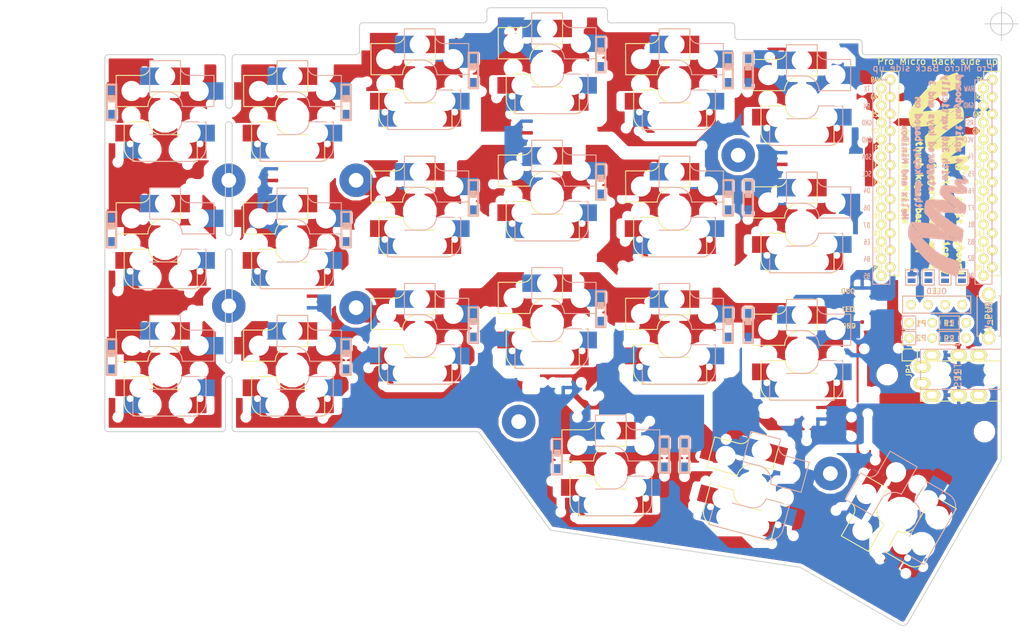
<source format=kicad_pcb>
(kicad_pcb (version 20171130) (host pcbnew "(5.0.0-3-g5ebb6b6)")

  (general
    (thickness 1.6)
    (drawings 80)
    (tracks 0)
    (zones 0)
    (modules 70)
    (nets 50)
  )

  (page A4)
  (title_block
    (title Crkbd)
    (date 2018/08/10)
    (rev 2.0-mix)
    (company foostan)
  )

  (layers
    (0 F.Cu signal)
    (31 B.Cu signal)
    (32 B.Adhes user)
    (33 F.Adhes user)
    (34 B.Paste user)
    (35 F.Paste user)
    (36 B.SilkS user hide)
    (37 F.SilkS user hide)
    (38 B.Mask user)
    (39 F.Mask user)
    (40 Dwgs.User user)
    (41 Cmts.User user)
    (42 Eco1.User user)
    (43 Eco2.User user)
    (44 Edge.Cuts user)
    (45 Margin user)
    (46 B.CrtYd user)
    (47 F.CrtYd user)
    (48 B.Fab user)
    (49 F.Fab user hide)
  )

  (setup
    (last_trace_width 0.25)
    (user_trace_width 0.2)
    (user_trace_width 0.5)
    (trace_clearance 0.2)
    (zone_clearance 0.508)
    (zone_45_only no)
    (trace_min 0.2)
    (segment_width 2.1)
    (edge_width 0.15)
    (via_size 0.6)
    (via_drill 0.4)
    (via_min_size 0.4)
    (via_min_drill 0.3)
    (uvia_size 0.3)
    (uvia_drill 0.1)
    (uvias_allowed no)
    (uvia_min_size 0.2)
    (uvia_min_drill 0.1)
    (pcb_text_width 0.3)
    (pcb_text_size 1.5 1.5)
    (mod_edge_width 0.15)
    (mod_text_size 1 1)
    (mod_text_width 0.15)
    (pad_size 5 5)
    (pad_drill 2.2)
    (pad_to_mask_clearance 0.2)
    (aux_axis_origin 194.8 63.4)
    (visible_elements FFFFFF7F)
    (pcbplotparams
      (layerselection 0x010f0_80000001)
      (usegerberextensions false)
      (usegerberattributes false)
      (usegerberadvancedattributes false)
      (creategerberjobfile false)
      (excludeedgelayer true)
      (linewidth 0.100000)
      (plotframeref false)
      (viasonmask false)
      (mode 1)
      (useauxorigin false)
      (hpglpennumber 1)
      (hpglpenspeed 20)
      (hpglpendiameter 15.000000)
      (psnegative false)
      (psa4output false)
      (plotreference true)
      (plotvalue true)
      (plotinvisibletext false)
      (padsonsilk false)
      (subtractmaskfromsilk true)
      (outputformat 1)
      (mirror false)
      (drillshape 0)
      (scaleselection 1)
      (outputdirectory ""))
  )

  (net 0 "")
  (net 1 row0)
  (net 2 "Net-(D1-Pad2)")
  (net 3 row1)
  (net 4 "Net-(D2-Pad2)")
  (net 5 row2)
  (net 6 "Net-(D3-Pad2)")
  (net 7 row3)
  (net 8 "Net-(D4-Pad2)")
  (net 9 "Net-(D5-Pad2)")
  (net 10 "Net-(D6-Pad2)")
  (net 11 "Net-(D7-Pad2)")
  (net 12 "Net-(D8-Pad2)")
  (net 13 "Net-(D9-Pad2)")
  (net 14 "Net-(D10-Pad2)")
  (net 15 "Net-(D11-Pad2)")
  (net 16 "Net-(D12-Pad2)")
  (net 17 "Net-(D13-Pad2)")
  (net 18 "Net-(D14-Pad2)")
  (net 19 "Net-(D15-Pad2)")
  (net 20 "Net-(D16-Pad2)")
  (net 21 "Net-(D17-Pad2)")
  (net 22 "Net-(D18-Pad2)")
  (net 23 "Net-(D19-Pad2)")
  (net 24 "Net-(D20-Pad2)")
  (net 25 "Net-(D21-Pad2)")
  (net 26 GND)
  (net 27 VCC)
  (net 28 col0)
  (net 29 col1)
  (net 30 col2)
  (net 31 col3)
  (net 32 col4)
  (net 33 col5)
  (net 34 LED)
  (net 35 data)
  (net 36 reset)
  (net 37 SCL)
  (net 38 SDA)
  (net 39 "Net-(U1-Pad14)")
  (net 40 "Net-(U1-Pad13)")
  (net 41 "Net-(U1-Pad12)")
  (net 42 "Net-(U1-Pad11)")
  (net 43 "Net-(J2-Pad1)")
  (net 44 "Net-(J2-Pad2)")
  (net 45 "Net-(J2-Pad3)")
  (net 46 "Net-(J2-Pad4)")
  (net 47 "Net-(J1-PadA)")
  (net 48 "Net-(J1-PadB)")
  (net 49 "Net-(U1-Pad24)")

  (net_class Default "これは標準のネット クラスです。"
    (clearance 0.2)
    (trace_width 0.25)
    (via_dia 0.6)
    (via_drill 0.4)
    (uvia_dia 0.3)
    (uvia_drill 0.1)
    (add_net GND)
    (add_net LED)
    (add_net "Net-(D1-Pad2)")
    (add_net "Net-(D10-Pad2)")
    (add_net "Net-(D11-Pad2)")
    (add_net "Net-(D12-Pad2)")
    (add_net "Net-(D13-Pad2)")
    (add_net "Net-(D14-Pad2)")
    (add_net "Net-(D15-Pad2)")
    (add_net "Net-(D16-Pad2)")
    (add_net "Net-(D17-Pad2)")
    (add_net "Net-(D18-Pad2)")
    (add_net "Net-(D19-Pad2)")
    (add_net "Net-(D2-Pad2)")
    (add_net "Net-(D20-Pad2)")
    (add_net "Net-(D21-Pad2)")
    (add_net "Net-(D3-Pad2)")
    (add_net "Net-(D4-Pad2)")
    (add_net "Net-(D5-Pad2)")
    (add_net "Net-(D6-Pad2)")
    (add_net "Net-(D7-Pad2)")
    (add_net "Net-(D8-Pad2)")
    (add_net "Net-(D9-Pad2)")
    (add_net "Net-(J1-PadA)")
    (add_net "Net-(J1-PadB)")
    (add_net "Net-(J2-Pad1)")
    (add_net "Net-(J2-Pad2)")
    (add_net "Net-(J2-Pad3)")
    (add_net "Net-(J2-Pad4)")
    (add_net "Net-(U1-Pad11)")
    (add_net "Net-(U1-Pad12)")
    (add_net "Net-(U1-Pad13)")
    (add_net "Net-(U1-Pad14)")
    (add_net "Net-(U1-Pad24)")
    (add_net SCL)
    (add_net SDA)
    (add_net VCC)
    (add_net col0)
    (add_net col1)
    (add_net col2)
    (add_net col3)
    (add_net col4)
    (add_net col5)
    (add_net data)
    (add_net reset)
    (add_net row0)
    (add_net row1)
    (add_net row2)
    (add_net row3)
  )

  (module kbd:R (layer F.Cu) (tedit 5AA93881) (tstamp 5AA6CA26)
    (at 187 108 180)
    (descr "Resitance 3 pas")
    (tags R)
    (path /5AA6D1F3)
    (autoplace_cost180 10)
    (fp_text reference R1 (at 0.05 -0.08 180) (layer F.SilkS)
      (effects (font (size 0.8128 0.8128) (thickness 0.15)))
    )
    (fp_text value R (at 0 -1.6 180) (layer F.SilkS) hide
      (effects (font (size 0.5 0.5) (thickness 0.125)))
    )
    (fp_text user R1 (at 0 -0.0635 180) (layer B.SilkS)
      (effects (font (size 0.8128 0.8128) (thickness 0.15)) (justify mirror))
    )
    (fp_line (start -1.5 -1) (end 1.5 -1) (layer B.SilkS) (width 0.15))
    (fp_line (start 1.5 -1) (end 1.5 1) (layer B.SilkS) (width 0.15))
    (fp_line (start 1.5 1) (end -1.5 1) (layer B.SilkS) (width 0.15))
    (fp_line (start -1.5 1) (end -1.5 -1) (layer B.SilkS) (width 0.15))
    (fp_line (start -1.50114 -1.00076) (end -1.50114 1.00076) (layer F.SilkS) (width 0.15))
    (fp_line (start -1.50114 1.00076) (end 1.50114 1.00076) (layer F.SilkS) (width 0.15))
    (fp_line (start 1.50114 1.00076) (end 1.50114 -1.00076) (layer F.SilkS) (width 0.15))
    (fp_line (start 1.50114 -1.00076) (end -1.50114 -1.00076) (layer F.SilkS) (width 0.15))
    (pad 1 thru_hole circle (at -2.54 0 180) (size 1.397 1.397) (drill 0.8128) (layers *.Cu *.Mask F.SilkS)
      (net 27 VCC))
    (pad 2 thru_hole circle (at 2.54 0 180) (size 1.397 1.397) (drill 0.8128) (layers *.Cu *.Mask F.SilkS)
      (net 38 SDA))
    (model discret/resistor.wrl
      (at (xyz 0 0 0))
      (scale (xyz 0.3 0.3 0.3))
      (rotate (xyz 0 0 0))
    )
    (model Resistors_ThroughHole.3dshapes/Resistor_Horizontal_RM10mm.wrl
      (at (xyz 0 0 0))
      (scale (xyz 0.2 0.2 0.2))
      (rotate (xyz 0 0 0))
    )
  )

  (module kbd:R (layer F.Cu) (tedit 5AA9387A) (tstamp 5AA6CA2C)
    (at 187 110.3 180)
    (descr "Resitance 3 pas")
    (tags R)
    (path /5AA6D2A6)
    (autoplace_cost180 10)
    (fp_text reference R2 (at 0.05 -0.08 180) (layer F.SilkS)
      (effects (font (size 0.8128 0.8128) (thickness 0.15)))
    )
    (fp_text value R (at 0 -1.6 180) (layer F.SilkS) hide
      (effects (font (size 0.5 0.5) (thickness 0.125)))
    )
    (fp_text user R2 (at 0 -0.0635 180) (layer B.SilkS)
      (effects (font (size 0.8128 0.8128) (thickness 0.15)) (justify mirror))
    )
    (fp_line (start -1.5 -1) (end 1.5 -1) (layer B.SilkS) (width 0.15))
    (fp_line (start 1.5 -1) (end 1.5 1) (layer B.SilkS) (width 0.15))
    (fp_line (start 1.5 1) (end -1.5 1) (layer B.SilkS) (width 0.15))
    (fp_line (start -1.5 1) (end -1.5 -1) (layer B.SilkS) (width 0.15))
    (fp_line (start -1.50114 -1.00076) (end -1.50114 1.00076) (layer F.SilkS) (width 0.15))
    (fp_line (start -1.50114 1.00076) (end 1.50114 1.00076) (layer F.SilkS) (width 0.15))
    (fp_line (start 1.50114 1.00076) (end 1.50114 -1.00076) (layer F.SilkS) (width 0.15))
    (fp_line (start 1.50114 -1.00076) (end -1.50114 -1.00076) (layer F.SilkS) (width 0.15))
    (pad 1 thru_hole circle (at -2.54 0 180) (size 1.397 1.397) (drill 0.8128) (layers *.Cu *.Mask F.SilkS)
      (net 27 VCC))
    (pad 2 thru_hole circle (at 2.54 0 180) (size 1.397 1.397) (drill 0.8128) (layers *.Cu *.Mask F.SilkS)
      (net 37 SCL))
    (model discret/resistor.wrl
      (at (xyz 0 0 0))
      (scale (xyz 0.3 0.3 0.3))
      (rotate (xyz 0 0 0))
    )
    (model Resistors_ThroughHole.3dshapes/Resistor_Horizontal_RM10mm.wrl
      (at (xyz 0 0 0))
      (scale (xyz 0.2 0.2 0.2))
      (rotate (xyz 0 0 0))
    )
  )

  (module kbd:Jumper (layer F.Cu) (tedit 5AA80FFE) (tstamp 5AA6A0EB)
    (at 188.875 101.25 270)
    (path /5A91E324)
    (attr smd)
    (fp_text reference JP2 (at -2.413 0.127 270) (layer F.SilkS) hide
      (effects (font (size 0.8128 0.8128) (thickness 0.1524)))
    )
    (fp_text value " " (at -2.25 -0.125 270) (layer F.SilkS)
      (effects (font (size 0.8128 0.8128) (thickness 0.15)))
    )
    (fp_line (start -1.143 -0.889) (end 1.143 -0.889) (layer F.SilkS) (width 0.15))
    (fp_line (start 1.143 -0.889) (end 1.143 0.889) (layer F.SilkS) (width 0.15))
    (fp_line (start 1.143 0.889) (end -1.143 0.889) (layer F.SilkS) (width 0.15))
    (fp_line (start -1.143 0.889) (end -1.143 -0.889) (layer F.SilkS) (width 0.15))
    (pad 1 smd rect (at -0.50038 0 270) (size 0.635 1.143) (layers F.Cu F.Paste F.Mask)
      (net 26 GND) (clearance 0.1905))
    (pad 2 smd rect (at 0.50038 0 270) (size 0.635 1.143) (layers F.Cu F.Paste F.Mask)
      (net 46 "Net-(J2-Pad4)") (clearance 0.1905))
    (model smd\resistors\R0603.wrl
      (offset (xyz 0 0 0.02539999961853028))
      (scale (xyz 0.5 0.5 0.5))
      (rotate (xyz 0 0 0))
    )
  )

  (module kbd:Jumper (layer F.Cu) (tedit 5AA80FF1) (tstamp 5AA6A0F1)
    (at 186.375 101.25 270)
    (path /5A91EDE5)
    (attr smd)
    (fp_text reference JP3 (at -2.413 0.127 270) (layer F.SilkS) hide
      (effects (font (size 0.8128 0.8128) (thickness 0.1524)))
    )
    (fp_text value " " (at -2.25 0.125 270) (layer F.SilkS)
      (effects (font (size 0.8128 0.8128) (thickness 0.15)))
    )
    (fp_line (start -1.143 -0.889) (end 1.143 -0.889) (layer F.SilkS) (width 0.15))
    (fp_line (start 1.143 -0.889) (end 1.143 0.889) (layer F.SilkS) (width 0.15))
    (fp_line (start 1.143 0.889) (end -1.143 0.889) (layer F.SilkS) (width 0.15))
    (fp_line (start -1.143 0.889) (end -1.143 -0.889) (layer F.SilkS) (width 0.15))
    (pad 1 smd rect (at -0.50038 0 270) (size 0.635 1.143) (layers F.Cu F.Paste F.Mask)
      (net 27 VCC) (clearance 0.1905))
    (pad 2 smd rect (at 0.50038 0 270) (size 0.635 1.143) (layers F.Cu F.Paste F.Mask)
      (net 45 "Net-(J2-Pad3)") (clearance 0.1905))
    (model smd\resistors\R0603.wrl
      (offset (xyz 0 0 0.02539999961853028))
      (scale (xyz 0.5 0.5 0.5))
      (rotate (xyz 0 0 0))
    )
  )

  (module kbd:Jumper (layer F.Cu) (tedit 5AA80FE7) (tstamp 5AA6A0F7)
    (at 183.875 101.25 270)
    (path /5A91EF6D)
    (attr smd)
    (fp_text reference JP4 (at -2.413 0.127 270) (layer F.SilkS) hide
      (effects (font (size 0.8128 0.8128) (thickness 0.1524)))
    )
    (fp_text value " " (at -2.5 -0.125 270) (layer F.SilkS)
      (effects (font (size 0.8128 0.8128) (thickness 0.15)))
    )
    (fp_line (start -1.143 -0.889) (end 1.143 -0.889) (layer F.SilkS) (width 0.15))
    (fp_line (start 1.143 -0.889) (end 1.143 0.889) (layer F.SilkS) (width 0.15))
    (fp_line (start 1.143 0.889) (end -1.143 0.889) (layer F.SilkS) (width 0.15))
    (fp_line (start -1.143 0.889) (end -1.143 -0.889) (layer F.SilkS) (width 0.15))
    (pad 1 smd rect (at -0.50038 0 270) (size 0.635 1.143) (layers F.Cu F.Paste F.Mask)
      (net 37 SCL) (clearance 0.1905))
    (pad 2 smd rect (at 0.50038 0 270) (size 0.635 1.143) (layers F.Cu F.Paste F.Mask)
      (net 44 "Net-(J2-Pad2)") (clearance 0.1905))
    (model smd\resistors\R0603.wrl
      (offset (xyz 0 0 0.02539999961853028))
      (scale (xyz 0.5 0.5 0.5))
      (rotate (xyz 0 0 0))
    )
  )

  (module kbd:Jumper (layer F.Cu) (tedit 5AA80FDA) (tstamp 5AA6A0FD)
    (at 181.375 101.25 270)
    (path /5A91F0F9)
    (attr smd)
    (fp_text reference JP5 (at -2.413 0.127 270) (layer F.SilkS) hide
      (effects (font (size 0.8128 0.8128) (thickness 0.1524)))
    )
    (fp_text value " " (at -2.25 -0.125 270) (layer F.SilkS)
      (effects (font (size 0.8128 0.8128) (thickness 0.15)))
    )
    (fp_line (start -1.143 -0.889) (end 1.143 -0.889) (layer F.SilkS) (width 0.15))
    (fp_line (start 1.143 -0.889) (end 1.143 0.889) (layer F.SilkS) (width 0.15))
    (fp_line (start 1.143 0.889) (end -1.143 0.889) (layer F.SilkS) (width 0.15))
    (fp_line (start -1.143 0.889) (end -1.143 -0.889) (layer F.SilkS) (width 0.15))
    (pad 1 smd rect (at -0.50038 0 270) (size 0.635 1.143) (layers F.Cu F.Paste F.Mask)
      (net 38 SDA) (clearance 0.1905))
    (pad 2 smd rect (at 0.50038 0 270) (size 0.635 1.143) (layers F.Cu F.Paste F.Mask)
      (net 43 "Net-(J2-Pad1)") (clearance 0.1905))
    (model smd\resistors\R0603.wrl
      (offset (xyz 0 0 0.02539999961853028))
      (scale (xyz 0.5 0.5 0.5))
      (rotate (xyz 0 0 0))
    )
  )

  (module kbd:Jumper (layer B.Cu) (tedit 5AA81026) (tstamp 5AA6A103)
    (at 188.875 101.25 270)
    (path /5A9200B6)
    (attr smd)
    (fp_text reference JP6 (at -2.413 -0.127 270) (layer B.SilkS) hide
      (effects (font (size 0.8128 0.8128) (thickness 0.1524)) (justify mirror))
    )
    (fp_text value " " (at -2.794 0 270) (layer B.SilkS)
      (effects (font (size 0.8128 0.8128) (thickness 0.15)) (justify mirror))
    )
    (fp_line (start -1.143 0.889) (end 1.143 0.889) (layer B.SilkS) (width 0.15))
    (fp_line (start 1.143 0.889) (end 1.143 -0.889) (layer B.SilkS) (width 0.15))
    (fp_line (start 1.143 -0.889) (end -1.143 -0.889) (layer B.SilkS) (width 0.15))
    (fp_line (start -1.143 -0.889) (end -1.143 0.889) (layer B.SilkS) (width 0.15))
    (pad 1 smd rect (at -0.50038 0 270) (size 0.635 1.143) (layers B.Cu B.Paste B.Mask)
      (net 38 SDA) (clearance 0.1905))
    (pad 2 smd rect (at 0.50038 0 270) (size 0.635 1.143) (layers B.Cu B.Paste B.Mask)
      (net 46 "Net-(J2-Pad4)") (clearance 0.1905))
    (model smd\resistors\R0603.wrl
      (offset (xyz 0 0 0.02539999961853028))
      (scale (xyz 0.5 0.5 0.5))
      (rotate (xyz 0 0 0))
    )
  )

  (module kbd:Jumper (layer B.Cu) (tedit 5AA8101B) (tstamp 5AA6A109)
    (at 186.375 101.25 270)
    (path /5A92024B)
    (attr smd)
    (fp_text reference JP7 (at -2.413 -0.127 270) (layer B.SilkS) hide
      (effects (font (size 0.8128 0.8128) (thickness 0.1524)) (justify mirror))
    )
    (fp_text value " " (at -2.794 0 270) (layer B.SilkS)
      (effects (font (size 0.8128 0.8128) (thickness 0.15)) (justify mirror))
    )
    (fp_line (start -1.143 0.889) (end 1.143 0.889) (layer B.SilkS) (width 0.15))
    (fp_line (start 1.143 0.889) (end 1.143 -0.889) (layer B.SilkS) (width 0.15))
    (fp_line (start 1.143 -0.889) (end -1.143 -0.889) (layer B.SilkS) (width 0.15))
    (fp_line (start -1.143 -0.889) (end -1.143 0.889) (layer B.SilkS) (width 0.15))
    (pad 1 smd rect (at -0.50038 0 270) (size 0.635 1.143) (layers B.Cu B.Paste B.Mask)
      (net 37 SCL) (clearance 0.1905))
    (pad 2 smd rect (at 0.50038 0 270) (size 0.635 1.143) (layers B.Cu B.Paste B.Mask)
      (net 45 "Net-(J2-Pad3)") (clearance 0.1905))
    (model smd\resistors\R0603.wrl
      (offset (xyz 0 0 0.02539999961853028))
      (scale (xyz 0.5 0.5 0.5))
      (rotate (xyz 0 0 0))
    )
  )

  (module kbd:Jumper (layer B.Cu) (tedit 5AA8100B) (tstamp 5AA6A10F)
    (at 183.875 101.25 270)
    (path /5A9203DF)
    (attr smd)
    (fp_text reference JP8 (at -2.413 -0.127 270) (layer B.SilkS) hide
      (effects (font (size 0.8128 0.8128) (thickness 0.1524)) (justify mirror))
    )
    (fp_text value " " (at -2.794 0 270) (layer B.SilkS)
      (effects (font (size 0.8128 0.8128) (thickness 0.15)) (justify mirror))
    )
    (fp_line (start -1.143 0.889) (end 1.143 0.889) (layer B.SilkS) (width 0.15))
    (fp_line (start 1.143 0.889) (end 1.143 -0.889) (layer B.SilkS) (width 0.15))
    (fp_line (start 1.143 -0.889) (end -1.143 -0.889) (layer B.SilkS) (width 0.15))
    (fp_line (start -1.143 -0.889) (end -1.143 0.889) (layer B.SilkS) (width 0.15))
    (pad 1 smd rect (at -0.50038 0 270) (size 0.635 1.143) (layers B.Cu B.Paste B.Mask)
      (net 27 VCC) (clearance 0.1905))
    (pad 2 smd rect (at 0.50038 0 270) (size 0.635 1.143) (layers B.Cu B.Paste B.Mask)
      (net 44 "Net-(J2-Pad2)") (clearance 0.1905))
    (model smd\resistors\R0603.wrl
      (offset (xyz 0 0 0.02539999961853028))
      (scale (xyz 0.5 0.5 0.5))
      (rotate (xyz 0 0 0))
    )
  )

  (module kbd:Jumper (layer B.Cu) (tedit 5AA809C7) (tstamp 5AA6A115)
    (at 181.375 101.25 270)
    (path /5A920576)
    (attr smd)
    (fp_text reference JP9 (at -2.413 -0.127 270) (layer B.SilkS) hide
      (effects (font (size 0.8128 0.8128) (thickness 0.1524)) (justify mirror))
    )
    (fp_text value " " (at -2.794 0 270) (layer B.SilkS)
      (effects (font (size 0.8128 0.8128) (thickness 0.15)) (justify mirror))
    )
    (fp_line (start -1.143 0.889) (end 1.143 0.889) (layer B.SilkS) (width 0.15))
    (fp_line (start 1.143 0.889) (end 1.143 -0.889) (layer B.SilkS) (width 0.15))
    (fp_line (start 1.143 -0.889) (end -1.143 -0.889) (layer B.SilkS) (width 0.15))
    (fp_line (start -1.143 -0.889) (end -1.143 0.889) (layer B.SilkS) (width 0.15))
    (pad 1 smd rect (at -0.50038 0 270) (size 0.635 1.143) (layers B.Cu B.Paste B.Mask)
      (net 26 GND) (clearance 0.1905))
    (pad 2 smd rect (at 0.50038 0 270) (size 0.635 1.143) (layers B.Cu B.Paste B.Mask)
      (net 43 "Net-(J2-Pad1)") (clearance 0.1905))
    (model smd\resistors\R0603.wrl
      (offset (xyz 0 0 0.02539999961853028))
      (scale (xyz 0.5 0.5 0.5))
      (rotate (xyz 0 0 0))
    )
  )

  (module kbd:OLED (layer F.Cu) (tedit 5B6D2A94) (tstamp 5ACCF009)
    (at 181.3 105.3)
    (descr "Connecteur 6 pins")
    (tags "CONN DEV")
    (path /5A91DA4B)
    (fp_text reference J2 (at 3.7 -2 180) (layer F.SilkS)
      (effects (font (size 0.8128 0.8128) (thickness 0.15)))
    )
    (fp_text value OLED (at 3.81 1.27) (layer F.SilkS) hide
      (effects (font (size 0.8128 0.8128) (thickness 0.15)))
    )
    (fp_line (start -1.27 -1.27) (end 8.89 -1.27) (layer B.SilkS) (width 0.15))
    (fp_line (start 8.89 -1.27) (end 8.89 1.27) (layer B.SilkS) (width 0.15))
    (fp_line (start 8.89 1.27) (end -1.27 1.27) (layer B.SilkS) (width 0.15))
    (fp_line (start -1.27 1.27) (end -1.27 -1.27) (layer B.SilkS) (width 0.15))
    (fp_line (start -1.27 1.27) (end 8.89 1.27) (layer F.SilkS) (width 0.15))
    (fp_line (start -1.27 -1.27) (end 8.89 -1.27) (layer F.SilkS) (width 0.15))
    (fp_line (start 8.89 -1.27) (end 8.89 1.27) (layer F.SilkS) (width 0.15))
    (fp_line (start -1.27 1.27) (end -1.27 -1.27) (layer F.SilkS) (width 0.15))
    (pad 1 thru_hole circle (at 0 0) (size 1.397 1.397) (drill 0.8128) (layers *.Cu *.Mask F.SilkS)
      (net 43 "Net-(J2-Pad1)"))
    (pad 2 thru_hole circle (at 2.54 0) (size 1.397 1.397) (drill 0.8128) (layers *.Cu *.Mask F.SilkS)
      (net 44 "Net-(J2-Pad2)"))
    (pad 3 thru_hole circle (at 5.08 0) (size 1.397 1.397) (drill 0.8128) (layers *.Cu *.Mask F.SilkS)
      (net 45 "Net-(J2-Pad3)"))
    (pad 4 thru_hole circle (at 7.62 0) (size 1.397 1.397) (drill 0.8128) (layers *.Cu *.Mask F.SilkS)
      (net 46 "Net-(J2-Pad4)"))
  )

  (module kbd:ProMicro_v2 (layer F.Cu) (tedit 5AD1ED23) (tstamp 5AA6ABD9)
    (at 185.75 86.25)
    (path /5A5E14C2)
    (fp_text reference U1 (at -1.27 2.762 270) (layer F.SilkS) hide
      (effects (font (size 1 1) (thickness 0.15)))
    )
    (fp_text value ProMicro (at -1.27 14.732) (layer F.Fab) hide
      (effects (font (size 1 1) (thickness 0.15)))
    )
    (fp_text user RAW (at 4.191 -13.1445) (layer B.SilkS)
      (effects (font (size 0.75 0.5) (thickness 0.125)) (justify mirror))
    )
    (fp_text user TX (at -11.049 -13.1445) (layer B.SilkS)
      (effects (font (size 0.75 0.5) (thickness 0.125)) (justify mirror))
    )
    (fp_text user GND (at 4.1275 -10.668) (layer B.SilkS)
      (effects (font (size 0.75 0.5) (thickness 0.125)) (justify mirror))
    )
    (fp_text user RX (at -11.049 -10.541) (layer B.SilkS)
      (effects (font (size 0.75 0.5) (thickness 0.125)) (justify mirror))
    )
    (fp_text user RST (at 4.191 -8.0645) (layer B.SilkS)
      (effects (font (size 0.75 0.5) (thickness 0.125)) (justify mirror))
    )
    (fp_text user GND (at -11.049 -8.0645) (layer B.SilkS)
      (effects (font (size 0.75 0.5) (thickness 0.125)) (justify mirror))
    )
    (fp_text user VCC (at 4.1275 -5.5245) (layer B.SilkS)
      (effects (font (size 0.75 0.5) (thickness 0.125)) (justify mirror))
    )
    (fp_text user GND (at -11.049 -5.5245) (layer B.SilkS)
      (effects (font (size 0.75 0.5) (thickness 0.125)) (justify mirror))
    )
    (fp_text user F7 (at 4.5085 4.6355) (layer B.SilkS)
      (effects (font (size 0.75 0.5) (thickness 0.125)) (justify mirror))
    )
    (fp_text user D4 (at -11.049 2.032) (layer B.SilkS)
      (effects (font (size 0.75 0.5) (thickness 0.125)) (justify mirror))
    )
    (fp_text user F6 (at 4.5085 2.0955) (layer B.SilkS)
      (effects (font (size 0.75 0.5) (thickness 0.125)) (justify mirror))
    )
    (fp_text user SCL (at -11.049 -0.4445) (layer B.SilkS)
      (effects (font (size 0.75 0.5) (thickness 0.125)) (justify mirror))
    )
    (fp_text user F5 (at 4.5085 -0.4445) (layer B.SilkS)
      (effects (font (size 0.75 0.5) (thickness 0.125)) (justify mirror))
    )
    (fp_text user SDA (at -11.049 -2.9845) (layer B.SilkS)
      (effects (font (size 0.75 0.5) (thickness 0.125)) (justify mirror))
    )
    (fp_text user F4 (at 4.445 -2.9845) (layer B.SilkS)
      (effects (font (size 0.75 0.5) (thickness 0.125)) (justify mirror))
    )
    (fp_text user B6 (at 4.445 14.732) (layer B.SilkS)
      (effects (font (size 0.75 0.5) (thickness 0.125)) (justify mirror))
    )
    (fp_text user B5 (at -11.049 14.7955) (layer B.SilkS)
      (effects (font (size 0.75 0.5) (thickness 0.125)) (justify mirror))
    )
    (fp_text user B4 (at -11.049 12.2555) (layer B.SilkS)
      (effects (font (size 0.75 0.5) (thickness 0.125)) (justify mirror))
    )
    (fp_text user B2 (at 4.5085 12.1285) (layer B.SilkS)
      (effects (font (size 0.75 0.5) (thickness 0.125)) (justify mirror))
    )
    (fp_text user E6 (at -11.049 9.7155) (layer B.SilkS)
      (effects (font (size 0.75 0.5) (thickness 0.125)) (justify mirror))
    )
    (fp_text user B3 (at 4.5085 9.7155) (layer B.SilkS)
      (effects (font (size 0.75 0.5) (thickness 0.125)) (justify mirror))
    )
    (fp_text user D7 (at -11.049 7.239) (layer B.SilkS)
      (effects (font (size 0.75 0.5) (thickness 0.125)) (justify mirror))
    )
    (fp_text user B1 (at 4.5085 7.112) (layer B.SilkS)
      (effects (font (size 0.75 0.5) (thickness 0.125)) (justify mirror))
    )
    (fp_text user D6 (at -11.049 4.6355) (layer B.SilkS)
      (effects (font (size 0.75 0.5) (thickness 0.125)) (justify mirror))
    )
    (fp_text user D6 (at 5.6515 3.302) (layer F.SilkS)
      (effects (font (size 0.75 0.5) (thickness 0.125)))
    )
    (fp_text user B1 (at -9.4615 5.842) (layer F.SilkS)
      (effects (font (size 0.75 0.5) (thickness 0.125)))
    )
    (fp_text user D7 (at 5.6515 5.9055) (layer F.SilkS)
      (effects (font (size 0.75 0.5) (thickness 0.125)))
    )
    (fp_text user B3 (at -9.525 8.4455) (layer F.SilkS)
      (effects (font (size 0.75 0.5) (thickness 0.125)))
    )
    (fp_text user E6 (at 5.588 8.4455) (layer F.SilkS)
      (effects (font (size 0.75 0.5) (thickness 0.125)))
    )
    (fp_text user B2 (at -9.525 10.922) (layer F.SilkS)
      (effects (font (size 0.75 0.5) (thickness 0.125)))
    )
    (fp_text user B4 (at 5.6515 10.922) (layer F.SilkS)
      (effects (font (size 0.75 0.5) (thickness 0.125)))
    )
    (fp_text user B5 (at 5.6515 13.5255) (layer F.SilkS)
      (effects (font (size 0.75 0.5) (thickness 0.125)))
    )
    (fp_text user B6 (at -9.525 13.5255) (layer F.SilkS)
      (effects (font (size 0.75 0.5) (thickness 0.125)))
    )
    (fp_text user F4 (at -9.4615 -4.318) (layer F.SilkS)
      (effects (font (size 0.75 0.5) (thickness 0.125)))
    )
    (fp_text user SDA (at 5.461 -4.318) (layer F.SilkS)
      (effects (font (size 0.75 0.5) (thickness 0.125)))
    )
    (fp_text user F5 (at -9.4615 -1.778) (layer F.SilkS)
      (effects (font (size 0.75 0.5) (thickness 0.125)))
    )
    (fp_text user SCL (at 5.461 -1.778) (layer F.SilkS)
      (effects (font (size 0.75 0.5) (thickness 0.125)))
    )
    (fp_text user F6 (at -9.525 0.762) (layer F.SilkS)
      (effects (font (size 0.75 0.5) (thickness 0.125)))
    )
    (fp_text user D4 (at 5.588 0.8255) (layer F.SilkS)
      (effects (font (size 0.75 0.5) (thickness 0.125)))
    )
    (fp_text user F7 (at -9.525 3.3655) (layer F.SilkS)
      (effects (font (size 0.75 0.5) (thickness 0.125)))
    )
    (fp_text user GND (at 5.461 -6.7945) (layer F.SilkS)
      (effects (font (size 0.75 0.5) (thickness 0.125)))
    )
    (fp_text user VCC (at -9.7155 -6.858) (layer F.SilkS)
      (effects (font (size 0.75 0.5) (thickness 0.125)))
    )
    (fp_text user GND (at 5.5245 -9.3345) (layer F.SilkS)
      (effects (font (size 0.75 0.5) (thickness 0.125)))
    )
    (fp_text user RST (at -9.7155 -9.3345) (layer F.SilkS)
      (effects (font (size 0.75 0.5) (thickness 0.125)))
    )
    (fp_text user RX (at 5.715 -11.938) (layer F.SilkS)
      (effects (font (size 0.75 0.5) (thickness 0.125)))
    )
    (fp_text user GND (at -9.7155 -11.938) (layer F.SilkS)
      (effects (font (size 0.75 0.5) (thickness 0.125)))
    )
    (fp_text user TX (at 5.7785 -14.478) (layer F.SilkS)
      (effects (font (size 0.75 0.5) (thickness 0.125)))
    )
    (fp_text user RAW (at -9.7155 -14.478) (layer F.SilkS)
      (effects (font (size 0.75 0.5) (thickness 0.125)))
    )
    (fp_text user "Pro Micro Back side up" (at -1.2065 -16.256) (layer B.SilkS)
      (effects (font (size 1 1) (thickness 0.15)) (justify mirror))
    )
    (fp_text user "Pro Micro Back side up" (at -0.5 -17.25) (layer F.SilkS)
      (effects (font (size 1 1) (thickness 0.15)))
    )
    (fp_line (start 6.3864 14.732) (end 6.3864 -15.748) (layer F.SilkS) (width 0.15))
    (fp_line (start 8.9264 14.732) (end 6.3864 14.732) (layer F.SilkS) (width 0.15))
    (fp_line (start 8.9264 -15.748) (end 8.9264 14.732) (layer F.SilkS) (width 0.15))
    (fp_line (start 6.3864 -15.748) (end 8.9264 -15.748) (layer F.SilkS) (width 0.15))
    (fp_line (start -8.8336 14.732) (end -8.8336 -15.748) (layer F.SilkS) (width 0.15))
    (fp_line (start -6.2936 14.732) (end -8.8336 14.732) (layer F.SilkS) (width 0.15))
    (fp_line (start -6.2936 -15.748) (end -6.2936 14.732) (layer F.SilkS) (width 0.15))
    (fp_line (start -8.8336 -15.748) (end -6.2936 -15.748) (layer F.SilkS) (width 0.15))
    (fp_line (start -8.845 14.732) (end -8.845 -18.288) (layer F.Fab) (width 0.15))
    (fp_line (start 8.935 14.732) (end -8.845 14.732) (layer F.Fab) (width 0.15))
    (fp_line (start 8.935 -18.288) (end 8.935 14.732) (layer F.Fab) (width 0.15))
    (fp_line (start -8.845 -18.288) (end 8.935 -18.288) (layer F.Fab) (width 0.15))
    (fp_line (start -10.16 -17.018) (end 7.62 -17.018) (layer F.Fab) (width 0.15))
    (fp_line (start 7.62 -17.018) (end 7.62 16.002) (layer F.Fab) (width 0.15))
    (fp_line (start 7.62 16.002) (end -10.16 16.002) (layer F.Fab) (width 0.15))
    (fp_line (start -10.16 16.002) (end -10.16 -17.018) (layer F.Fab) (width 0.15))
    (fp_line (start 5.08 -14.478) (end 7.62 -14.478) (layer B.SilkS) (width 0.15))
    (fp_line (start 7.62 -14.478) (end 7.62 16.002) (layer B.SilkS) (width 0.15))
    (fp_line (start 7.62 16.002) (end 5.08 16.002) (layer B.SilkS) (width 0.15))
    (fp_line (start 5.08 16.002) (end 5.08 -14.478) (layer B.SilkS) (width 0.15))
    (fp_line (start -10.16 -14.478) (end -7.62 -14.478) (layer B.SilkS) (width 0.15))
    (fp_line (start -7.62 -14.478) (end -7.62 16.002) (layer B.SilkS) (width 0.15))
    (fp_line (start -7.62 16.002) (end -10.16 16.002) (layer B.SilkS) (width 0.15))
    (fp_line (start -10.16 16.002) (end -10.16 -14.478) (layer B.SilkS) (width 0.15))
    (pad 24 thru_hole circle (at -7.5636 -14.478) (size 1.524 1.524) (drill 0.8128) (layers *.Cu *.Mask F.SilkS)
      (net 49 "Net-(U1-Pad24)"))
    (pad 23 thru_hole circle (at -7.5636 -11.938) (size 1.524 1.524) (drill 0.8128) (layers *.Cu *.Mask F.SilkS)
      (net 26 GND))
    (pad 22 thru_hole circle (at -7.5636 -9.398) (size 1.524 1.524) (drill 0.8128) (layers *.Cu *.Mask F.SilkS)
      (net 36 reset))
    (pad 21 thru_hole circle (at -7.5636 -6.858) (size 1.524 1.524) (drill 0.8128) (layers *.Cu *.Mask F.SilkS)
      (net 27 VCC))
    (pad 20 thru_hole circle (at -7.5636 -4.318) (size 1.524 1.524) (drill 0.8128) (layers *.Cu *.Mask F.SilkS)
      (net 28 col0))
    (pad 19 thru_hole circle (at -7.5636 -1.778) (size 1.524 1.524) (drill 0.8128) (layers *.Cu *.Mask F.SilkS)
      (net 29 col1))
    (pad 18 thru_hole circle (at -7.5636 0.762) (size 1.524 1.524) (drill 0.8128) (layers *.Cu *.Mask F.SilkS)
      (net 30 col2))
    (pad 17 thru_hole circle (at -7.5636 3.302) (size 1.524 1.524) (drill 0.8128) (layers *.Cu *.Mask F.SilkS)
      (net 31 col3))
    (pad 16 thru_hole circle (at -7.5636 5.842) (size 1.524 1.524) (drill 0.8128) (layers *.Cu *.Mask F.SilkS)
      (net 32 col4))
    (pad 15 thru_hole circle (at -7.5636 8.382) (size 1.524 1.524) (drill 0.8128) (layers *.Cu *.Mask F.SilkS)
      (net 33 col5))
    (pad 14 thru_hole circle (at -7.5636 10.922) (size 1.524 1.524) (drill 0.8128) (layers *.Cu *.Mask F.SilkS)
      (net 39 "Net-(U1-Pad14)"))
    (pad 13 thru_hole circle (at -7.5636 13.462) (size 1.524 1.524) (drill 0.8128) (layers *.Cu *.Mask F.SilkS)
      (net 40 "Net-(U1-Pad13)"))
    (pad 12 thru_hole circle (at 7.6564 13.462) (size 1.524 1.524) (drill 0.8128) (layers *.Cu *.Mask F.SilkS)
      (net 41 "Net-(U1-Pad12)"))
    (pad 11 thru_hole circle (at 7.6564 10.922) (size 1.524 1.524) (drill 0.8128) (layers *.Cu *.Mask F.SilkS)
      (net 42 "Net-(U1-Pad11)"))
    (pad 10 thru_hole circle (at 7.6564 8.382) (size 1.524 1.524) (drill 0.8128) (layers *.Cu *.Mask F.SilkS)
      (net 7 row3))
    (pad 9 thru_hole circle (at 7.6564 5.842) (size 1.524 1.524) (drill 0.8128) (layers *.Cu *.Mask F.SilkS)
      (net 5 row2))
    (pad 8 thru_hole circle (at 7.6564 3.302) (size 1.524 1.524) (drill 0.8128) (layers *.Cu *.Mask F.SilkS)
      (net 3 row1))
    (pad 7 thru_hole circle (at 7.6564 0.762) (size 1.524 1.524) (drill 0.8128) (layers *.Cu *.Mask F.SilkS)
      (net 1 row0))
    (pad 6 thru_hole circle (at 7.6564 -1.778) (size 1.524 1.524) (drill 0.8128) (layers *.Cu *.Mask F.SilkS)
      (net 37 SCL))
    (pad 5 thru_hole circle (at 7.6564 -4.318) (size 1.524 1.524) (drill 0.8128) (layers *.Cu *.Mask F.SilkS)
      (net 38 SDA))
    (pad 4 thru_hole circle (at 7.6564 -6.858) (size 1.524 1.524) (drill 0.8128) (layers *.Cu *.Mask F.SilkS)
      (net 26 GND))
    (pad 3 thru_hole circle (at 7.6564 -9.398) (size 1.524 1.524) (drill 0.8128) (layers *.Cu *.Mask F.SilkS)
      (net 26 GND))
    (pad 2 thru_hole circle (at 7.6564 -11.938) (size 1.524 1.524) (drill 0.8128) (layers *.Cu *.Mask F.SilkS)
      (net 35 data))
    (pad 1 thru_hole circle (at 7.6564 -14.478) (size 1.524 1.524) (drill 0.8128) (layers *.Cu *.Mask F.SilkS)
      (net 34 LED))
    (pad 1 thru_hole circle (at -8.89 -13.208) (size 1.524 1.524) (drill 0.8128) (layers *.Cu *.Mask F.SilkS)
      (net 34 LED))
    (pad 2 thru_hole circle (at -8.89 -10.668) (size 1.524 1.524) (drill 0.8128) (layers *.Cu *.Mask F.SilkS)
      (net 35 data))
    (pad 3 thru_hole circle (at -8.89 -8.128) (size 1.524 1.524) (drill 0.8128) (layers *.Cu *.Mask F.SilkS)
      (net 26 GND))
    (pad 4 thru_hole circle (at -8.89 -5.588) (size 1.524 1.524) (drill 0.8128) (layers *.Cu *.Mask F.SilkS)
      (net 26 GND))
    (pad 5 thru_hole circle (at -8.89 -3.048) (size 1.524 1.524) (drill 0.8128) (layers *.Cu *.Mask F.SilkS)
      (net 38 SDA))
    (pad 6 thru_hole circle (at -8.89 -0.508) (size 1.524 1.524) (drill 0.8128) (layers *.Cu *.Mask F.SilkS)
      (net 37 SCL))
    (pad 7 thru_hole circle (at -8.89 2.032) (size 1.524 1.524) (drill 0.8128) (layers *.Cu *.Mask F.SilkS)
      (net 1 row0))
    (pad 8 thru_hole circle (at -8.89 4.572) (size 1.524 1.524) (drill 0.8128) (layers *.Cu *.Mask F.SilkS)
      (net 3 row1))
    (pad 9 thru_hole circle (at -8.89 7.112) (size 1.524 1.524) (drill 0.8128) (layers *.Cu *.Mask F.SilkS)
      (net 5 row2))
    (pad 10 thru_hole circle (at -8.89 9.652) (size 1.524 1.524) (drill 0.8128) (layers *.Cu *.Mask F.SilkS)
      (net 7 row3))
    (pad 11 thru_hole circle (at -8.89 12.192) (size 1.524 1.524) (drill 0.8128) (layers *.Cu *.Mask F.SilkS)
      (net 42 "Net-(U1-Pad11)"))
    (pad 12 thru_hole circle (at -8.89 14.732) (size 1.524 1.524) (drill 0.8128) (layers *.Cu *.Mask F.SilkS)
      (net 41 "Net-(U1-Pad12)"))
    (pad 13 thru_hole circle (at 6.35 14.732) (size 1.524 1.524) (drill 0.8128) (layers *.Cu *.Mask F.SilkS)
      (net 40 "Net-(U1-Pad13)"))
    (pad 14 thru_hole circle (at 6.35 12.192) (size 1.524 1.524) (drill 0.8128) (layers *.Cu *.Mask F.SilkS)
      (net 39 "Net-(U1-Pad14)"))
    (pad 15 thru_hole circle (at 6.35 9.652) (size 1.524 1.524) (drill 0.8128) (layers *.Cu *.Mask F.SilkS)
      (net 33 col5))
    (pad 16 thru_hole circle (at 6.35 7.112) (size 1.524 1.524) (drill 0.8128) (layers *.Cu *.Mask F.SilkS)
      (net 32 col4))
    (pad 17 thru_hole circle (at 6.35 4.572) (size 1.524 1.524) (drill 0.8128) (layers *.Cu *.Mask F.SilkS)
      (net 31 col3))
    (pad 18 thru_hole circle (at 6.35 2.032) (size 1.524 1.524) (drill 0.8128) (layers *.Cu *.Mask F.SilkS)
      (net 30 col2))
    (pad 19 thru_hole circle (at 6.35 -0.508) (size 1.524 1.524) (drill 0.8128) (layers *.Cu *.Mask F.SilkS)
      (net 29 col1))
    (pad 20 thru_hole circle (at 6.35 -3.048) (size 1.524 1.524) (drill 0.8128) (layers *.Cu *.Mask F.SilkS)
      (net 28 col0))
    (pad 21 thru_hole circle (at 6.35 -5.588) (size 1.524 1.524) (drill 0.8128) (layers *.Cu *.Mask F.SilkS)
      (net 27 VCC))
    (pad 22 thru_hole circle (at 6.35 -8.128) (size 1.524 1.524) (drill 0.8128) (layers *.Cu *.Mask F.SilkS)
      (net 36 reset))
    (pad 23 thru_hole circle (at 6.35 -10.668) (size 1.524 1.524) (drill 0.8128) (layers *.Cu *.Mask F.SilkS)
      (net 26 GND))
    (pad 24 thru_hole circle (at 6.35 -13.208) (size 1.524 1.524) (drill 0.8128) (layers *.Cu *.Mask F.SilkS)
      (net 49 "Net-(U1-Pad24)"))
  )

  (module kbd:LEGO_HOLE (layer F.Cu) (tedit 5B6D2CAD) (tstamp 5AAA5A9F)
    (at 79.5 105.5)
    (descr "Mounting Hole 2.2mm, no annular, M2")
    (tags "mounting hole 2.2mm no annular m2")
    (attr virtual)
    (fp_text reference "" (at 0 -3.2) (layer F.SilkS)
      (effects (font (size 1 1) (thickness 0.15)))
    )
    (fp_text value "" (at 0 3.2) (layer F.Fab)
      (effects (font (size 1 1) (thickness 0.15)))
    )
    (fp_text user %R (at 0.3 0) (layer F.Fab)
      (effects (font (size 1 1) (thickness 0.15)))
    )
    (fp_circle (center 0 0) (end 2.2 0) (layer Cmts.User) (width 0.15))
    (fp_circle (center 0 0) (end 2.45 0) (layer F.CrtYd) (width 0.05))
    (pad "" thru_hole circle (at 0 0) (size 5 5) (drill 2.2) (layers *.Cu *.Mask))
  )

  (module kbd:LEGO_HOLE (layer F.Cu) (tedit 5ADA00A7) (tstamp 5AA9A371)
    (at 177.75 115.75)
    (descr "Mounting Hole 2.2mm, no annular, M2")
    (tags "mounting hole 2.2mm no annular m2")
    (attr virtual)
    (fp_text reference "" (at 0 -3.2) (layer F.SilkS)
      (effects (font (size 1 1) (thickness 0.15)))
    )
    (fp_text value "" (at 0 3.2) (layer F.Fab)
      (effects (font (size 1 1) (thickness 0.15)))
    )
    (fp_text user %R (at 0.3 0) (layer F.Fab)
      (effects (font (size 1 1) (thickness 0.15)))
    )
    (fp_circle (center 0 0) (end 2.2 0) (layer Cmts.User) (width 0.15))
    (fp_circle (center 0 0) (end 2.45 0) (layer F.CrtYd) (width 0.05))
    (pad "" np_thru_hole circle (at 0 0) (size 2.2 2.2) (drill 2.2) (layers *.Cu *.Mask))
  )

  (module kbd:LEGO_HOLE (layer F.Cu) (tedit 5ADA00B6) (tstamp 5AA9A391)
    (at 192.25 124.25)
    (descr "Mounting Hole 2.2mm, no annular, M2")
    (tags "mounting hole 2.2mm no annular m2")
    (attr virtual)
    (fp_text reference "" (at 0 -3.2) (layer F.SilkS)
      (effects (font (size 1 1) (thickness 0.15)))
    )
    (fp_text value "" (at 0 3.2) (layer F.Fab)
      (effects (font (size 1 1) (thickness 0.15)))
    )
    (fp_text user %R (at 0.3 0) (layer F.Fab)
      (effects (font (size 1 1) (thickness 0.15)))
    )
    (fp_circle (center 0 0) (end 2.2 0) (layer Cmts.User) (width 0.15))
    (fp_circle (center 0 0) (end 2.45 0) (layer F.CrtYd) (width 0.05))
    (pad "" np_thru_hole circle (at 0 0) (size 2.2 2.2) (drill 2.2) (layers *.Cu *.Mask))
  )

  (module kbd:LEGO_HOLE (layer F.Cu) (tedit 5B6D2CA7) (tstamp 5AAA5A7C)
    (at 79.5 86.75)
    (descr "Mounting Hole 2.2mm, no annular, M2")
    (tags "mounting hole 2.2mm no annular m2")
    (attr virtual)
    (fp_text reference "" (at 0 -3.2) (layer F.SilkS)
      (effects (font (size 1 1) (thickness 0.15)))
    )
    (fp_text value "" (at 0 3.2) (layer F.Fab)
      (effects (font (size 1 1) (thickness 0.15)))
    )
    (fp_text user %R (at 0.3 0) (layer F.Fab)
      (effects (font (size 1 1) (thickness 0.15)))
    )
    (fp_circle (center 0 0) (end 2.2 0) (layer Cmts.User) (width 0.15))
    (fp_circle (center 0 0) (end 2.45 0) (layer F.CrtYd) (width 0.05))
    (pad "" thru_hole circle (at 0 0) (size 5 5) (drill 2.2) (layers *.Cu *.Mask))
  )

  (module kbd:LEGO_HOLE (layer F.Cu) (tedit 5B6D2C7F) (tstamp 5AAA7C08)
    (at 98.5 86.75)
    (descr "Mounting Hole 2.2mm, no annular, M2")
    (tags "mounting hole 2.2mm no annular m2")
    (attr virtual)
    (fp_text reference "" (at 0 -3.2) (layer F.SilkS)
      (effects (font (size 1 1) (thickness 0.15)))
    )
    (fp_text value "" (at 0 3.2) (layer F.Fab)
      (effects (font (size 1 1) (thickness 0.15)))
    )
    (fp_text user %R (at 0.3 0) (layer F.Fab)
      (effects (font (size 1 1) (thickness 0.15)))
    )
    (fp_circle (center 0 0) (end 2.2 0) (layer Cmts.User) (width 0.15))
    (fp_circle (center 0 0) (end 2.45 0) (layer F.CrtYd) (width 0.05))
    (pad "" thru_hole circle (at 0 0) (size 5 5) (drill 2.2) (layers *.Cu *.Mask))
  )

  (module kbd:LEGO_HOLE (layer F.Cu) (tedit 5B6D2C8E) (tstamp 5AAA7C1C)
    (at 98.5 105.75)
    (descr "Mounting Hole 2.2mm, no annular, M2")
    (tags "mounting hole 2.2mm no annular m2")
    (attr virtual)
    (fp_text reference "" (at 0 -3.2) (layer F.SilkS)
      (effects (font (size 1 1) (thickness 0.15)))
    )
    (fp_text value "" (at 0 3.2) (layer F.Fab)
      (effects (font (size 1 1) (thickness 0.15)))
    )
    (fp_text user %R (at 0.3 0) (layer F.Fab)
      (effects (font (size 1 1) (thickness 0.15)))
    )
    (fp_circle (center 0 0) (end 2.2 0) (layer Cmts.User) (width 0.15))
    (fp_circle (center 0 0) (end 2.45 0) (layer F.CrtYd) (width 0.05))
    (pad "" thru_hole circle (at 0 0) (size 5 5) (drill 2.2) (layers *.Cu *.Mask))
  )

  (module kbd:LEGO_HOLE (layer F.Cu) (tedit 5B6D2C96) (tstamp 5AAA7C39)
    (at 155.5 83)
    (descr "Mounting Hole 2.2mm, no annular, M2")
    (tags "mounting hole 2.2mm no annular m2")
    (attr virtual)
    (fp_text reference "" (at 0 -3.2) (layer F.SilkS)
      (effects (font (size 1 1) (thickness 0.15)))
    )
    (fp_text value "" (at 0 3.2) (layer F.Fab)
      (effects (font (size 1 1) (thickness 0.15)))
    )
    (fp_text user %R (at 0.3 0) (layer F.Fab)
      (effects (font (size 1 1) (thickness 0.15)))
    )
    (fp_circle (center 0 0) (end 2.2 0) (layer Cmts.User) (width 0.15))
    (fp_circle (center 0 0) (end 2.45 0) (layer F.CrtYd) (width 0.05))
    (pad "" thru_hole circle (at 0 0) (size 5 5) (drill 2.2) (layers *.Cu *.Mask))
  )

  (module kbd:LEGO_HOLE (layer F.Cu) (tedit 5B6D2CA1) (tstamp 5AAA7C4A)
    (at 122.75 122.75)
    (descr "Mounting Hole 2.2mm, no annular, M2")
    (tags "mounting hole 2.2mm no annular m2")
    (attr virtual)
    (fp_text reference "" (at 0 -3.2) (layer F.SilkS)
      (effects (font (size 1 1) (thickness 0.15)))
    )
    (fp_text value "" (at 0 3.2) (layer F.Fab)
      (effects (font (size 1 1) (thickness 0.15)))
    )
    (fp_text user %R (at 0.3 0) (layer F.Fab)
      (effects (font (size 1 1) (thickness 0.15)))
    )
    (fp_circle (center 0 0) (end 2.2 0) (layer Cmts.User) (width 0.15))
    (fp_circle (center 0 0) (end 2.45 0) (layer F.CrtYd) (width 0.05))
    (pad "" thru_hole circle (at 0 0) (size 5 5) (drill 2.2) (layers *.Cu *.Mask))
  )

  (module kbd:LEGO_HOLE (layer F.Cu) (tedit 5B6D2C9B) (tstamp 5AAA7D53)
    (at 169.25 130.5)
    (descr "Mounting Hole 2.2mm, no annular, M2")
    (tags "mounting hole 2.2mm no annular m2")
    (attr virtual)
    (fp_text reference "" (at 0 -3.2) (layer F.SilkS)
      (effects (font (size 1 1) (thickness 0.15)))
    )
    (fp_text value "" (at 0 3.2) (layer F.Fab)
      (effects (font (size 1 1) (thickness 0.15)))
    )
    (fp_text user %R (at 0.3 0) (layer F.Fab)
      (effects (font (size 1 1) (thickness 0.15)))
    )
    (fp_circle (center 0 0) (end 2.2 0) (layer Cmts.User) (width 0.15))
    (fp_circle (center 0 0) (end 2.45 0) (layer F.CrtYd) (width 0.05))
    (pad "" thru_hole circle (at 0 0) (size 5 5) (drill 2.2) (layers *.Cu *.Mask))
  )

  (module kbd:1pin_conn (layer F.Cu) (tedit 5AD20A86) (tstamp 5AD20689)
    (at 181 108)
    (descr "Resitance 3 pas")
    (tags R)
    (path /5AD21C5C)
    (autoplace_cost180 10)
    (fp_text reference P1 (at 1.9 0.1) (layer F.SilkS)
      (effects (font (size 0.8128 0.8128) (thickness 0.15)))
    )
    (fp_text value i2c-pin (at 0 -1.4605) (layer F.SilkS) hide
      (effects (font (size 0.5 0.5) (thickness 0.125)))
    )
    (fp_text user P1 (at 1.8 0.1) (layer B.SilkS)
      (effects (font (size 0.8128 0.8128) (thickness 0.15)) (justify mirror))
    )
    (fp_line (start -1 -1) (end 1 -1) (layer B.SilkS) (width 0.15))
    (fp_line (start 1 -1) (end 1 1) (layer B.SilkS) (width 0.15))
    (fp_line (start 1 1) (end -1 1) (layer B.SilkS) (width 0.15))
    (fp_line (start -1 1) (end -1 -1) (layer B.SilkS) (width 0.15))
    (fp_line (start -1 -1) (end -1 1) (layer F.SilkS) (width 0.15))
    (fp_line (start -1 1) (end 1 1) (layer F.SilkS) (width 0.15))
    (fp_line (start 1 1) (end 1 -1) (layer F.SilkS) (width 0.15))
    (fp_line (start 1 -1) (end -1 -1) (layer F.SilkS) (width 0.15))
    (pad 1 thru_hole circle (at 0 0) (size 1.397 1.397) (drill 0.8128) (layers *.Cu *.Mask F.SilkS)
      (net 47 "Net-(J1-PadA)"))
    (model discret/resistor.wrl
      (at (xyz 0 0 0))
      (scale (xyz 0.3 0.3 0.3))
      (rotate (xyz 0 0 0))
    )
    (model Resistors_ThroughHole.3dshapes/Resistor_Horizontal_RM10mm.wrl
      (at (xyz 0 0 0))
      (scale (xyz 0.2 0.2 0.2))
      (rotate (xyz 0 0 0))
    )
  )

  (module kbd:1pin_conn (layer F.Cu) (tedit 5AD20A9B) (tstamp 5AD2068E)
    (at 181 110.3)
    (descr "Resitance 3 pas")
    (tags R)
    (path /5AD20E0A)
    (autoplace_cost180 10)
    (fp_text reference P2 (at 1.8 0) (layer F.SilkS)
      (effects (font (size 0.8128 0.8128) (thickness 0.15)))
    )
    (fp_text value i2c-pin (at 0 -1.4605) (layer F.SilkS) hide
      (effects (font (size 0.5 0.5) (thickness 0.125)))
    )
    (fp_text user P2 (at 1.8 0) (layer B.SilkS)
      (effects (font (size 0.8128 0.8128) (thickness 0.15)) (justify mirror))
    )
    (fp_line (start -1 -1) (end 1 -1) (layer B.SilkS) (width 0.15))
    (fp_line (start 1 -1) (end 1 1) (layer B.SilkS) (width 0.15))
    (fp_line (start 1 1) (end -1 1) (layer B.SilkS) (width 0.15))
    (fp_line (start -1 1) (end -1 -1) (layer B.SilkS) (width 0.15))
    (fp_line (start -1 -1) (end -1 1) (layer F.SilkS) (width 0.15))
    (fp_line (start -1 1) (end 1 1) (layer F.SilkS) (width 0.15))
    (fp_line (start 1 1) (end 1 -1) (layer F.SilkS) (width 0.15))
    (fp_line (start 1 -1) (end -1 -1) (layer F.SilkS) (width 0.15))
    (pad 1 thru_hole circle (at 0 0) (size 1.397 1.397) (drill 0.8128) (layers *.Cu *.Mask F.SilkS)
      (net 48 "Net-(J1-PadB)"))
    (model discret/resistor.wrl
      (at (xyz 0 0 0))
      (scale (xyz 0.3 0.3 0.3))
      (rotate (xyz 0 0 0))
    )
    (model Resistors_ThroughHole.3dshapes/Resistor_Horizontal_RM10mm.wrl
      (at (xyz 0 0 0))
      (scale (xyz 0.2 0.2 0.2))
      (rotate (xyz 0 0 0))
    )
  )

  (module kbd:ResetSW (layer F.Cu) (tedit 5AD77D8C) (tstamp 5AD242D6)
    (at 192.9 107 90)
    (path /5A5EB9E2)
    (fp_text reference RSW1 (at 0.265 0.73 90) (layer F.SilkS) hide
      (effects (font (size 1 1) (thickness 0.15)))
    )
    (fp_text value SW_PUSH (at 0 0 90) (layer F.SilkS)
      (effects (font (size 1 1) (thickness 0.15)))
    )
    (fp_text user Reset (at 0.127 0 90) (layer B.SilkS)
      (effects (font (size 1 1) (thickness 0.15)) (justify mirror))
    )
    (fp_line (start 3 1.5) (end 3 1.75) (layer B.SilkS) (width 0.15))
    (fp_line (start 3 1.75) (end -3 1.75) (layer B.SilkS) (width 0.15))
    (fp_line (start -3 1.75) (end -3 1.5) (layer B.SilkS) (width 0.15))
    (fp_line (start -3 -1.5) (end -3 -1.75) (layer B.SilkS) (width 0.15))
    (fp_line (start -3 -1.75) (end 3 -1.75) (layer B.SilkS) (width 0.15))
    (fp_line (start 3 -1.75) (end 3 -1.5) (layer B.SilkS) (width 0.15))
    (fp_line (start -3 1.75) (end 3 1.75) (layer F.SilkS) (width 0.15))
    (fp_line (start 3 1.75) (end 3 1.5) (layer F.SilkS) (width 0.15))
    (fp_line (start -3 1.75) (end -3 1.5) (layer F.SilkS) (width 0.15))
    (fp_line (start -3 -1.75) (end -3 -1.5) (layer F.SilkS) (width 0.15))
    (fp_line (start -3 -1.75) (end 3 -1.75) (layer F.SilkS) (width 0.15))
    (fp_line (start 3 -1.75) (end 3 -1.5) (layer F.SilkS) (width 0.15))
    (pad 1 thru_hole circle (at 3.25 0 90) (size 2 2) (drill 1.3) (layers *.Cu *.Mask F.SilkS)
      (net 36 reset))
    (pad 2 thru_hole circle (at -3.25 0 90) (size 2 2) (drill 1.3) (layers *.Cu *.Mask F.SilkS)
      (net 26 GND))
  )

  (module kbd:MJ-4PP-9 (layer F.Cu) (tedit 5B6D2A8C) (tstamp 5AD242C3)
    (at 194.7 116.7 270)
    (path /5ACD605D)
    (fp_text reference J1 (at -0.889 6.4135 270) (layer F.SilkS)
      (effects (font (size 1 1) (thickness 0.15)))
    )
    (fp_text value MJ-4PP-9 (at 0 14 270) (layer F.Fab) hide
      (effects (font (size 1 1) (thickness 0.15)))
    )
    (fp_text user TRRS (at -0.8255 6.4135 270) (layer B.SilkS)
      (effects (font (size 1 1) (thickness 0.15)) (justify mirror))
    )
    (fp_line (start -4.75 12) (end -4.75 0) (layer B.SilkS) (width 0.15))
    (fp_line (start 1.25 12) (end -4.75 12) (layer B.SilkS) (width 0.15))
    (fp_line (start 1.25 0) (end 1.25 12) (layer B.SilkS) (width 0.15))
    (fp_line (start -4.75 0) (end 1.25 0) (layer B.SilkS) (width 0.15))
    (fp_line (start -3 0) (end 3 0) (layer F.SilkS) (width 0.15))
    (fp_line (start 3 0) (end 3 12) (layer F.SilkS) (width 0.15))
    (fp_line (start 3 12) (end -3 12) (layer F.SilkS) (width 0.15))
    (fp_line (start -3 12) (end -3 0) (layer F.SilkS) (width 0.15))
    (pad "" np_thru_hole circle (at -1.75 8.5 270) (size 1.2 1.2) (drill 1.2) (layers *.Cu *.Mask F.SilkS))
    (pad "" np_thru_hole circle (at -1.75 1.5 270) (size 1.2 1.2) (drill 1.2) (layers *.Cu *.Mask F.SilkS))
    (pad D thru_hole oval (at -3.85 10.3 270) (size 1.7 2.5) (drill oval 1 1.5) (layers *.Cu *.Mask F.SilkS)
      (net 27 VCC) (clearance 0.15))
    (pad A thru_hole oval (at 0.35 11.8 270) (size 1.7 2.5) (drill oval 1 1.5) (layers *.Cu *.Mask F.SilkS)
      (net 47 "Net-(J1-PadA)") (clearance 0.15))
    (pad B thru_hole oval (at -3.85 3.3 270) (size 1.7 2.5) (drill oval 1 1.5) (layers *.Cu *.Mask F.SilkS)
      (net 48 "Net-(J1-PadB)"))
    (pad C thru_hole oval (at -3.85 6.3 270) (size 1.7 2.5) (drill oval 1 1.5) (layers *.Cu *.Mask F.SilkS)
      (net 26 GND))
    (pad "" np_thru_hole circle (at 0 1.5 270) (size 1.2 1.2) (drill 1.2) (layers *.Cu *.Mask F.SilkS))
    (pad "" np_thru_hole circle (at 0 8.5 270) (size 1.2 1.2) (drill 1.2) (layers *.Cu *.Mask F.SilkS))
    (pad B thru_hole oval (at 2.1 3.3 270) (size 1.7 2.5) (drill oval 1 1.5) (layers *.Cu *.Mask F.SilkS)
      (net 48 "Net-(J1-PadB)"))
    (pad C thru_hole oval (at 2.1 6.3 270) (size 1.7 2.5) (drill oval 1 1.5) (layers *.Cu *.Mask F.SilkS)
      (net 26 GND))
    (pad D thru_hole oval (at 2.1 10.3 270) (size 1.7 2.5) (drill oval 1 1.5) (layers *.Cu *.Mask F.SilkS)
      (net 27 VCC) (clearance 0.15))
    (pad A thru_hole oval (at -2.1 11.8 270) (size 1.7 2.5) (drill oval 1 1.5) (layers *.Cu *.Mask F.SilkS)
      (net 47 "Net-(J1-PadA)") (clearance 0.15))
    (model "../../../../../../Users/pluis/Documents/Magic Briefcase/Documents/KiCad/3d/AB2_TRS_3p5MM_PTH.wrl"
      (at (xyz 0 0 0))
      (scale (xyz 0.42 0.42 0.42))
      (rotate (xyz 0 0 90))
    )
  )

  (module kbd:corne_logo_text (layer B.Cu) (tedit 0) (tstamp 5AD52969)
    (at 184.1 85.9)
    (fp_text reference G*** (at 0 0) (layer B.SilkS) hide
      (effects (font (size 1.524 1.524) (thickness 0.3)) (justify mirror))
    )
    (fp_text value LOGO (at 0.75 0) (layer B.SilkS) hide
      (effects (font (size 1.524 1.524) (thickness 0.3)) (justify mirror))
    )
    (fp_poly (pts (xy 2.703284 -14.088433) (xy 2.709364 -14.165409) (xy 2.709333 -14.178962) (xy 2.641445 -14.303305)
      (xy 2.478038 -14.428735) (xy 2.4765 -14.429572) (xy 2.243667 -14.555886) (xy 2.4765 -14.559276)
      (xy 2.653352 -14.595088) (xy 2.708942 -14.714516) (xy 2.709333 -14.732) (xy 2.672579 -14.860813)
      (xy 2.546152 -14.885631) (xy 2.305807 -14.810485) (xy 2.286 -14.802375) (xy 1.936013 -14.655692)
      (xy 1.71388 -14.552106) (xy 1.590565 -14.471005) (xy 1.537029 -14.391778) (xy 1.524236 -14.293815)
      (xy 1.524 -14.261495) (xy 1.55329 -14.101284) (xy 1.657518 -14.071789) (xy 1.672167 -14.074653)
      (xy 1.787051 -14.148381) (xy 1.799167 -14.207861) (xy 1.805271 -14.284524) (xy 1.888084 -14.299886)
      (xy 2.077092 -14.252363) (xy 2.286 -14.181666) (xy 2.53179 -14.096305) (xy 2.657489 -14.065312)
      (xy 2.703284 -14.088433)) (layer B.SilkS) (width 0.01))
    (fp_poly (pts (xy 3.808769 -10.012256) (xy 3.81 -10.033) (xy 3.839859 -10.13246) (xy 3.948581 -10.149099)
      (xy 4.164888 -10.082949) (xy 4.28738 -10.033562) (xy 4.499079 -9.962705) (xy 4.644204 -9.945689)
      (xy 4.661963 -9.951606) (xy 4.706447 -10.053169) (xy 4.633768 -10.181738) (xy 4.475794 -10.283929)
      (xy 4.46031 -10.289405) (xy 4.275667 -10.35083) (xy 4.466167 -10.388303) (xy 4.62509 -10.483017)
      (xy 4.656667 -10.589221) (xy 4.709499 -10.718292) (xy 4.868333 -10.752666) (xy 5.034314 -10.792353)
      (xy 5.08 -10.922) (xy 5.033969 -11.051673) (xy 4.870308 -11.091198) (xy 4.854222 -11.091333)
      (xy 4.708006 -11.107824) (xy 4.68191 -11.144798) (xy 4.696059 -11.257798) (xy 4.615733 -11.39932)
      (xy 4.48688 -11.503253) (xy 4.420854 -11.520396) (xy 4.341137 -11.537864) (xy 4.41057 -11.590602)
      (xy 4.458818 -11.614722) (xy 4.651256 -11.782609) (xy 4.708195 -12.001469) (xy 4.63075 -12.222228)
      (xy 4.441312 -12.385056) (xy 4.310167 -12.473347) (xy 4.303952 -12.576001) (xy 4.367373 -12.7)
      (xy 4.48871 -12.911666) (xy 4.43651 -12.678833) (xy 4.438797 -12.499975) (xy 4.517246 -12.438443)
      (xy 4.620748 -12.499865) (xy 4.689746 -12.650938) (xy 4.703161 -12.928617) (xy 4.578993 -13.10773)
      (xy 4.414494 -13.173803) (xy 4.184778 -13.230752) (xy 4.109075 -13.264566) (xy 4.191685 -13.270528)
      (xy 4.339167 -13.256424) (xy 4.547003 -13.242774) (xy 4.636754 -13.285525) (xy 4.656641 -13.40923)
      (xy 4.656667 -13.418065) (xy 4.676223 -13.630408) (xy 4.703869 -13.740491) (xy 4.689635 -13.895296)
      (xy 4.629531 -13.98504) (xy 4.551925 -14.104317) (xy 4.602806 -14.235497) (xy 4.621949 -14.26243)
      (xy 4.69448 -14.412932) (xy 4.691291 -14.490473) (xy 4.728326 -14.543419) (xy 4.863336 -14.562666)
      (xy 5.031808 -14.600421) (xy 5.08 -14.732) (xy 5.065002 -14.818578) (xy 4.996614 -14.869376)
      (xy 4.839745 -14.893754) (xy 4.559304 -14.901067) (xy 4.445 -14.901333) (xy 3.81 -14.901333)
      (xy 3.81 -14.5796) (xy 3.828003 -14.453851) (xy 4.071273 -14.453851) (xy 4.10878 -14.536269)
      (xy 4.233333 -14.562666) (xy 4.371 -14.533069) (xy 4.402667 -14.492111) (xy 4.340582 -14.36702)
      (xy 4.186431 -14.364495) (xy 4.182722 -14.365892) (xy 4.071273 -14.453851) (xy 3.828003 -14.453851)
      (xy 3.853916 -14.272853) (xy 3.990971 -14.10169) (xy 4.198058 -14.054666) (xy 4.372578 -13.984798)
      (xy 4.427177 -13.885417) (xy 4.426557 -13.716268) (xy 4.302083 -13.649061) (xy 4.061934 -13.67412)
      (xy 3.81 -13.729454) (xy 3.81 -13.122134) (xy 3.815161 -12.802509) (xy 3.817266 -12.784666)
      (xy 4.064 -12.784666) (xy 4.094978 -12.854356) (xy 4.120444 -12.841111) (xy 4.130577 -12.740631)
      (xy 4.120444 -12.728222) (xy 4.07011 -12.739844) (xy 4.064 -12.784666) (xy 3.817266 -12.784666)
      (xy 3.837477 -12.613382) (xy 3.887193 -12.516061) (xy 3.974555 -12.47185) (xy 3.982785 -12.469629)
      (xy 4.15557 -12.424445) (xy 3.982785 -12.303421) (xy 3.839277 -12.114698) (xy 3.833734 -12.008624)
      (xy 4.082792 -12.008624) (xy 4.109247 -12.090219) (xy 4.245069 -12.093291) (xy 4.389888 -12.041764)
      (xy 4.423833 -11.980333) (xy 4.337021 -11.904369) (xy 4.195867 -11.910884) (xy 4.089542 -11.992481)
      (xy 4.082792 -12.008624) (xy 3.833734 -12.008624) (xy 3.827346 -11.886394) (xy 3.946991 -11.685517)
      (xy 3.982785 -11.657245) (xy 4.15557 -11.536221) (xy 3.982785 -11.491037) (xy 3.866935 -11.423974)
      (xy 3.817256 -11.2716) (xy 3.813114 -11.176) (xy 4.064 -11.176) (xy 4.134689 -11.245472)
      (xy 4.228336 -11.260666) (xy 4.390418 -11.221788) (xy 4.445 -11.176) (xy 4.415025 -11.113217)
      (xy 4.280663 -11.091333) (xy 4.119173 -11.119705) (xy 4.064 -11.176) (xy 3.813114 -11.176)
      (xy 3.81 -11.104127) (xy 3.817985 -10.889519) (xy 3.873422 -10.786789) (xy 4.023532 -10.747473)
      (xy 4.169833 -10.734841) (xy 4.529667 -10.70728) (xy 4.165367 -10.598507) (xy 3.847964 -10.46773)
      (xy 3.62262 -10.303511) (xy 3.517953 -10.131027) (xy 3.524645 -10.03492) (xy 3.621497 -9.926147)
      (xy 3.740777 -9.918427) (xy 3.808769 -10.012256)) (layer B.SilkS) (width 0.01))
    (fp_poly (pts (xy 0.132175 -13.328659) (xy 0.16635 -13.416029) (xy 0.084667 -13.504333) (xy 0.002902 -13.612814)
      (xy 0.054708 -13.701389) (xy 0.127 -13.716) (xy 0.239248 -13.648227) (xy 0.254 -13.589)
      (xy 0.321773 -13.476751) (xy 0.381 -13.462) (xy 0.493248 -13.529772) (xy 0.508 -13.589)
      (xy 0.553189 -13.701679) (xy 0.591668 -13.716) (xy 0.649127 -13.64525) (xy 0.655168 -13.5255)
      (xy 0.684334 -13.36843) (xy 0.762 -13.335) (xy 0.855931 -13.399259) (xy 0.88877 -13.604344)
      (xy 0.889 -13.631333) (xy 0.874994 -13.830545) (xy 0.801203 -13.913446) (xy 0.619962 -13.932624)
      (xy 0.615853 -13.932702) (xy 0.409074 -13.952806) (xy 0.286119 -13.994445) (xy 0.284242 -13.996202)
      (xy 0.127114 -14.05061) (xy -0.061515 -13.95123) (xy -0.120681 -13.892315) (xy -0.23103 -13.686627)
      (xy -0.226361 -13.484356) (xy -0.116099 -13.34084) (xy -0.021167 -13.307944) (xy 0.132175 -13.328659)) (layer B.SilkS) (width 0.01))
    (fp_poly (pts (xy 3.021826 -13.368394) (xy 3.048 -13.546666) (xy 3.041348 -13.687264) (xy 2.994784 -13.763151)
      (xy 2.868395 -13.794284) (xy 2.622269 -13.800619) (xy 2.54 -13.800666) (xy 2.26941 -13.813519)
      (xy 2.085959 -13.847097) (xy 2.032 -13.885333) (xy 1.963423 -13.960447) (xy 1.905 -13.97)
      (xy 1.804174 -13.894271) (xy 1.778 -13.716) (xy 1.784652 -13.575402) (xy 1.831216 -13.499514)
      (xy 1.957605 -13.468382) (xy 2.20373 -13.462047) (xy 2.286 -13.462) (xy 2.55659 -13.449146)
      (xy 2.74004 -13.415569) (xy 2.794 -13.377333) (xy 2.862576 -13.302218) (xy 2.921 -13.292666)
      (xy 3.021826 -13.368394)) (layer B.SilkS) (width 0.01))
    (fp_poly (pts (xy 3.021826 -12.521728) (xy 3.048 -12.7) (xy 3.041348 -12.840597) (xy 2.994784 -12.916485)
      (xy 2.868395 -12.947617) (xy 2.622269 -12.953952) (xy 2.54 -12.954) (xy 2.26941 -12.966853)
      (xy 2.085959 -13.00043) (xy 2.032 -13.038666) (xy 1.963423 -13.113781) (xy 1.905 -13.123333)
      (xy 1.802857 -13.049732) (xy 1.778 -12.911666) (xy 1.788756 -12.794358) (xy 1.847533 -12.731023)
      (xy 1.994091 -12.705094) (xy 2.268194 -12.700004) (xy 2.286 -12.7) (xy 2.580972 -12.690246)
      (xy 2.739342 -12.655671) (xy 2.792998 -12.588302) (xy 2.794 -12.573) (xy 2.861773 -12.460751)
      (xy 2.921 -12.446) (xy 3.021826 -12.521728)) (layer B.SilkS) (width 0.01))
    (fp_poly (pts (xy 0.147088 -9.951025) (xy 0.36394 -10.011418) (xy 0.465667 -10.023997) (xy 0.594437 -10.079164)
      (xy 0.654911 -10.252421) (xy 0.661585 -10.30889) (xy 0.65513 -10.517295) (xy 0.561825 -10.630157)
      (xy 0.492252 -10.663357) (xy 0.296333 -10.741933) (xy 0.491701 -10.747299) (xy 0.613408 -10.768199)
      (xy 0.664078 -10.852986) (xy 0.665356 -11.04834) (xy 0.661035 -11.1125) (xy 0.62969 -11.345724)
      (xy 0.561147 -11.459071) (xy 0.432634 -11.500943) (xy 0.230269 -11.529553) (xy 0.432634 -11.630062)
      (xy 0.596357 -11.773292) (xy 0.662055 -11.918952) (xy 0.74675 -12.07664) (xy 0.852555 -12.107333)
      (xy 0.986546 -12.161826) (xy 1.016 -12.234333) (xy 0.982736 -12.301322) (xy 0.862531 -12.340644)
      (xy 0.624761 -12.358423) (xy 0.381 -12.361333) (xy -0.254 -12.361333) (xy -0.254 -12.069996)
      (xy -0.245774 -11.998567) (xy 0.0323 -11.998567) (xy 0.041964 -12.022068) (xy 0.16968 -12.100648)
      (xy 0.323495 -12.078579) (xy 0.377384 -12.028516) (xy 0.365886 -11.92028) (xy 0.335993 -11.894014)
      (xy 0.201347 -11.868228) (xy 0.076426 -11.913397) (xy 0.0323 -11.998567) (xy -0.245774 -11.998567)
      (xy -0.229538 -11.857605) (xy -0.169851 -11.727723) (xy -0.161956 -11.721773) (xy -0.115701 -11.637242)
      (xy -0.161956 -11.572843) (xy -0.180538 -11.542888) (xy 0.028222 -11.542888) (xy 0.039844 -11.593223)
      (xy 0.084667 -11.599333) (xy 0.154357 -11.568355) (xy 0.141111 -11.542888) (xy 0.040631 -11.532755)
      (xy 0.028222 -11.542888) (xy -0.180538 -11.542888) (xy -0.258637 -11.416993) (xy -0.19786 -11.310664)
      (xy 0.013485 -11.262574) (xy 0.084667 -11.260666) (xy 0.29674 -11.241888) (xy 0.414697 -11.194978)
      (xy 0.423333 -11.176) (xy 0.34845 -11.121981) (xy 0.16236 -11.092931) (xy 0.099822 -11.091333)
      (xy -0.223688 -11.091333) (xy -0.237436 -10.592531) (xy -0.2227 -10.329333) (xy 0 -10.329333)
      (xy 0.030978 -10.399023) (xy 0.056444 -10.385777) (xy 0.066577 -10.285298) (xy 0.062206 -10.279944)
      (xy 0.345351 -10.279944) (xy 0.360917 -10.389758) (xy 0.389819 -10.391069) (xy 0.410031 -10.277752)
      (xy 0.396503 -10.228791) (xy 0.358909 -10.196721) (xy 0.345351 -10.279944) (xy 0.062206 -10.279944)
      (xy 0.056444 -10.272888) (xy 0.00611 -10.284511) (xy 0 -10.329333) (xy -0.2227 -10.329333)
      (xy -0.216235 -10.213874) (xy -0.127669 -9.989807) (xy 0.028021 -9.92073) (xy 0.147088 -9.951025)) (layer B.SilkS) (width 0.01))
    (fp_poly (pts (xy 2.127366 -11.62537) (xy 2.201683 -11.664569) (xy 2.359463 -11.710847) (xy 2.447993 -11.657473)
      (xy 2.559865 -11.625128) (xy 2.654962 -11.726937) (xy 2.705593 -11.928072) (xy 2.708037 -11.984566)
      (xy 2.652013 -12.198796) (xy 2.470924 -12.321354) (xy 2.15114 -12.361314) (xy 2.142067 -12.361333)
      (xy 1.778 -12.361333) (xy 1.778 -12.020009) (xy 1.784244 -11.980333) (xy 2.032 -11.980333)
      (xy 2.074333 -12.022666) (xy 2.116667 -11.980333) (xy 2.074333 -11.938) (xy 2.370667 -11.938)
      (xy 2.401645 -12.00769) (xy 2.427111 -11.994444) (xy 2.437244 -11.893964) (xy 2.427111 -11.881555)
      (xy 2.376777 -11.893177) (xy 2.370667 -11.938) (xy 2.074333 -11.938) (xy 2.032 -11.980333)
      (xy 1.784244 -11.980333) (xy 1.820952 -11.747091) (xy 1.941541 -11.612077) (xy 2.127366 -11.62537)) (layer B.SilkS) (width 0.01))
    (fp_poly (pts (xy -1.603519 -9.953773) (xy -1.518434 -9.993645) (xy -1.391373 -10.144213) (xy -1.354968 -10.360821)
      (xy -1.411013 -10.566638) (xy -1.502833 -10.661218) (xy -1.605848 -10.729021) (xy -1.560644 -10.748418)
      (xy -1.502833 -10.750092) (xy -1.395785 -10.822005) (xy -1.346526 -10.993738) (xy -1.35385 -11.206384)
      (xy -1.416551 -11.40104) (xy -1.518434 -11.511687) (xy -1.716604 -11.574498) (xy -1.955206 -11.597787)
      (xy -2.156899 -11.57816) (xy -2.229556 -11.542888) (xy -2.299075 -11.405782) (xy -2.216725 -11.306737)
      (xy -1.998533 -11.261779) (xy -1.947333 -11.260666) (xy -1.73526 -11.241888) (xy -1.617303 -11.194978)
      (xy -1.608667 -11.176) (xy -1.683005 -11.119657) (xy -1.865408 -11.091931) (xy -1.900003 -11.091333)
      (xy -2.149063 -11.061054) (xy -2.246965 -10.974401) (xy -2.187859 -10.837649) (xy -2.162139 -10.810233)
      (xy -2.079997 -10.697823) (xy -2.132896 -10.60588) (xy -2.161361 -10.581374) (xy -2.275527 -10.394956)
      (xy -2.264186 -10.329237) (xy -2.029949 -10.329237) (xy -1.95317 -10.408772) (xy -1.947333 -10.412623)
      (xy -1.765699 -10.470794) (xy -1.644792 -10.387309) (xy -1.631547 -10.355639) (xy -1.662145 -10.254588)
      (xy -1.78907 -10.210394) (xy -1.942914 -10.245188) (xy -1.955011 -10.2525) (xy -2.029949 -10.329237)
      (xy -2.264186 -10.329237) (xy -2.238711 -10.181617) (xy -2.131167 -10.046122) (xy -1.883319 -9.9173)
      (xy -1.603519 -9.953773)) (layer B.SilkS) (width 0.01))
    (fp_poly (pts (xy 2.445215 -10.810405) (xy 2.599331 -10.954092) (xy 2.684708 -11.139435) (xy 2.687116 -11.32214)
      (xy 2.592325 -11.457914) (xy 2.4765 -11.499388) (xy 2.323158 -11.478673) (xy 2.288983 -11.391304)
      (xy 2.370667 -11.303) (xy 2.455274 -11.199757) (xy 2.392403 -11.117907) (xy 2.242053 -11.091333)
      (xy 2.090807 -11.113894) (xy 2.063823 -11.216296) (xy 2.081899 -11.303) (xy 2.094246 -11.467511)
      (xy 2.012956 -11.514666) (xy 1.865333 -11.479793) (xy 1.834444 -11.458222) (xy 1.778965 -11.301903)
      (xy 1.803284 -11.088099) (xy 1.896004 -10.902) (xy 1.911047 -10.885714) (xy 2.102898 -10.776583)
      (xy 2.236592 -10.752666) (xy 2.445215 -10.810405)) (layer B.SilkS) (width 0.01))
    (fp_poly (pts (xy 2.69469 -10.053607) (xy 2.709333 -10.108259) (xy 2.777742 -10.201805) (xy 2.8575 -10.214092)
      (xy 2.982072 -10.262658) (xy 3.005667 -10.329333) (xy 2.956216 -10.410221) (xy 2.78926 -10.459387)
      (xy 2.54 -10.482775) (xy 2.278717 -10.510573) (xy 2.097472 -10.554255) (xy 2.046111 -10.588609)
      (xy 1.948938 -10.661161) (xy 1.897944 -10.668) (xy 1.812495 -10.601951) (xy 1.778988 -10.392718)
      (xy 1.778 -10.329333) (xy 1.798971 -10.093848) (xy 1.868488 -9.996813) (xy 1.905 -9.990666)
      (xy 2.017672 -10.036384) (xy 2.032 -10.075333) (xy 2.104456 -10.138979) (xy 2.243667 -10.16)
      (xy 2.402781 -10.131017) (xy 2.455333 -10.075333) (xy 2.52391 -10.000218) (xy 2.582333 -9.990666)
      (xy 2.69469 -10.053607)) (layer B.SilkS) (width 0.01))
    (fp_poly (pts (xy 2.640444 -9.177295) (xy 2.757714 -9.264952) (xy 2.842721 -9.395599) (xy 2.877097 -9.532287)
      (xy 2.854735 -9.616993) (xy 2.794 -9.609666) (xy 2.721517 -9.62886) (xy 2.709333 -9.689336)
      (xy 2.64375 -9.804763) (xy 2.582333 -9.821333) (xy 2.470085 -9.75356) (xy 2.455333 -9.694333)
      (xy 2.382174 -9.591925) (xy 2.251593 -9.567333) (xy 2.104302 -9.595547) (xy 2.084865 -9.705476)
      (xy 2.092134 -9.736666) (xy 2.072709 -9.867752) (xy 1.97048 -9.911035) (xy 1.853802 -9.85504)
      (xy 1.810515 -9.783945) (xy 1.777625 -9.547625) (xy 1.891541 -9.395316) (xy 2.138537 -9.329389)
      (xy 2.3425 -9.293667) (xy 2.45028 -9.238124) (xy 2.455333 -9.223555) (xy 2.510622 -9.149046)
      (xy 2.640444 -9.177295)) (layer B.SilkS) (width 0.01))
    (fp_poly (pts (xy 4.441125 -9.126828) (xy 4.644932 -9.285333) (xy 4.713096 -9.481589) (xy 4.659811 -9.674462)
      (xy 4.499271 -9.822819) (xy 4.245669 -9.885525) (xy 4.179916 -9.883822) (xy 3.974837 -9.839471)
      (xy 3.857119 -9.758722) (xy 3.853457 -9.750908) (xy 3.8259 -9.517944) (xy 4.070684 -9.517944)
      (xy 4.086251 -9.627758) (xy 4.115153 -9.629069) (xy 4.135364 -9.515752) (xy 4.126223 -9.482666)
      (xy 4.402667 -9.482666) (xy 4.433645 -9.552356) (xy 4.459111 -9.539111) (xy 4.469244 -9.438631)
      (xy 4.459111 -9.426222) (xy 4.408777 -9.437844) (xy 4.402667 -9.482666) (xy 4.126223 -9.482666)
      (xy 4.121837 -9.466791) (xy 4.084242 -9.434721) (xy 4.070684 -9.517944) (xy 3.8259 -9.517944)
      (xy 3.822404 -9.488396) (xy 3.914128 -9.266128) (xy 4.093535 -9.121375) (xy 4.325528 -9.091406)
      (xy 4.441125 -9.126828)) (layer B.SilkS) (width 0.01))
    (fp_poly (pts (xy 4.773375 -8.301575) (xy 4.964806 -8.319463) (xy 5.05158 -8.358739) (xy 5.065985 -8.427144)
      (xy 5.062924 -8.4455) (xy 4.968922 -8.562502) (xy 4.776374 -8.593666) (xy 4.602414 -8.604019)
      (xy 4.566537 -8.664962) (xy 4.629275 -8.805333) (xy 4.679566 -8.986964) (xy 4.622516 -9.062113)
      (xy 4.499018 -9.005241) (xy 4.431833 -8.928645) (xy 4.344687 -8.831219) (xy 4.260063 -8.841543)
      (xy 4.12266 -8.959328) (xy 3.940715 -9.108796) (xy 3.842937 -9.125466) (xy 3.810421 -9.010891)
      (xy 3.81 -8.984993) (xy 3.875225 -8.821155) (xy 4.0005 -8.696604) (xy 4.124517 -8.605028)
      (xy 4.110901 -8.576913) (xy 4.02491 -8.580444) (xy 3.871519 -8.527132) (xy 3.828202 -8.4455)
      (xy 3.831076 -8.370171) (xy 3.899732 -8.325552) (xy 4.066403 -8.303901) (xy 4.363323 -8.297473)
      (xy 4.445 -8.297333) (xy 4.773375 -8.301575)) (layer B.SilkS) (width 0.01))
    (fp_poly (pts (xy -1.539842 -7.513907) (xy -1.395642 -7.6709) (xy -1.362 -7.872551) (xy -1.451201 -8.069764)
      (xy -1.599366 -8.181937) (xy -1.801731 -8.282446) (xy -1.599366 -8.311056) (xy -1.420434 -8.403118)
      (xy -1.369945 -8.530166) (xy -1.286076 -8.68943) (xy -1.179445 -8.720666) (xy -1.042159 -8.78337)
      (xy -1.016 -8.89) (xy -1.031268 -8.97725) (xy -1.100675 -9.028107) (xy -1.259623 -9.052197)
      (xy -1.543517 -9.059146) (xy -1.638814 -9.059333) (xy -2.261628 -9.059333) (xy -2.252647 -8.741833)
      (xy -2.237043 -8.636) (xy -1.989667 -8.636) (xy -1.959692 -8.698782) (xy -1.82533 -8.720666)
      (xy -1.66384 -8.692294) (xy -1.608667 -8.636) (xy -1.679356 -8.566527) (xy -1.773003 -8.551333)
      (xy -1.935085 -8.590211) (xy -1.989667 -8.636) (xy -2.237043 -8.636) (xy -2.217359 -8.502508)
      (xy -2.110592 -8.370872) (xy -2.053167 -8.340756) (xy -1.896198 -8.197677) (xy -1.862667 -8.023256)
      (xy -1.886406 -7.874) (xy -1.693333 -7.874) (xy -1.662355 -7.94369) (xy -1.636889 -7.930444)
      (xy -1.626756 -7.829964) (xy -1.636889 -7.817555) (xy -1.687223 -7.829177) (xy -1.693333 -7.874)
      (xy -1.886406 -7.874) (xy -1.88962 -7.853798) (xy -1.948947 -7.789333) (xy -1.996915 -7.858937)
      (xy -1.982101 -8.001) (xy -1.974167 -8.171996) (xy -2.056504 -8.203427) (xy -2.1844 -8.111066)
      (xy -2.28297 -7.917706) (xy -2.2458 -7.715962) (xy -2.098694 -7.548216) (xy -1.867459 -7.456853)
      (xy -1.78232 -7.450666) (xy -1.539842 -7.513907)) (layer B.SilkS) (width 0.01))
    (fp_poly (pts (xy 0.061783 -8.343508) (xy 0.059007 -8.504088) (xy 0.053762 -8.530166) (xy 0.025199 -8.682001)
      (xy 0.044285 -8.679098) (xy 0.097651 -8.577439) (xy 0.257502 -8.382174) (xy 0.434929 -8.334192)
      (xy 0.58721 -8.422541) (xy 0.671624 -8.63627) (xy 0.677333 -8.726036) (xy 0.6374 -8.946835)
      (xy 0.531465 -9.035475) (xy 0.384829 -8.977844) (xy 0.261543 -8.929268) (xy 0.214207 -8.970555)
      (xy 0.080134 -9.054472) (xy -0.093401 -9.006157) (xy -0.1524 -8.957733) (xy -0.24059 -8.784579)
      (xy -0.24193 -8.720666) (xy 0.338667 -8.720666) (xy 0.369645 -8.790356) (xy 0.395111 -8.777111)
      (xy 0.405244 -8.676631) (xy 0.395111 -8.664222) (xy 0.344777 -8.675844) (xy 0.338667 -8.720666)
      (xy -0.24193 -8.720666) (xy -0.244978 -8.575315) (xy -0.177767 -8.392758) (xy -0.051162 -8.299727)
      (xy -0.024097 -8.297333) (xy 0.061783 -8.343508)) (layer B.SilkS) (width 0.01))
    (fp_poly (pts (xy 2.451196 -7.505336) (xy 2.640812 -7.645497) (xy 2.720336 -7.835378) (xy 2.666326 -8.039206)
      (xy 2.607733 -8.111066) (xy 2.549917 -8.194766) (xy 2.612372 -8.212666) (xy 2.679502 -8.278794)
      (xy 2.698214 -8.487244) (xy 2.692805 -8.614071) (xy 2.65834 -8.878561) (xy 2.589206 -9.011098)
      (xy 2.518728 -9.043633) (xy 2.408235 -9.023408) (xy 2.391239 -8.879965) (xy 2.391728 -8.875335)
      (xy 2.364953 -8.713715) (xy 2.2225 -8.651551) (xy 2.075138 -8.663742) (xy 2.032 -8.714778)
      (xy 1.963744 -8.795628) (xy 1.908113 -8.805333) (xy 1.840083 -8.768412) (xy 1.803173 -8.637092)
      (xy 1.791108 -8.380535) (xy 1.791863 -8.233833) (xy 1.792342 -8.224407) (xy 2.032 -8.224407)
      (xy 2.104523 -8.279247) (xy 2.243667 -8.297333) (xy 2.402977 -8.286186) (xy 2.455333 -8.26487)
      (xy 2.383424 -8.226794) (xy 2.243667 -8.191944) (xy 2.086339 -8.186139) (xy 2.032 -8.224407)
      (xy 1.792342 -8.224407) (xy 1.810156 -7.874) (xy 2.032 -7.874) (xy 2.062978 -7.94369)
      (xy 2.088444 -7.930444) (xy 2.098405 -7.831666) (xy 2.370667 -7.831666) (xy 2.413 -7.874)
      (xy 2.455333 -7.831666) (xy 2.413 -7.789333) (xy 2.370667 -7.831666) (xy 2.098405 -7.831666)
      (xy 2.098577 -7.829964) (xy 2.088444 -7.817555) (xy 2.03811 -7.829177) (xy 2.032 -7.874)
      (xy 1.810156 -7.874) (xy 1.811034 -7.856745) (xy 1.865539 -7.619448) (xy 1.969151 -7.49378)
      (xy 2.135647 -7.451574) (xy 2.174933 -7.450666) (xy 2.451196 -7.505336)) (layer B.SilkS) (width 0.01))
    (fp_poly (pts (xy -0.294673 -7.420686) (xy -0.200906 -7.520266) (xy -0.204144 -7.588592) (xy -0.214346 -7.680018)
      (xy -0.129975 -7.693718) (xy 0.071681 -7.629075) (xy 0.198607 -7.577666) (xy 0.46707 -7.478093)
      (xy 0.616043 -7.461183) (xy 0.673591 -7.526522) (xy 0.677333 -7.570611) (xy 0.605849 -7.68184)
      (xy 0.4445 -7.771838) (xy 0.211667 -7.853122) (xy 0.4445 -7.915073) (xy 0.607672 -7.997999)
      (xy 0.675013 -8.105145) (xy 0.632762 -8.188896) (xy 0.529167 -8.208062) (xy 0.362995 -8.175777)
      (xy 0.117598 -8.099791) (xy 0.008839 -8.059895) (xy -0.233266 -7.945377) (xy -0.409891 -7.823955)
      (xy -0.449135 -7.779674) (xy -0.499798 -7.606177) (xy -0.455426 -7.463598) (xy -0.340989 -7.409974)
      (xy -0.294673 -7.420686)) (layer B.SilkS) (width 0.01))
    (fp_poly (pts (xy -3.401473 -6.639726) (xy -3.386667 -6.773333) (xy -3.42242 -6.910909) (xy -3.472051 -6.942666)
      (xy -3.503606 -7.000156) (xy -3.454089 -7.108149) (xy -3.391407 -7.27562) (xy -3.457383 -7.340416)
      (xy -3.632553 -7.285675) (xy -3.804592 -7.23874) (xy -3.989884 -7.311201) (xy -4.020804 -7.330887)
      (xy -4.169652 -7.419536) (xy -4.225299 -7.406198) (xy -4.233333 -7.308004) (xy -4.182994 -7.117824)
      (xy -4.131733 -7.044266) (xy -4.072829 -6.960371) (xy -4.131733 -6.942666) (xy -4.214208 -6.871926)
      (xy -4.233333 -6.773333) (xy -4.216778 -6.636175) (xy -4.141162 -6.620229) (xy -3.978185 -6.709032)
      (xy -3.805166 -6.771669) (xy -3.641816 -6.709032) (xy -3.47354 -6.618454) (xy -3.401473 -6.639726)) (layer B.SilkS) (width 0.01))
    (fp_poly (pts (xy 0.525358 -6.696968) (xy 0.656656 -6.864111) (xy 0.677333 -6.983177) (xy 0.622098 -7.148119)
      (xy 0.49237 -7.315134) (xy 0.342117 -7.425775) (xy 0.256328 -7.439136) (xy 0.146487 -7.415658)
      (xy 0.021306 -7.390932) (xy -0.154994 -7.285241) (xy -0.23141 -7.093378) (xy -0.220082 -7.027333)
      (xy 0 -7.027333) (xy 0.030978 -7.097023) (xy 0.056444 -7.083777) (xy 0.062136 -7.027333)
      (xy 0.338667 -7.027333) (xy 0.369645 -7.097023) (xy 0.395111 -7.083777) (xy 0.405244 -6.983298)
      (xy 0.395111 -6.970888) (xy 0.344777 -6.982511) (xy 0.338667 -7.027333) (xy 0.062136 -7.027333)
      (xy 0.066577 -6.983298) (xy 0.056444 -6.970888) (xy 0.00611 -6.982511) (xy 0 -7.027333)
      (xy -0.220082 -7.027333) (xy -0.193968 -6.875093) (xy -0.123913 -6.769921) (xy 0.083373 -6.636112)
      (xy 0.31703 -6.616382) (xy 0.525358 -6.696968)) (layer B.SilkS) (width 0.01))
    (fp_poly (pts (xy 2.691538 -6.636064) (xy 2.709265 -6.715857) (xy 2.709333 -6.725294) (xy 2.63882 -6.846018)
      (xy 2.54 -6.900333) (xy 2.403169 -6.976346) (xy 2.370667 -7.033038) (xy 2.44163 -7.09721)
      (xy 2.54 -7.112) (xy 2.671099 -7.169905) (xy 2.712781 -7.291733) (xy 2.645833 -7.394107)
      (xy 2.536249 -7.387921) (xy 2.329223 -7.32927) (xy 2.201333 -7.282484) (xy 1.918944 -7.144044)
      (xy 1.805246 -7.014901) (xy 1.860054 -6.891899) (xy 2.083184 -6.771882) (xy 2.169695 -6.740453)
      (xy 2.456212 -6.647394) (xy 2.618673 -6.61292) (xy 2.691538 -6.636064)) (layer B.SilkS) (width 0.01))
    (fp_poly (pts (xy -1.30132 -5.002399) (xy -1.110825 -5.027755) (xy -1.027454 -5.07785) (xy -1.016 -5.122333)
      (xy -1.086586 -5.225761) (xy -1.185333 -5.249333) (xy -1.32813 -5.309827) (xy -1.354667 -5.401733)
      (xy -1.428439 -5.617625) (xy -1.615247 -5.743551) (xy -1.715264 -5.757333) (xy -1.823521 -5.789733)
      (xy -1.825246 -5.834051) (xy -1.715395 -5.878848) (xy -1.615832 -5.868405) (xy -1.451929 -5.894526)
      (xy -1.349882 -6.036538) (xy -1.337755 -6.244402) (xy -1.360215 -6.32416) (xy -1.510896 -6.491449)
      (xy -1.735158 -6.567157) (xy -1.941125 -6.622038) (xy -1.981179 -6.672174) (xy -1.858696 -6.709043)
      (xy -1.673578 -6.722533) (xy -1.486902 -6.74381) (xy -1.411155 -6.827546) (xy -1.397 -7.023049)
      (xy -1.408364 -7.209645) (xy -1.474632 -7.297582) (xy -1.644068 -7.33092) (xy -1.742233 -7.338217)
      (xy -1.984702 -7.330096) (xy -2.160222 -7.281271) (xy -2.186733 -7.262067) (xy -2.267108 -7.10068)
      (xy -2.271437 -7.03233) (xy -2.032 -7.03233) (xy -2.004792 -7.109258) (xy -1.967959 -7.069666)
      (xy -1.693333 -7.069666) (xy -1.651 -7.112) (xy -1.608667 -7.069666) (xy -1.651 -7.027333)
      (xy -1.693333 -7.069666) (xy -1.967959 -7.069666) (xy -1.942357 -7.042147) (xy -1.915028 -6.980602)
      (xy -1.909111 -6.893203) (xy -1.948303 -6.900932) (xy -2.028991 -7.009333) (xy -2.032 -7.03233)
      (xy -2.271437 -7.03233) (xy -2.27976 -6.90094) (xy -2.222551 -6.748908) (xy -2.199952 -6.730146)
      (xy -2.158185 -6.624966) (xy -2.176766 -6.576983) (xy -2.243757 -6.373734) (xy -2.252228 -6.125969)
      (xy -2.25096 -6.120269) (xy -2.018352 -6.120269) (xy -1.997752 -6.167584) (xy -1.912501 -6.258478)
      (xy -1.863491 -6.239832) (xy -1.862667 -6.227996) (xy -1.922804 -6.156384) (xy -1.958934 -6.131277)
      (xy -1.686649 -6.131277) (xy -1.671083 -6.241091) (xy -1.642181 -6.242402) (xy -1.621969 -6.129085)
      (xy -1.635497 -6.080125) (xy -1.673091 -6.048054) (xy -1.686649 -6.131277) (xy -1.958934 -6.131277)
      (xy -1.960415 -6.130248) (xy -2.018352 -6.120269) (xy -2.25096 -6.120269) (xy -2.204869 -5.913106)
      (xy -2.151669 -5.835916) (xy -2.071163 -5.736918) (xy -2.122144 -5.628826) (xy -2.149796 -5.597026)
      (xy -2.237539 -5.412003) (xy -2.24692 -5.326768) (xy -1.985198 -5.326768) (xy -1.967674 -5.414558)
      (xy -1.850545 -5.471443) (xy -1.740958 -5.469819) (xy -1.642528 -5.382256) (xy -1.62807 -5.349875)
      (xy -1.665192 -5.276115) (xy -1.789956 -5.250483) (xy -1.926273 -5.277901) (xy -1.985198 -5.326768)
      (xy -2.24692 -5.326768) (xy -2.257766 -5.228226) (xy -2.243874 -5.108291) (xy -2.195572 -5.038805)
      (xy -2.075713 -5.005993) (xy -1.847146 -4.99608) (xy -1.629833 -4.995393) (xy -1.30132 -5.002399)) (layer B.SilkS) (width 0.01))
    (fp_poly (pts (xy 4.596718 -6.64775) (xy 4.740365 -6.749816) (xy 4.87713 -6.912867) (xy 4.900792 -7.04673)
      (xy 4.806508 -7.110887) (xy 4.783667 -7.112) (xy 4.671418 -7.179772) (xy 4.656667 -7.239)
      (xy 4.588894 -7.351248) (xy 4.529667 -7.366) (xy 4.417418 -7.298227) (xy 4.402667 -7.239)
      (xy 4.332363 -7.135521) (xy 4.23599 -7.112) (xy 4.114696 -7.153019) (xy 4.118049 -7.239)
      (xy 4.105498 -7.340838) (xy 3.983027 -7.366) (xy 3.858191 -7.340313) (xy 3.818793 -7.230657)
      (xy 3.825802 -7.090833) (xy 3.866851 -6.896869) (xy 3.977234 -6.813322) (xy 4.1275 -6.789135)
      (xy 4.314923 -6.749694) (xy 4.401909 -6.689268) (xy 4.402667 -6.683302) (xy 4.45661 -6.608376)
      (xy 4.596718 -6.64775)) (layer B.SilkS) (width 0.01))
    (fp_poly (pts (xy -3.398727 -4.923201) (xy -3.181554 -4.955915) (xy -3.089057 -4.997399) (xy -3.053098 -5.197653)
      (xy -3.126452 -5.430565) (xy -3.280293 -5.630859) (xy -3.403841 -5.710194) (xy -3.560651 -5.790562)
      (xy -3.568252 -5.845803) (xy -3.52244 -5.869251) (xy -3.423068 -5.985805) (xy -3.388197 -6.185392)
      (xy -3.421882 -6.392869) (xy -3.488267 -6.5024) (xy -3.693725 -6.602042) (xy -3.93739 -6.58149)
      (xy -4.150463 -6.451784) (xy -4.201692 -6.387898) (xy -4.288603 -6.231965) (xy -4.287197 -6.205199)
      (xy -3.951626 -6.205199) (xy -3.889873 -6.323216) (xy -3.81 -6.35) (xy -3.701412 -6.288325)
      (xy -3.678441 -6.257956) (xy -3.66855 -6.128833) (xy -3.758129 -6.042203) (xy -3.880998 -6.052663)
      (xy -3.904223 -6.071689) (xy -3.951626 -6.205199) (xy -4.287197 -6.205199) (xy -4.282268 -6.111434)
      (xy -4.176154 -5.945775) (xy -4.164553 -5.930045) (xy -4.055632 -5.762023) (xy -4.053313 -5.675485)
      (xy -4.109576 -5.640804) (xy -4.201768 -5.517149) (xy -4.218342 -5.377913) (xy -3.955538 -5.377913)
      (xy -3.937483 -5.417885) (xy -3.813096 -5.483245) (xy -3.625466 -5.478736) (xy -3.460062 -5.415468)
      (xy -3.40515 -5.348695) (xy -3.401282 -5.280332) (xy -3.489393 -5.312704) (xy -3.549371 -5.348695)
      (xy -3.696566 -5.417014) (xy -3.783799 -5.37178) (xy -3.80798 -5.336451) (xy -3.899167 -5.257116)
      (xy -3.940875 -5.267319) (xy -3.955538 -5.377913) (xy -4.218342 -5.377913) (xy -4.233333 -5.25199)
      (xy -4.233333 -4.910666) (xy -3.687997 -4.910666) (xy -3.398727 -4.923201)) (layer B.SilkS) (width 0.01))
    (fp_poly (pts (xy 0.715945 -5.848652) (xy 0.912555 -5.872693) (xy 1.001451 -5.920247) (xy 1.016 -5.969)
      (xy 0.945262 -6.066913) (xy 0.745067 -6.096) (xy 0.571162 -6.109152) (xy 0.543153 -6.157415)
      (xy 0.575733 -6.1976) (xy 0.650098 -6.330011) (xy 0.677213 -6.486724) (xy 0.648807 -6.592659)
      (xy 0.6205 -6.604) (xy 0.520676 -6.553209) (xy 0.408833 -6.463877) (xy 0.279817 -6.370227)
      (xy 0.17466 -6.399961) (xy 0.099166 -6.463877) (xy -0.083042 -6.583738) (xy -0.211615 -6.583923)
      (xy -0.254 -6.4818) (xy -0.190359 -6.345807) (xy -0.065828 -6.2278) (xy 0.122344 -6.096)
      (xy -0.065828 -6.096) (xy -0.218318 -6.047286) (xy -0.254 -5.969) (xy -0.220737 -5.90201)
      (xy -0.100531 -5.862689) (xy 0.137238 -5.844909) (xy 0.381 -5.842) (xy 0.715945 -5.848652)) (layer B.SilkS) (width 0.01))
    (fp_poly (pts (xy 4.630493 -5.917728) (xy 4.656667 -6.096) (xy 4.640147 -6.266652) (xy 4.556357 -6.336647)
      (xy 4.360333 -6.35) (xy 4.164466 -6.371265) (xy 4.066559 -6.423555) (xy 4.064 -6.434666)
      (xy 3.995423 -6.509781) (xy 3.937 -6.519333) (xy 3.848693 -6.46341) (xy 3.812305 -6.27803)
      (xy 3.81 -6.180666) (xy 3.830971 -5.945181) (xy 3.900488 -5.848146) (xy 3.937 -5.842)
      (xy 4.049672 -5.887717) (xy 4.064 -5.926666) (xy 4.134912 -5.995456) (xy 4.233333 -6.011333)
      (xy 4.370914 -5.975877) (xy 4.402667 -5.926666) (xy 4.471243 -5.851552) (xy 4.529667 -5.842)
      (xy 4.630493 -5.917728)) (layer B.SilkS) (width 0.01))
    (fp_poly (pts (xy 5.015459 -6.110936) (xy 5.037667 -6.180666) (xy 4.967282 -6.300214) (xy 4.8895 -6.333881)
      (xy 4.769488 -6.304429) (xy 4.741333 -6.180666) (xy 4.784185 -6.041706) (xy 4.8895 -6.027451)
      (xy 5.015459 -6.110936)) (layer B.SilkS) (width 0.01))
    (fp_poly (pts (xy 2.57905 -5.022891) (xy 2.789126 -5.096459) (xy 2.830286 -5.12838) (xy 2.939729 -5.309692)
      (xy 2.963333 -5.427371) (xy 2.907907 -5.577937) (xy 2.784926 -5.656796) (xy 2.659338 -5.631046)
      (xy 2.629815 -5.596329) (xy 2.550335 -5.548482) (xy 2.458659 -5.626325) (xy 2.26326 -5.744356)
      (xy 2.014151 -5.709851) (xy 1.926167 -5.665884) (xy 1.806571 -5.511414) (xy 1.789584 -5.334)
      (xy 2.074333 -5.334) (xy 2.093527 -5.406483) (xy 2.154003 -5.418666) (xy 2.269845 -5.374462)
      (xy 2.286 -5.334) (xy 2.241374 -5.273602) (xy 2.553648 -5.273602) (xy 2.574248 -5.320918)
      (xy 2.659499 -5.411811) (xy 2.708509 -5.393166) (xy 2.709333 -5.38133) (xy 2.649196 -5.309717)
      (xy 2.611585 -5.283581) (xy 2.553648 -5.273602) (xy 2.241374 -5.273602) (xy 2.225232 -5.251756)
      (xy 2.20633 -5.249333) (xy 2.091663 -5.310877) (xy 2.074333 -5.334) (xy 1.789584 -5.334)
      (xy 1.786062 -5.297225) (xy 1.871368 -5.105527) (xy 1.8796 -5.096933) (xy 2.050677 -5.020693)
      (xy 2.308364 -4.996825) (xy 2.57905 -5.022891)) (layer B.SilkS) (width 0.01))
    (fp_poly (pts (xy 5.053826 -5.071061) (xy 5.08 -5.249333) (xy 5.073348 -5.389931) (xy 5.026784 -5.465818)
      (xy 4.900395 -5.496951) (xy 4.654269 -5.503285) (xy 4.572 -5.503333) (xy 4.30141 -5.516186)
      (xy 4.117959 -5.549763) (xy 4.064 -5.588) (xy 3.995423 -5.663114) (xy 3.937 -5.672666)
      (xy 3.836174 -5.596938) (xy 3.81 -5.418666) (xy 3.816652 -5.278068) (xy 3.863216 -5.202181)
      (xy 3.989605 -5.171048) (xy 4.23573 -5.164714) (xy 4.318 -5.164666) (xy 4.58859 -5.151813)
      (xy 4.77204 -5.118236) (xy 4.826 -5.08) (xy 4.894576 -5.004885) (xy 4.953 -4.995333)
      (xy 5.053826 -5.071061)) (layer B.SilkS) (width 0.01))
    (fp_poly (pts (xy 4.38591 -4.152667) (xy 4.553942 -4.175575) (xy 4.636042 -4.233753) (xy 4.673901 -4.343561)
      (xy 4.681263 -4.380598) (xy 4.673782 -4.669963) (xy 4.546733 -4.866267) (xy 4.331129 -4.944881)
      (xy 4.057983 -4.881176) (xy 4.053638 -4.879027) (xy 3.884886 -4.730135) (xy 3.813657 -4.587492)
      (xy 3.797784 -4.552358) (xy 4.099063 -4.552358) (xy 4.109949 -4.57785) (xy 4.234958 -4.650825)
      (xy 4.387429 -4.628414) (xy 4.439517 -4.580871) (xy 4.419253 -4.498132) (xy 4.304603 -4.43932)
      (xy 4.170299 -4.436905) (xy 4.139645 -4.450575) (xy 4.099063 -4.552358) (xy 3.797784 -4.552358)
      (xy 3.74743 -4.440905) (xy 3.683 -4.402142) (xy 3.594537 -4.342038) (xy 3.570958 -4.280138)
      (xy 3.584519 -4.20776) (xy 3.684586 -4.167313) (xy 3.903355 -4.150649) (xy 4.090255 -4.148666)
      (xy 4.38591 -4.152667)) (layer B.SilkS) (width 0.01))
    (fp_poly (pts (xy 0.456259 -3.329877) (xy 0.588799 -3.424339) (xy 0.666339 -3.633245) (xy 0.614806 -3.856539)
      (xy 0.451571 -4.023595) (xy 0.439915 -4.02964) (xy 0.304671 -4.103323) (xy 0.317072 -4.142136)
      (xy 0.425032 -4.173643) (xy 0.590748 -4.285561) (xy 0.651158 -4.396383) (xy 0.754703 -4.540037)
      (xy 0.856541 -4.572) (xy 0.9908 -4.636481) (xy 1.016 -4.741333) (xy 1.000924 -4.828106)
      (xy 0.932242 -4.878922) (xy 0.774772 -4.903217) (xy 0.493332 -4.910425) (xy 0.384569 -4.910666)
      (xy -0.246863 -4.910666) (xy -0.229265 -4.595541) (xy -0.208836 -4.487333) (xy 0.042333 -4.487333)
      (xy 0.072308 -4.550115) (xy 0.20667 -4.572) (xy 0.36816 -4.543627) (xy 0.423333 -4.487333)
      (xy 0.352644 -4.417861) (xy 0.258997 -4.402666) (xy 0.096915 -4.441544) (xy 0.042333 -4.487333)
      (xy -0.208836 -4.487333) (xy -0.183016 -4.350575) (xy -0.056833 -4.20585) (xy 0 -4.173456)
      (xy 0.125537 -4.086631) (xy 0.091387 -4.047014) (xy -0.034575 -4.058442) (xy -0.145758 -4.005663)
      (xy -0.230555 -3.848237) (xy -0.250277 -3.725333) (xy 0 -3.725333) (xy 0.030978 -3.795023)
      (xy 0.056444 -3.781777) (xy 0.066405 -3.683) (xy 0.338667 -3.683) (xy 0.381 -3.725333)
      (xy 0.423333 -3.683) (xy 0.381 -3.640666) (xy 0.338667 -3.683) (xy 0.066405 -3.683)
      (xy 0.066577 -3.681298) (xy 0.056444 -3.668888) (xy 0.00611 -3.680511) (xy 0 -3.725333)
      (xy -0.250277 -3.725333) (xy -0.252704 -3.710214) (xy -0.181533 -3.511641) (xy -0.001826 -3.369211)
      (xy 0.229683 -3.302199) (xy 0.456259 -3.329877)) (layer B.SilkS) (width 0.01))
    (fp_poly (pts (xy 1.996173 -4.183355) (xy 2.031169 -4.203977) (xy 2.225511 -4.295985) (xy 2.347312 -4.282978)
      (xy 2.386769 -4.251097) (xy 2.536866 -4.160291) (xy 2.599267 -4.148666) (xy 2.695824 -4.203876)
      (xy 2.693043 -4.327234) (xy 2.598202 -4.455335) (xy 2.561167 -4.480551) (xy 2.458152 -4.548354)
      (xy 2.503356 -4.567751) (xy 2.561167 -4.569425) (xy 2.68599 -4.640964) (xy 2.709333 -4.741333)
      (xy 2.681106 -4.881089) (xy 2.581094 -4.891751) (xy 2.398581 -4.785222) (xy 2.254198 -4.704753)
      (xy 2.159984 -4.736523) (xy 2.115375 -4.785222) (xy 1.969048 -4.893044) (xy 1.837384 -4.893022)
      (xy 1.778059 -4.785877) (xy 1.778 -4.781009) (xy 1.846869 -4.642007) (xy 1.914267 -4.599061)
      (xy 2.0073 -4.548084) (xy 1.947473 -4.489485) (xy 1.914267 -4.470511) (xy 1.800283 -4.329635)
      (xy 1.778 -4.224339) (xy 1.78738 -4.116083) (xy 1.845243 -4.103617) (xy 1.996173 -4.183355)) (layer B.SilkS) (width 0.01))
    (fp_poly (pts (xy -3.994085 -4.216439) (xy -3.979333 -4.275666) (xy -3.908747 -4.379094) (xy -3.81 -4.402666)
      (xy -3.67242 -4.36721) (xy -3.640667 -4.318) (xy -3.57209 -4.242885) (xy -3.513667 -4.233333)
      (xy -3.411524 -4.306934) (xy -3.386667 -4.445) (xy -3.408807 -4.588141) (xy -3.508438 -4.64674)
      (xy -3.683 -4.656666) (xy -3.878868 -4.677932) (xy -3.976774 -4.730221) (xy -3.979333 -4.741333)
      (xy -4.04791 -4.816447) (xy -4.106333 -4.826) (xy -4.19464 -4.770076) (xy -4.231029 -4.584697)
      (xy -4.233333 -4.487333) (xy -4.212362 -4.251848) (xy -4.142845 -4.154813) (xy -4.106333 -4.148666)
      (xy -3.994085 -4.216439)) (layer B.SilkS) (width 0.01))
    (fp_poly (pts (xy -3.117062 -4.401232) (xy -3.064118 -4.5085) (xy -3.09714 -4.634413) (xy -3.175 -4.656666)
      (xy -3.282141 -4.595909) (xy -3.287042 -4.525194) (xy -3.213775 -4.395144) (xy -3.117062 -4.401232)) (layer B.SilkS) (width 0.01))
    (fp_poly (pts (xy -3.402965 -3.661833) (xy -3.429 -4.021666) (xy -3.831167 -4.047472) (xy -4.082617 -4.05186)
      (xy -4.204302 -4.016386) (xy -4.233333 -3.941638) (xy -4.174976 -3.845626) (xy -3.983303 -3.810667)
      (xy -3.937 -3.81) (xy -3.741133 -3.788734) (xy -3.643226 -3.736444) (xy -3.640667 -3.725333)
      (xy -3.715096 -3.669371) (xy -3.89811 -3.641397) (xy -3.937 -3.640666) (xy -4.141239 -3.621724)
      (xy -4.223647 -3.547777) (xy -4.233333 -3.471333) (xy -4.211309 -3.370218) (xy -4.117612 -3.319513)
      (xy -3.910806 -3.302832) (xy -3.805132 -3.302) (xy -3.376931 -3.302) (xy -3.402965 -3.661833)) (layer B.SilkS) (width 0.01))
    (fp_poly (pts (xy 2.154352 -3.381079) (xy 2.136437 -3.484185) (xy 2.124044 -3.497822) (xy 2.03692 -3.637174)
      (xy 2.092679 -3.716583) (xy 2.159 -3.725333) (xy 2.271248 -3.65756) (xy 2.286 -3.598333)
      (xy 2.353773 -3.486084) (xy 2.413 -3.471333) (xy 2.525248 -3.539106) (xy 2.54 -3.598333)
      (xy 2.588733 -3.710957) (xy 2.630372 -3.725333) (xy 2.682518 -3.659805) (xy 2.669261 -3.563125)
      (xy 2.66967 -3.408408) (xy 2.749565 -3.32738) (xy 2.857118 -3.359616) (xy 2.886836 -3.396986)
      (xy 2.957403 -3.652295) (xy 2.887541 -3.883205) (xy 2.757684 -3.96123) (xy 2.525652 -4.012535)
      (xy 2.257196 -4.03218) (xy 2.018069 -4.015223) (xy 1.876386 -3.959186) (xy 1.797741 -3.798057)
      (xy 1.782986 -3.5885) (xy 1.829138 -3.406503) (xy 1.900945 -3.334173) (xy 2.059157 -3.318826)
      (xy 2.154352 -3.381079)) (layer B.SilkS) (width 0.01))
    (fp_poly (pts (xy 4.119704 -3.319312) (xy 4.1388 -3.418987) (xy 4.119866 -3.526452) (xy 4.089863 -3.683114)
      (xy 4.107061 -3.68532) (xy 4.163855 -3.577166) (xy 4.305162 -3.428947) (xy 4.485686 -3.388444)
      (xy 4.642341 -3.458533) (xy 4.697985 -3.552801) (xy 4.706127 -3.725831) (xy 4.651582 -3.898406)
      (xy 4.562124 -4.011494) (xy 4.479641 -4.016912) (xy 4.432376 -3.904562) (xy 4.444649 -3.781708)
      (xy 4.460006 -3.68925) (xy 4.413636 -3.741852) (xy 4.360722 -3.831166) (xy 4.209677 -3.997457)
      (xy 4.034852 -4.062371) (xy 3.889024 -4.014385) (xy 3.843362 -3.944152) (xy 3.808361 -3.717436)
      (xy 3.850391 -3.495148) (xy 3.95178 -3.34326) (xy 4.011782 -3.315509) (xy 4.119704 -3.319312)) (layer B.SilkS) (width 0.01))
    (fp_poly (pts (xy -2.013172 -3.526445) (xy -1.884025 -3.620213) (xy -1.876984 -3.738418) (xy -1.956163 -3.817248)
      (xy -2.145456 -3.885911) (xy -2.334063 -3.817854) (xy -2.391833 -3.776806) (xy -2.524778 -3.633666)
      (xy -2.496702 -3.535604) (xy -2.31176 -3.490401) (xy -2.237761 -3.488266) (xy -2.013172 -3.526445)) (layer B.SilkS) (width 0.01))
    (fp_poly (pts (xy -3.412841 -2.615728) (xy -3.386667 -2.794) (xy -3.403186 -2.964652) (xy -3.486976 -3.034647)
      (xy -3.683 -3.048) (xy -3.878868 -3.069265) (xy -3.976774 -3.121555) (xy -3.979333 -3.132666)
      (xy -4.04791 -3.207781) (xy -4.106333 -3.217333) (xy -4.19464 -3.16141) (xy -4.231029 -2.97603)
      (xy -4.233333 -2.878666) (xy -4.212362 -2.643181) (xy -4.142845 -2.546146) (xy -4.106333 -2.54)
      (xy -3.993662 -2.585717) (xy -3.979333 -2.624666) (xy -3.908421 -2.693456) (xy -3.81 -2.709333)
      (xy -3.67242 -2.673877) (xy -3.640667 -2.624666) (xy -3.57209 -2.549552) (xy -3.513667 -2.54)
      (xy -3.412841 -2.615728)) (layer B.SilkS) (width 0.01))
    (fp_poly (pts (xy -1.936138 -2.561505) (xy -1.937684 -2.688527) (xy -1.950506 -2.711567) (xy -2.018795 -2.865778)
      (xy -2.027314 -2.921) (xy -1.693333 -2.921) (xy -1.651 -2.963333) (xy -1.608667 -2.921)
      (xy -1.651 -2.878666) (xy -1.693333 -2.921) (xy -2.027314 -2.921) (xy -1.992483 -2.916047)
      (xy -1.909952 -2.792532) (xy -1.896193 -2.767654) (xy -1.749629 -2.588751) (xy -1.582083 -2.555987)
      (xy -1.452794 -2.608875) (xy -1.402113 -2.750672) (xy -1.397 -2.874383) (xy -1.408364 -3.060979)
      (xy -1.474632 -3.148915) (xy -1.644068 -3.182253) (xy -1.742233 -3.18955) (xy -1.984702 -3.181429)
      (xy -2.160222 -3.132604) (xy -2.186733 -3.1134) (xy -2.274206 -2.928965) (xy -2.266428 -2.708803)
      (xy -2.177327 -2.55521) (xy -2.035377 -2.503722) (xy -1.936138 -2.561505)) (layer B.SilkS) (width 0.01))
    (fp_poly (pts (xy 0.677333 -2.854476) (xy 0.665496 -3.084886) (xy 0.615739 -3.191068) (xy 0.506695 -3.217317)
      (xy 0.502294 -3.217333) (xy 0.377502 -3.186488) (xy 0.376427 -3.064002) (xy 0.384923 -3.035639)
      (xy 0.408146 -2.923422) (xy 0.355039 -2.882159) (xy 0.187331 -2.895255) (xy 0.094295 -2.909639)
      (xy -0.125403 -2.937705) (xy -0.225458 -2.911206) (xy -0.252855 -2.805702) (xy -0.254 -2.728476)
      (xy -0.244722 -2.593022) (xy -0.189131 -2.522512) (xy -0.045595 -2.495771) (xy 0.211667 -2.491619)
      (xy 0.677333 -2.491619) (xy 0.677333 -2.854476)) (layer B.SilkS) (width 0.01))
    (fp_poly (pts (xy -3.071572 -2.779919) (xy -3.048 -2.878666) (xy -3.10094 -3.01657) (xy -3.175 -3.048)
      (xy -3.278428 -2.977413) (xy -3.302 -2.878666) (xy -3.249061 -2.740762) (xy -3.175 -2.709333)
      (xy -3.071572 -2.779919)) (layer B.SilkS) (width 0.01))
    (fp_poly (pts (xy -3.668581 -1.625964) (xy -3.306394 -1.659265) (xy -3.106298 -1.71945) (xy -3.066994 -1.762427)
      (xy -3.106397 -1.867876) (xy -3.208413 -1.920468) (xy -3.350252 -1.983274) (xy -3.386667 -2.032)
      (xy -3.316058 -2.102119) (xy -3.208413 -2.143531) (xy -3.082442 -2.222894) (xy -3.066994 -2.301572)
      (xy -3.178942 -2.375823) (xy -3.454821 -2.423607) (xy -3.668581 -2.438035) (xy -3.976955 -2.444971)
      (xy -4.150774 -2.427257) (xy -4.223821 -2.378561) (xy -4.233333 -2.332201) (xy -4.161024 -2.225388)
      (xy -4.03981 -2.201333) (xy -3.883398 -2.153659) (xy -3.846286 -2.032) (xy -3.90077 -1.895139)
      (xy -4.03981 -1.862666) (xy -4.197762 -1.813768) (xy -4.233333 -1.731798) (xy -4.204276 -1.661627)
      (xy -4.09458 -1.626211) (xy -3.870463 -1.619219) (xy -3.668581 -1.625964)) (layer B.SilkS) (width 0.01))
    (fp_poly (pts (xy -2.223505 -1.659567) (xy -2.231951 -1.735666) (xy -2.218576 -1.844754) (xy -2.153624 -1.862666)
      (xy -1.995595 -1.831419) (xy -1.768763 -1.754373) (xy -1.722608 -1.735666) (xy -1.500071 -1.64519)
      (xy -1.392299 -1.618491) (xy -1.357672 -1.654401) (xy -1.354667 -1.725339) (xy -1.418238 -1.8565)
      (xy -1.545167 -1.974898) (xy -1.735667 -2.107784) (xy -1.545167 -2.112225) (xy -1.389589 -2.16707)
      (xy -1.354667 -2.286) (xy -1.361691 -2.390927) (xy -1.406617 -2.435197) (xy -1.525222 -2.419804)
      (xy -1.753285 -2.345738) (xy -1.881202 -2.300604) (xy -2.146596 -2.188484) (xy -2.360219 -2.067044)
      (xy -2.421947 -2.017398) (xy -2.512255 -1.848554) (xy -2.484479 -1.69254) (xy -2.353648 -1.610767)
      (xy -2.321932 -1.608666) (xy -2.223505 -1.659567)) (layer B.SilkS) (width 0.01))
    (fp_poly (pts (xy 0.346775 -1.636586) (xy 0.537211 -1.7635) (xy 0.668334 -1.993777) (xy 0.653592 -2.198618)
      (xy 0.516448 -2.3514) (xy 0.280367 -2.4255) (xy -0.021109 -2.396981) (xy -0.170001 -2.283355)
      (xy -0.229006 -2.085782) (xy -0.218596 -2.032) (xy 0 -2.032) (xy 0.030978 -2.10169)
      (xy 0.056444 -2.088444) (xy 0.062136 -2.032) (xy 0.338667 -2.032) (xy 0.369645 -2.10169)
      (xy 0.395111 -2.088444) (xy 0.405244 -1.987964) (xy 0.395111 -1.975555) (xy 0.344777 -1.987177)
      (xy 0.338667 -2.032) (xy 0.062136 -2.032) (xy 0.066577 -1.987964) (xy 0.056444 -1.975555)
      (xy 0.00611 -1.987177) (xy 0 -2.032) (xy -0.218596 -2.032) (xy -0.187252 -1.870085)
      (xy -0.123913 -1.774588) (xy 0.100931 -1.63124) (xy 0.346775 -1.636586)) (layer B.SilkS) (width 0.01))
    (fp_poly (pts (xy 2.855488 -1.647341) (xy 3.012528 -1.748506) (xy 3.032317 -1.799166) (xy 3.007839 -1.91308)
      (xy 2.853713 -1.947295) (xy 2.845199 -1.947333) (xy 2.692936 -1.972477) (xy 2.675768 -2.064523)
      (xy 2.683414 -2.086576) (xy 2.668895 -2.24534) (xy 2.517586 -2.371531) (xy 2.261583 -2.444845)
      (xy 2.100484 -2.455333) (xy 1.885439 -2.439563) (xy 1.793325 -2.376595) (xy 1.778 -2.286)
      (xy 1.805935 -2.175846) (xy 1.919241 -2.126724) (xy 2.121663 -2.116666) (xy 2.336253 -2.098814)
      (xy 2.418043 -2.050563) (xy 2.413 -2.032) (xy 2.300414 -1.974742) (xy 2.095242 -1.947662)
      (xy 2.069336 -1.947333) (xy 1.845011 -1.916392) (xy 1.767649 -1.841858) (xy 1.830494 -1.751159)
      (xy 2.026791 -1.671725) (xy 2.142812 -1.649001) (xy 2.560841 -1.613373) (xy 2.855488 -1.647341)) (layer B.SilkS) (width 0.01))
    (fp_poly (pts (xy 4.280035 -1.654883) (xy 4.475234 -1.770154) (xy 4.690763 -1.919408) (xy 4.877212 -2.067575)
      (xy 4.985168 -2.179586) (xy 4.995333 -2.2054) (xy 4.920211 -2.255875) (xy 4.732549 -2.283946)
      (xy 4.656667 -2.286) (xy 4.444593 -2.304778) (xy 4.326636 -2.351687) (xy 4.318 -2.370666)
      (xy 4.249423 -2.445781) (xy 4.191 -2.455333) (xy 4.078328 -2.409615) (xy 4.064 -2.370666)
      (xy 3.995423 -2.295552) (xy 3.937 -2.286) (xy 3.824751 -2.218227) (xy 3.81 -2.159)
      (xy 3.877773 -2.046751) (xy 3.937 -2.032) (xy 3.99575 -1.989666) (xy 4.318 -1.989666)
      (xy 4.360333 -2.032) (xy 4.402667 -1.989666) (xy 4.360333 -1.947333) (xy 4.318 -1.989666)
      (xy 3.99575 -1.989666) (xy 4.039143 -1.958399) (xy 4.064 -1.820333) (xy 4.09499 -1.661251)
      (xy 4.154578 -1.608666) (xy 4.280035 -1.654883)) (layer B.SilkS) (width 0.01))
    (fp_poly (pts (xy -1.574935 -0.82905) (xy -1.435635 -0.994053) (xy -1.372518 -1.202784) (xy -1.403719 -1.401016)
      (xy -1.518434 -1.521021) (xy -1.723819 -1.600586) (xy -1.830804 -1.550779) (xy -1.862628 -1.360033)
      (xy -1.862667 -1.349669) (xy -1.883661 -1.185333) (xy -1.693333 -1.185333) (xy -1.662355 -1.255023)
      (xy -1.636889 -1.241777) (xy -1.626756 -1.141298) (xy -1.636889 -1.128888) (xy -1.687223 -1.140511)
      (xy -1.693333 -1.185333) (xy -1.883661 -1.185333) (xy -1.883713 -1.18493) (xy -1.934832 -1.135727)
      (xy -1.939385 -1.138087) (xy -1.984506 -1.248049) (xy -1.974342 -1.345195) (xy -1.979705 -1.508463)
      (xy -2.072594 -1.565532) (xy -2.18778 -1.503686) (xy -2.278865 -1.312261) (xy -2.243837 -1.096113)
      (xy -2.109545 -0.903166) (xy -1.902834 -0.781343) (xy -1.772284 -0.762) (xy -1.574935 -0.82905)) (layer B.SilkS) (width 0.01))
    (fp_poly (pts (xy 0.467804 -0.024728) (xy 0.594009 -0.122218) (xy 0.652377 -0.319323) (xy 0.668742 -0.644292)
      (xy 0.669275 -0.84742) (xy 0.660915 -1.182798) (xy 0.639537 -1.442763) (xy 0.608976 -1.589525)
      (xy 0.592016 -1.608666) (xy 0.464964 -1.576312) (xy 0.29802 -1.509363) (xy 0.109459 -1.452436)
      (xy -0.012919 -1.503226) (xy -0.01923 -1.509363) (xy -0.201138 -1.603468) (xy -0.378735 -1.529687)
      (xy -0.419084 -1.486786) (xy -0.485407 -1.3158) (xy -0.490618 -1.185333) (xy -0.254 -1.185333)
      (xy -0.223022 -1.255023) (xy -0.197556 -1.241777) (xy -0.187423 -1.141298) (xy -0.197556 -1.128888)
      (xy 0.282222 -1.128888) (xy 0.293844 -1.179223) (xy 0.338667 -1.185333) (xy 0.408357 -1.154355)
      (xy 0.395111 -1.128888) (xy 0.294631 -1.118755) (xy 0.282222 -1.128888) (xy -0.197556 -1.128888)
      (xy -0.24789 -1.140511) (xy -0.254 -1.185333) (xy -0.490618 -1.185333) (xy -0.492951 -1.126953)
      (xy -0.466136 -0.99387) (xy -0.396415 -0.917056) (xy -0.24187 -0.874277) (xy 0.039416 -0.843301)
      (xy 0.042333 -0.843037) (xy 0.313086 -0.814959) (xy 0.435746 -0.787951) (xy 0.431215 -0.75237)
      (xy 0.338667 -0.706334) (xy 0.067078 -0.662804) (xy -0.060993 -0.701244) (xy -0.278127 -0.732205)
      (xy -0.431404 -0.622458) (xy -0.494389 -0.396442) (xy -0.492379 -0.338666) (xy -0.254 -0.338666)
      (xy -0.223022 -0.408356) (xy -0.197556 -0.395111) (xy -0.191864 -0.338666) (xy 0.338667 -0.338666)
      (xy 0.369645 -0.408356) (xy 0.395111 -0.395111) (xy 0.405244 -0.294631) (xy 0.395111 -0.282222)
      (xy 0.344777 -0.293844) (xy 0.338667 -0.338666) (xy -0.191864 -0.338666) (xy -0.187423 -0.294631)
      (xy -0.197556 -0.282222) (xy -0.24789 -0.293844) (xy -0.254 -0.338666) (xy -0.492379 -0.338666)
      (xy -0.491157 -0.303544) (xy -0.461043 -0.140218) (xy -0.37983 -0.059007) (xy -0.19789 -0.024159)
      (xy -0.091458 -0.015596) (xy 0.247927 0.001396) (xy 0.467804 -0.024728)) (layer B.SilkS) (width 0.01))
    (fp_poly (pts (xy 2.639106 -0.878484) (xy 2.757714 -0.967619) (xy 2.842721 -1.098266) (xy 2.877097 -1.234954)
      (xy 2.854735 -1.31966) (xy 2.794 -1.312333) (xy 2.721517 -1.331527) (xy 2.709333 -1.392003)
      (xy 2.64375 -1.507429) (xy 2.582333 -1.524) (xy 2.470085 -1.456227) (xy 2.455333 -1.397)
      (xy 2.382174 -1.294592) (xy 2.251593 -1.27) (xy 2.104302 -1.298213) (xy 2.084865 -1.408143)
      (xy 2.092134 -1.439333) (xy 2.086314 -1.578391) (xy 2.001154 -1.608666) (xy 1.881932 -1.535197)
      (xy 1.809461 -1.383826) (xy 1.821425 -1.158103) (xy 1.959561 -1.009677) (xy 2.186529 -0.971825)
      (xy 2.257356 -0.984667) (xy 2.413507 -0.991198) (xy 2.455333 -0.940511) (xy 2.509484 -0.854436)
      (xy 2.639106 -0.878484)) (layer B.SilkS) (width 0.01))
    (fp_poly (pts (xy 4.120837 -1.075868) (xy 4.148667 -1.185333) (xy 4.088798 -1.326837) (xy 3.979333 -1.354666)
      (xy 3.837829 -1.294798) (xy 3.81 -1.185333) (xy 3.869868 -1.043829) (xy 3.979333 -1.016)
      (xy 4.120837 -1.075868)) (layer B.SilkS) (width 0.01))
    (fp_poly (pts (xy -1.124091 -0.020587) (xy -1.039051 -0.060482) (xy -1.016249 -0.136353) (xy -1.016 -0.15096)
      (xy -1.046367 -0.257175) (xy -1.16797 -0.283869) (xy -1.291167 -0.271821) (xy -1.4669 -0.257664)
      (xy -1.502162 -0.291694) (xy -1.4605 -0.345751) (xy -1.37966 -0.490679) (xy -1.356995 -0.65014)
      (xy -1.397913 -0.752735) (xy -1.428967 -0.762) (xy -1.539461 -0.704094) (xy -1.607824 -0.636016)
      (xy -1.697484 -0.562962) (xy -1.808615 -0.587178) (xy -1.948761 -0.678349) (xy -2.155264 -0.811379)
      (xy -2.25279 -0.829891) (xy -2.258262 -0.732603) (xy -2.237052 -0.656491) (xy -2.130925 -0.458384)
      (xy -2.040846 -0.362851) (xy -1.960741 -0.285527) (xy -2.026201 -0.259291) (xy -2.102556 -0.256692)
      (xy -2.246927 -0.217878) (xy -2.265116 -0.148166) (xy -2.157987 -0.081841) (xy -1.895078 -0.03603)
      (xy -1.623061 -0.017457) (xy -1.306913 -0.008851) (xy -1.124091 -0.020587)) (layer B.SilkS) (width 0.01))
    (fp_poly (pts (xy -3.386667 0.505272) (xy -3.406692 0.267532) (xy -3.483051 0.141799) (xy -3.570924 0.095716)
      (xy -3.75518 0.027555) (xy -3.570924 -0.020629) (xy -3.415622 -0.132142) (xy -3.386667 -0.246073)
      (xy -3.330824 -0.392837) (xy -3.217333 -0.423333) (xy -3.075829 -0.483201) (xy -3.048 -0.592666)
      (xy -3.064244 -0.682251) (xy -3.137296 -0.733265) (xy -3.303636 -0.756308) (xy -3.599746 -0.761979)
      (xy -3.630797 -0.762) (xy -3.938204 -0.758507) (xy -4.116413 -0.738315) (xy -4.205547 -0.68685)
      (xy -4.245727 -0.589541) (xy -4.257076 -0.534532) (xy -4.264031 -0.338666) (xy -3.979333 -0.338666)
      (xy -3.908421 -0.407456) (xy -3.81 -0.423333) (xy -3.67242 -0.387877) (xy -3.640667 -0.338666)
      (xy -3.711579 -0.269876) (xy -3.81 -0.254) (xy -3.947581 -0.289456) (xy -3.979333 -0.338666)
      (xy -4.264031 -0.338666) (xy -4.267133 -0.251322) (xy -4.157603 -0.069844) (xy -4.031056 0.001719)
      (xy -3.906046 0.057127) (xy -3.942182 0.075426) (xy -4.042833 0.0793) (xy -4.20943 0.120354)
      (xy -4.244112 0.203554) (xy -4.163131 0.289071) (xy -3.982739 0.337073) (xy -3.937 0.338667)
      (xy -3.741133 0.359933) (xy -3.643226 0.412222) (xy -3.640667 0.423334) (xy -3.715096 0.479296)
      (xy -3.89811 0.507269) (xy -3.937 0.508) (xy -4.141239 0.526942) (xy -4.223647 0.600889)
      (xy -4.233333 0.677334) (xy -4.211045 0.778901) (xy -4.116443 0.829556) (xy -3.907917 0.845943)
      (xy -3.81 0.846667) (xy -3.386667 0.846667) (xy -3.386667 0.505272)) (layer B.SilkS) (width 0.01))
    (fp_poly (pts (xy 2.017248 -0.067772) (xy 2.032 -0.127) (xy 2.105601 -0.229143) (xy 2.243667 -0.254)
      (xy 2.402781 -0.225017) (xy 2.455333 -0.169333) (xy 2.52391 -0.094218) (xy 2.582333 -0.084666)
      (xy 2.695077 -0.125386) (xy 2.709333 -0.159925) (xy 2.778375 -0.218366) (xy 2.854256 -0.223425)
      (xy 2.9911 -0.282768) (xy 3.029797 -0.359833) (xy 3.025224 -0.442294) (xy 2.944902 -0.487267)
      (xy 2.75388 -0.50546) (xy 2.546208 -0.508) (xy 2.27309 -0.520714) (xy 2.087651 -0.554002)
      (xy 2.032 -0.592666) (xy 1.963423 -0.667781) (xy 1.905 -0.677333) (xy 1.816693 -0.62141)
      (xy 1.780305 -0.43603) (xy 1.778 -0.338666) (xy 1.798971 -0.103181) (xy 1.868488 -0.006146)
      (xy 1.905 0) (xy 2.017248 -0.067772)) (layer B.SilkS) (width 0.01))
    (fp_poly (pts (xy 2.697482 0.897885) (xy 2.70981 0.825647) (xy 2.709333 0.762) (xy 2.674745 0.624406)
      (xy 2.626762 0.592667) (xy 2.586937 0.525319) (xy 2.626762 0.375489) (xy 2.695845 0.170517)
      (xy 2.692705 0.05494) (xy 2.592181 0.013889) (xy 2.369113 0.032498) (xy 2.117628 0.074646)
      (xy 1.910117 0.150281) (xy 1.798287 0.263806) (xy 1.801977 0.377412) (xy 1.921333 0.448707)
      (xy 2.025846 0.481287) (xy 1.967266 0.495241) (xy 1.926167 0.498179) (xy 1.800459 0.563182)
      (xy 1.778 0.627985) (xy 1.859109 0.723467) (xy 2.088255 0.811344) (xy 2.205501 0.839651)
      (xy 2.484101 0.898911) (xy 2.635171 0.920314) (xy 2.697482 0.897885)) (layer B.SilkS) (width 0.01))
    (fp_poly (pts (xy 4.068194 15.161966) (xy 4.172826 14.953344) (xy 4.272751 14.652361) (xy 4.358966 14.297239)
      (xy 4.422473 13.926204) (xy 4.454272 13.577479) (xy 4.445361 13.289289) (xy 4.438044 13.243031)
      (xy 4.404176 13.080753) (xy 4.353815 12.971358) (xy 4.253467 12.892734) (xy 4.069635 12.822766)
      (xy 3.768824 12.739344) (xy 3.613357 12.698593) (xy 2.692797 12.396082) (xy 1.815122 11.977192)
      (xy 0.96165 11.429799) (xy 0.113694 10.741776) (xy -0.747428 9.900997) (xy -0.826565 9.817044)
      (xy -1.187463 9.431754) (xy -0.911232 9.454096) (xy -0.727799 9.46851) (xy -0.472933 9.48818)
      (xy 3.492092 9.48818) (xy 3.503673 9.482667) (xy 3.580938 9.542271) (xy 3.598333 9.567334)
      (xy 3.619908 9.646488) (xy 3.608327 9.652) (xy 3.531061 9.592397) (xy 3.513667 9.567334)
      (xy 3.492092 9.48818) (xy -0.472933 9.48818) (xy -0.414729 9.492672) (xy -0.011236 9.523572)
      (xy 0.443466 9.558201) (xy 0.592667 9.569523) (xy 1.104559 9.614516) (xy 1.655718 9.673443)
      (xy 1.826376 9.694334) (xy 3.725333 9.694334) (xy 3.767667 9.652) (xy 3.81 9.694334)
      (xy 3.767667 9.736667) (xy 3.725333 9.694334) (xy 1.826376 9.694334) (xy 2.213506 9.741724)
      (xy 2.745289 9.81478) (xy 3.218431 9.888032) (xy 3.600295 9.9569) (xy 3.858246 10.016806)
      (xy 3.915833 10.035815) (xy 4.040192 10.045777) (xy 4.050129 9.959925) (xy 3.958167 9.833046)
      (xy 3.963967 9.810579) (xy 4.0878 9.862223) (xy 4.249909 9.947785) (xy 4.647485 10.169346)
      (xy 4.793965 9.889507) (xy 4.877465 9.65415) (xy 4.939813 9.335264) (xy 4.97818 8.979856)
      (xy 4.989735 8.63493) (xy 4.971649 8.347494) (xy 4.921091 8.164553) (xy 4.899454 8.137322)
      (xy 4.784062 8.055203) (xy 4.556974 7.907225) (xy 4.251616 7.714779) (xy 3.920465 7.510852)
      (xy 2.906392 6.832649) (xy 1.885313 6.035954) (xy 0.907749 5.161536) (xy 0.465709 4.722992)
      (xy -0.380915 3.852334) (xy -0.247837 3.981163) (xy 2.633644 3.981163) (xy 2.637483 3.979334)
      (xy 2.718011 4.034737) (xy 2.858926 4.170205) (xy 2.878667 4.191) (xy 2.999466 4.330904)
      (xy 3.039022 4.400838) (xy 3.035184 4.402667) (xy 3.148755 4.402667) (xy 3.230413 4.458308)
      (xy 3.344333 4.572) (xy 3.44211 4.694651) (xy 3.455244 4.741334) (xy 3.373586 4.685693)
      (xy 3.259667 4.572) (xy 3.161889 4.44935) (xy 3.148755 4.402667) (xy 3.035184 4.402667)
      (xy 2.954655 4.347264) (xy 2.81374 4.211796) (xy 2.794 4.191) (xy 2.6732 4.051097)
      (xy 2.633644 3.981163) (xy -0.247837 3.981163) (xy 0.550376 4.753884) (xy 0.59805 4.800036)
      (xy 3.582286 4.800036) (xy 3.608077 4.796243) (xy 3.735053 4.882789) (xy 3.919778 5.028086)
      (xy 4.129608 5.205957) (xy 4.273888 5.339601) (xy 4.318 5.393647) (xy 4.261959 5.373767)
      (xy 4.122189 5.27536) (xy 3.941218 5.132742) (xy 3.761574 4.980226) (xy 3.625785 4.852125)
      (xy 3.582286 4.800036) (xy 0.59805 4.800036) (xy 1.242783 5.42418) (xy 4.423425 5.42418)
      (xy 4.435006 5.418667) (xy 4.512272 5.478271) (xy 4.529667 5.503334) (xy 4.551241 5.582488)
      (xy 4.53966 5.588) (xy 4.462395 5.528397) (xy 4.445 5.503334) (xy 4.423425 5.42418)
      (xy 1.242783 5.42418) (xy 1.481667 5.655435) (xy 2.418051 5.66619) (xy 2.895699 5.682007)
      (xy 3.401332 5.715532) (xy 3.856976 5.760957) (xy 4.051599 5.78788) (xy 4.395344 5.838704)
      (xy 4.6008 5.85676) (xy 4.69583 5.841955) (xy 4.708295 5.7942) (xy 4.705371 5.785741)
      (xy 4.703834 5.686234) (xy 4.787772 5.692895) (xy 4.910667 5.799667) (xy 5.045869 5.9068)
      (xy 5.115692 5.926667) (xy 5.219943 5.848925) (xy 5.313427 5.643378) (xy 5.383451 5.351542)
      (xy 5.417324 5.014933) (xy 5.418667 4.93556) (xy 5.406459 4.666905) (xy 5.3534 4.505618)
      (xy 5.234831 4.390512) (xy 5.185833 4.357776) (xy 4.847704 4.12823) (xy 4.440523 3.832131)
      (xy 4.008339 3.50348) (xy 3.595197 3.176278) (xy 3.245145 2.884528) (xy 3.0504 2.709334)
      (xy 2.950782 2.609447) (xy 2.964547 2.609995) (xy 3.001588 2.639212) (xy 3.137045 2.709398)
      (xy 3.365732 2.763885) (xy 3.713339 2.80708) (xy 4.183634 2.842071) (xy 4.608979 2.866512)
      (xy 4.891693 2.876643) (xy 5.058076 2.869844) (xy 5.134427 2.843496) (xy 5.147045 2.794983)
      (xy 5.132491 2.747607) (xy 5.099466 2.643077) (xy 5.145837 2.660279) (xy 5.23119 2.735247)
      (xy 5.409902 2.862372) (xy 5.521548 2.84746) (xy 5.576915 2.682092) (xy 5.588 2.456762)
      (xy 5.58297 2.246013) (xy 5.549978 2.095086) (xy 5.462168 1.962286) (xy 5.292683 1.80592)
      (xy 5.037667 1.602367) (xy 4.784909 1.399151) (xy 4.593344 1.23641) (xy 4.494344 1.141121)
      (xy 4.487333 1.129127) (xy 4.5447 1.147044) (xy 4.685313 1.244366) (xy 4.710418 1.263855)
      (xy 4.884124 1.355871) (xy 5.105063 1.419359) (xy 5.317749 1.446017) (xy 5.466698 1.427542)
      (xy 5.503333 1.382501) (xy 5.454435 1.282009) (xy 5.355772 1.149667) (xy 5.274776 1.048169)
      (xy 5.299929 1.057094) (xy 5.424729 1.164167) (xy 5.613637 1.313343) (xy 5.714201 1.329612)
      (xy 5.752857 1.204562) (xy 5.757333 1.058334) (xy 5.738544 0.862432) (xy 5.692344 0.764547)
      (xy 5.682555 0.762) (xy 5.59446 0.699529) (xy 5.445945 0.538443) (xy 5.322722 0.383618)
      (xy 5.100908 0.123803) (xy 4.943166 0.01713) (xy 4.851196 0.064134) (xy 4.826 0.227377)
      (xy 4.881851 0.450737) (xy 5.016171 0.668944) (xy 5.0165 0.669315) (xy 5.108816 0.784467)
      (xy 5.100472 0.802814) (xy 5.08 0.788765) (xy 4.940375 0.727417) (xy 4.721878 0.673644)
      (xy 4.471866 0.633224) (xy 4.237698 0.611937) (xy 4.066733 0.61556) (xy 4.006329 0.649871)
      (xy 4.009835 0.658189) (xy 3.995064 0.714046) (xy 3.903508 0.704178) (xy 3.797053 0.705438)
      (xy 3.730764 0.804054) (xy 3.714165 0.878634) (xy 4.148667 0.878634) (xy 4.189851 0.853291)
      (xy 4.302405 0.962054) (xy 4.3288 0.994834) (xy 4.402023 1.095121) (xy 4.358179 1.074097)
      (xy 4.296833 1.0268) (xy 4.179573 0.922356) (xy 4.148667 0.878634) (xy 3.714165 0.878634)
      (xy 3.681142 1.026998) (xy 3.6551 1.212488) (xy 3.667601 1.349112) (xy 3.741052 1.479087)
      (xy 3.89786 1.644632) (xy 4.116917 1.848049) (xy 4.341665 2.055772) (xy 4.443866 2.155657)
      (xy 4.427011 2.152952) (xy 4.294593 2.052904) (xy 4.208423 1.985525) (xy 4.016618 1.841701)
      (xy 3.849088 1.744804) (xy 3.660848 1.680956) (xy 3.406909 1.636278) (xy 3.042283 1.596894)
      (xy 2.90792 1.584344) (xy 2.461769 1.551372) (xy 2.147613 1.545969) (xy 1.980354 1.568163)
      (xy 1.959163 1.58262) (xy 1.837908 1.680739) (xy 1.765099 1.714847) (xy 1.673122 1.821852)
      (xy 1.644439 1.88992) (xy 2.121809 1.88992) (xy 2.142214 1.862672) (xy 2.143159 1.862667)
      (xy 2.210443 1.91935) (xy 2.348931 2.06218) (xy 2.418326 2.137834) (xy 2.581116 2.317967)
      (xy 4.656667 2.317967) (xy 4.697851 2.292624) (xy 4.810405 2.401387) (xy 4.8368 2.434167)
      (xy 4.910023 2.534454) (xy 4.866179 2.51343) (xy 4.804833 2.466134) (xy 4.687573 2.361689)
      (xy 4.656667 2.317967) (xy 2.581116 2.317967) (xy 2.667 2.413) (xy 2.391833 2.164327)
      (xy 2.199474 1.98375) (xy 2.121809 1.88992) (xy 1.644439 1.88992) (xy 1.579156 2.044841)
      (xy 1.499059 2.331409) (xy 1.448689 2.629151) (xy 1.439333 2.791429) (xy 1.498577 2.916375)
      (xy 1.65718 3.117575) (xy 1.886454 3.360484) (xy 2.010833 3.479575) (xy 2.238416 3.693223)
      (xy 2.388699 3.839797) (xy 2.443569 3.901257) (xy 2.421426 3.88848) (xy 2.292809 3.83466)
      (xy 2.055219 3.792173) (xy 1.690697 3.759012) (xy 1.18128 3.733172) (xy 0.960762 3.725334)
      (xy 0.513521 3.714664) (xy 0.13278 3.713013) (xy -0.152577 3.71991) (xy -0.313666 3.734885)
      (xy -0.338831 3.7465) (xy -0.407118 3.803657) (xy -0.459659 3.81) (xy -0.557413 3.887899)
      (xy -0.655643 4.095285) (xy -0.743457 4.392694) (xy -0.809963 4.740662) (xy -0.844268 5.099727)
      (xy -0.846667 5.212185) (xy -0.846667 5.699308) (xy 0.148167 6.717819) (xy 0.454059 7.034112)
      (xy 0.691683 7.286053) (xy 0.847983 7.45923) (xy 0.909906 7.539228) (xy 0.875059 7.520378)
      (xy 0.756397 7.434782) (xy 0.624381 7.371024) (xy 0.447724 7.322664) (xy 0.195139 7.28326)
      (xy -0.164659 7.246371) (xy -0.648941 7.206649) (xy -1.136068 7.168713) (xy -1.603249 7.132302)
      (xy -2.00536 7.100936) (xy -2.297275 7.078133) (xy -2.356488 7.073498) (xy -2.620156 7.061237)
      (xy -2.746995 7.082146) (xy -2.767335 7.142339) (xy -2.762966 7.155418) (xy -2.771585 7.237297)
      (xy -2.831942 7.22897) (xy -2.93199 7.270881) (xy -2.988773 7.371513) (xy -2.688575 7.371513)
      (xy -2.676994 7.366) (xy -2.599728 7.425604) (xy -2.582333 7.450667) (xy -2.560759 7.529821)
      (xy -2.57234 7.535334) (xy -2.649605 7.47573) (xy -2.667 7.450667) (xy -2.688575 7.371513)
      (xy -2.988773 7.371513) (xy -3.032446 7.448911) (xy -3.098576 7.651967) (xy -2.54 7.651967)
      (xy -2.498815 7.626624) (xy -2.386262 7.735387) (xy -2.359867 7.768167) (xy -2.313503 7.831667)
      (xy 1.185333 7.831667) (xy 1.227667 7.789334) (xy 1.27 7.831667) (xy 1.227667 7.874)
      (xy 1.185333 7.831667) (xy -2.313503 7.831667) (xy -2.286643 7.868454) (xy -2.330488 7.84743)
      (xy -2.391833 7.800134) (xy -2.509093 7.695689) (xy -2.54 7.651967) (xy -3.098576 7.651967)
      (xy -3.12403 7.730122) (xy -3.154475 7.875829) (xy 1.363644 7.875829) (xy 1.367483 7.874)
      (xy 1.448011 7.929404) (xy 1.588926 8.064872) (xy 1.608667 8.085667) (xy 1.729466 8.22557)
      (xy 1.769022 8.295505) (xy 1.765184 8.297334) (xy 1.878755 8.297334) (xy 1.960413 8.352974)
      (xy 2.074333 8.466667) (xy 2.17211 8.589317) (xy 2.185244 8.636) (xy 2.103586 8.58036)
      (xy 1.989667 8.466667) (xy 1.891889 8.344017) (xy 1.878755 8.297334) (xy 1.765184 8.297334)
      (xy 1.684655 8.241931) (xy 1.54374 8.106463) (xy 1.524 8.085667) (xy 1.4032 7.945764)
      (xy 1.363644 7.875829) (xy -3.154475 7.875829) (xy -3.172936 7.96418) (xy -2.265242 7.96418)
      (xy -2.25366 7.958667) (xy -2.176395 8.018271) (xy -2.159 8.043334) (xy -2.137425 8.122488)
      (xy -2.149007 8.128) (xy -2.226272 8.068397) (xy -2.243667 8.043334) (xy -2.265242 7.96418)
      (xy -3.172936 7.96418) (xy -3.197466 8.081576) (xy -3.216763 8.244634) (xy -2.116667 8.244634)
      (xy -2.075482 8.219291) (xy -1.962929 8.328054) (xy -1.936534 8.360834) (xy -1.86331 8.461121)
      (xy -1.907154 8.440097) (xy -1.9685 8.3928) (xy -2.08576 8.288356) (xy -2.116667 8.244634)
      (xy -3.216763 8.244634) (xy -3.243476 8.470337) (xy -3.246869 8.551334) (xy -1.846578 8.551334)
      (xy -1.76492 8.606974) (xy -1.704972 8.666803) (xy 2.286 8.666803) (xy 2.345953 8.682254)
      (xy 2.494572 8.77367) (xy 2.54 8.805334) (xy 2.705769 8.933696) (xy 2.790967 9.019847)
      (xy 2.794 9.028531) (xy 2.734047 9.013081) (xy 2.585427 8.921665) (xy 2.54 8.89)
      (xy 2.37423 8.761638) (xy 2.289033 8.675487) (xy 2.286 8.666803) (xy -1.704972 8.666803)
      (xy -1.651 8.720667) (xy -1.553223 8.843317) (xy -1.540089 8.89) (xy -1.621747 8.83436)
      (xy -1.735667 8.720667) (xy -1.833444 8.598017) (xy -1.846578 8.551334) (xy -3.246869 8.551334)
      (xy -3.254289 8.728402) (xy -3.253885 9.006634) (xy -1.524 9.006634) (xy -1.482815 8.981291)
      (xy -1.370262 9.090054) (xy -1.343867 9.122834) (xy -1.324388 9.149513) (xy 2.984092 9.149513)
      (xy 2.995673 9.144) (xy 3.072938 9.203604) (xy 3.090333 9.228667) (xy 3.111908 9.307821)
      (xy 3.100327 9.313334) (xy 3.023061 9.25373) (xy 3.005667 9.228667) (xy 2.984092 9.149513)
      (xy -1.324388 9.149513) (xy -1.270643 9.223121) (xy -1.314488 9.202097) (xy -1.375833 9.1548)
      (xy -1.493093 9.050356) (xy -1.524 9.006634) (xy -3.253885 9.006634) (xy -3.25386 9.023231)
      (xy -3.235474 9.239563) (xy -3.212869 9.318846) (xy 3.238092 9.318846) (xy 3.249673 9.313334)
      (xy 3.326938 9.372937) (xy 3.344333 9.398) (xy 3.365908 9.477155) (xy 3.354327 9.482667)
      (xy 3.277061 9.423064) (xy 3.259667 9.398) (xy 3.238092 9.318846) (xy -3.212869 9.318846)
      (xy -3.182276 9.426145) (xy -3.07741 9.631723) (xy -2.90402 9.905043) (xy -2.785878 10.083068)
      (xy -2.222393 10.887046) (xy -1.649279 11.60968) (xy -1.010483 12.319674) (xy -0.699629 12.640238)
      (xy -0.236942 13.090249) (xy 0.180939 13.44822) (xy 0.606922 13.752424) (xy 1.093914 14.041133)
      (xy 1.606754 14.308665) (xy 1.913218 14.453654) (xy 2.287242 14.617656) (xy 2.69361 14.786781)
      (xy 3.097108 14.947138) (xy 3.46252 15.084837) (xy 3.75463 15.185985) (xy 3.938222 15.236694)
      (xy 3.967852 15.24) (xy 4.068194 15.161966)) (layer B.SilkS) (width 0.01))
    (fp_poly (pts (xy 0.545498 0.813842) (xy 0.640088 0.688925) (xy 0.677333 0.527591) (xy 0.632734 0.280768)
      (xy 0.483486 0.139879) (xy 0.20641 0.086503) (xy 0.120047 0.084667) (xy -0.234038 0.084667)
      (xy -0.238777 0.428003) (xy -0.227808 0.508) (xy 0 0.508) (xy 0.030978 0.43831)
      (xy 0.056444 0.451556) (xy 0.062136 0.508) (xy 0.338667 0.508) (xy 0.369645 0.43831)
      (xy 0.395111 0.451556) (xy 0.405244 0.552036) (xy 0.395111 0.564445) (xy 0.344777 0.552823)
      (xy 0.338667 0.508) (xy 0.062136 0.508) (xy 0.066577 0.552036) (xy 0.056444 0.564445)
      (xy 0.00611 0.552823) (xy 0 0.508) (xy -0.227808 0.508) (xy -0.201224 0.701873)
      (xy -0.085508 0.834812) (xy 0.09881 0.818717) (xy 0.174511 0.778416) (xy 0.306884 0.726357)
      (xy 0.358873 0.780286) (xy 0.437161 0.855879) (xy 0.545498 0.813842)) (layer B.SilkS) (width 0.01))
    (fp_poly (pts (xy -1.404639 3.305825) (xy -1.357962 3.242427) (xy -1.354667 3.198518) (xy -1.390701 3.099014)
      (xy -1.525743 3.055119) (xy -1.69833 3.048) (xy -1.91292 3.030148) (xy -1.99471 2.981898)
      (xy -1.989667 2.963334) (xy -1.877081 2.906076) (xy -1.671909 2.878996) (xy -1.646003 2.878667)
      (xy -1.425075 2.848121) (xy -1.354667 2.756306) (xy -1.422475 2.668103) (xy -1.636233 2.61456)
      (xy -1.756833 2.602234) (xy -2.159 2.570523) (xy -1.756833 2.555262) (xy -1.522154 2.540815)
      (xy -1.397501 2.491861) (xy -1.343915 2.365521) (xy -1.322438 2.118913) (xy -1.31989 2.074334)
      (xy -1.347237 1.880112) (xy -1.385126 1.799167) (xy -1.395523 1.719877) (xy -1.259883 1.693527)
      (xy -1.238034 1.693334) (xy -1.066938 1.657528) (xy -1.016062 1.531144) (xy -1.016 1.524)
      (xy -1.075869 1.382496) (xy -1.185333 1.354667) (xy -1.326524 1.29512) (xy -1.354667 1.183238)
      (xy -1.432671 1.014573) (xy -1.571845 0.929238) (xy -1.733479 0.868316) (xy -1.827634 0.86066)
      (xy -1.945039 0.911594) (xy -2.032 0.956248) (xy -2.118394 1.005417) (xy -2.177355 1.06975)
      (xy -2.214122 1.179085) (xy -2.223902 1.27) (xy -1.989667 1.27) (xy -1.870247 1.198875)
      (xy -1.773003 1.185334) (xy -1.638159 1.221753) (xy -1.608667 1.27) (xy -1.681273 1.333107)
      (xy -1.82533 1.354667) (xy -1.969381 1.327791) (xy -1.989667 1.27) (xy -2.223902 1.27)
      (xy -2.233935 1.363256) (xy -2.242034 1.652098) (xy -2.243658 2.075446) (xy -2.243667 2.1615)
      (xy -2.243667 3.259667) (xy -1.799167 3.304351) (xy -1.538348 3.323285) (xy -1.404639 3.305825)) (layer B.SilkS) (width 0.01))
    (fp_poly (pts (xy -3.523056 1.618308) (xy -3.354192 1.487184) (xy -3.328572 1.274988) (xy -3.376141 1.132291)
      (xy -3.462704 1.004674) (xy -3.605294 0.945571) (xy -3.855386 0.931334) (xy -4.24307 0.931334)
      (xy -4.216194 1.302797) (xy -4.034896 1.302797) (xy -4.021667 1.27) (xy -3.945585 1.18923)
      (xy -3.932003 1.185334) (xy -3.908503 1.227667) (xy -3.725333 1.227667) (xy -3.683 1.185334)
      (xy -3.640667 1.227667) (xy -3.683 1.27) (xy -3.725333 1.227667) (xy -3.908503 1.227667)
      (xy -3.895638 1.25084) (xy -3.894667 1.27) (xy -3.959755 1.351414) (xy -3.98433 1.354667)
      (xy -4.034896 1.302797) (xy -4.216194 1.302797) (xy -4.206315 1.439334) (xy -3.725333 1.439334)
      (xy -3.694355 1.369644) (xy -3.668889 1.382889) (xy -3.658756 1.483369) (xy -3.668889 1.495778)
      (xy -3.719223 1.484156) (xy -3.725333 1.439334) (xy -4.206315 1.439334) (xy -4.191 1.651)
      (xy -3.827012 1.658838) (xy -3.523056 1.618308)) (layer B.SilkS) (width 0.01))
    (fp_poly (pts (xy 0.600748 1.657737) (xy 0.758376 1.527742) (xy 0.773235 1.511046) (xy 0.909786 1.316188)
      (xy 0.90367 1.209358) (xy 0.804333 1.185334) (xy 0.692085 1.117561) (xy 0.677333 1.058334)
      (xy 0.60956 0.946085) (xy 0.550333 0.931334) (xy 0.438085 0.999107) (xy 0.423333 1.058334)
      (xy 0.349877 1.160565) (xy 0.214324 1.185334) (xy 0.064122 1.156054) (xy 0.054049 1.058334)
      (xy 0.039895 0.950336) (xy -0.035932 0.931334) (xy -0.182364 1.000432) (xy -0.227799 1.069842)
      (xy -0.230032 1.271776) (xy -0.09228 1.428884) (xy 0.156526 1.50818) (xy 0.156705 1.508198)
      (xy 0.340571 1.548498) (xy 0.423006 1.610059) (xy 0.423333 1.614032) (xy 0.474814 1.690695)
      (xy 0.600748 1.657737)) (layer B.SilkS) (width 0.01))
    (fp_poly (pts (xy 0.060851 2.405447) (xy 0.052379 2.210435) (xy 0.044705 2.17941) (xy 0.02617 2.080094)
      (xy 0.0675 2.123405) (xy 0.129324 2.227679) (xy 0.282944 2.407234) (xy 0.449917 2.439346)
      (xy 0.578425 2.387268) (xy 0.629421 2.24751) (xy 0.635 2.116667) (xy 0.617266 1.913958)
      (xy 0.544162 1.830672) (xy 0.449012 1.817791) (xy 0.273413 1.790531) (xy 0.202068 1.754291)
      (xy 0.076687 1.69813) (xy -0.076049 1.783795) (xy -0.120953 1.826381) (xy -0.233168 2.031559)
      (xy -0.234159 2.074334) (xy 0.338667 2.074334) (xy 0.381 2.032) (xy 0.423333 2.074334)
      (xy 0.381 2.116667) (xy 0.338667 2.074334) (xy -0.234159 2.074334) (xy -0.238578 2.264906)
      (xy -0.135476 2.448295) (xy -0.134538 2.449078) (xy -0.008048 2.494913) (xy 0.060851 2.405447)) (layer B.SilkS) (width 0.01))
    (fp_poly (pts (xy -3.406205 2.963334) (xy -3.409652 2.712698) (xy -3.432868 2.600786) (xy -3.495166 2.596988)
      (xy -3.59816 2.659101) (xy -3.759809 2.739238) (xy -3.888357 2.706954) (xy -3.948224 2.66513)
      (xy -4.124998 2.557193) (xy -4.212851 2.581288) (xy -4.233333 2.709334) (xy -4.190889 2.846791)
      (xy -4.131733 2.878667) (xy -4.072829 2.903658) (xy -4.131733 2.980267) (xy -4.219361 3.148229)
      (xy -4.233333 3.244005) (xy -4.221595 3.350005) (xy -4.155994 3.349413) (xy -4.021667 3.267453)
      (xy -3.85433 3.178143) (xy -3.72254 3.193795) (xy -3.608103 3.261052) (xy -3.406205 3.39334)
      (xy -3.406205 2.963334)) (layer B.SilkS) (width 0.01))
    (fp_poly (pts (xy -1.114814 4.123255) (xy -1.031164 4.080072) (xy -1.016 4.025376) (xy -1.08677 3.917863)
      (xy -1.185333 3.894667) (xy -1.320161 3.842633) (xy -1.354667 3.692059) (xy -1.404619 3.515351)
      (xy -1.488592 3.438059) (xy -1.692326 3.395424) (xy -1.933118 3.389743) (xy -2.141142 3.417941)
      (xy -2.243667 3.471334) (xy -2.260452 3.608072) (xy -2.129096 3.696894) (xy -1.895007 3.725334)
      (xy -1.705038 3.745688) (xy -1.646285 3.799369) (xy -1.651 3.81) (xy -1.763305 3.866698)
      (xy -1.969493 3.894182) (xy -2.001719 3.894667) (xy -2.213592 3.919301) (xy -2.266944 3.994176)
      (xy -2.265116 4.0005) (xy -2.157987 4.066825) (xy -1.895078 4.112637) (xy -1.623061 4.13121)
      (xy -1.301139 4.138387) (xy -1.114814 4.123255)) (layer B.SilkS) (width 0.01))
    (fp_poly (pts (xy -3.994085 4.080894) (xy -3.979333 4.021667) (xy -3.908747 3.918239) (xy -3.81 3.894667)
      (xy -3.67242 3.930123) (xy -3.640667 3.979334) (xy -3.57209 4.054448) (xy -3.513667 4.064)
      (xy -3.411524 3.9904) (xy -3.386667 3.852334) (xy -3.408807 3.709192) (xy -3.508438 3.650593)
      (xy -3.683 3.640667) (xy -3.878868 3.619402) (xy -3.976774 3.567112) (xy -3.979333 3.556)
      (xy -4.04791 3.480886) (xy -4.106333 3.471334) (xy -4.19464 3.527257) (xy -4.231029 3.712636)
      (xy -4.233333 3.81) (xy -4.212362 4.045486) (xy -4.142845 4.142521) (xy -4.106333 4.148667)
      (xy -3.994085 4.080894)) (layer B.SilkS) (width 0.01))
    (fp_poly (pts (xy -3.052674 3.867703) (xy -3.048 3.817056) (xy -3.101785 3.671508) (xy -3.181208 3.640667)
      (xy -3.282935 3.704146) (xy -3.287042 3.781818) (xy -3.216338 3.922948) (xy -3.11851 3.954482)
      (xy -3.052674 3.867703)) (layer B.SilkS) (width 0.01))
    (fp_poly (pts (xy -3.099986 4.960542) (xy -3.050852 4.804442) (xy -3.048 4.741334) (xy -3.05582 4.596126)
      (xy -3.107064 4.520546) (xy -3.243413 4.491861) (xy -3.506546 4.487334) (xy -3.513667 4.487334)
      (xy -3.794492 4.475932) (xy -3.939072 4.435924) (xy -3.979333 4.360334) (xy -4.047106 4.248085)
      (xy -4.106333 4.233334) (xy -4.20716 4.309062) (xy -4.233333 4.487334) (xy -4.225233 4.633595)
      (xy -4.172874 4.709074) (xy -4.034171 4.737183) (xy -3.776725 4.741334) (xy -3.474998 4.758548)
      (xy -3.312581 4.814704) (xy -3.271382 4.868334) (xy -3.18462 4.988164) (xy -3.099986 4.960542)) (layer B.SilkS) (width 0.01))
    (fp_poly (pts (xy -1.431252 4.959737) (xy -1.273624 4.829742) (xy -1.258765 4.813046) (xy -1.122214 4.618188)
      (xy -1.12833 4.511358) (xy -1.227667 4.487334) (xy -1.340339 4.441616) (xy -1.354667 4.402667)
      (xy -1.407309 4.323176) (xy -1.526582 4.34735) (xy -1.65059 4.458757) (xy -1.77999 4.54749)
      (xy -1.914191 4.537321) (xy -1.988935 4.446871) (xy -1.979181 4.363539) (xy -1.990439 4.253226)
      (xy -2.067932 4.233334) (xy -2.214364 4.302432) (xy -2.259799 4.371842) (xy -2.262032 4.573776)
      (xy -2.12428 4.730884) (xy -1.875474 4.81018) (xy -1.875295 4.810198) (xy -1.691429 4.850498)
      (xy -1.608994 4.912059) (xy -1.608667 4.916032) (xy -1.557186 4.992695) (xy -1.431252 4.959737)) (layer B.SilkS) (width 0.01))
    (fp_poly (pts (xy -3.714591 6.673594) (xy -3.662709 6.671369) (xy -3.347438 6.649497) (xy -3.165577 6.611537)
      (xy -3.081296 6.547129) (xy -3.063834 6.498167) (xy -3.0822 6.391598) (xy -3.217736 6.352195)
      (xy -3.295792 6.35) (xy -3.495928 6.320643) (xy -3.548335 6.255646) (xy -3.447889 6.189622)
      (xy -3.323167 6.165124) (xy -3.13716 6.098546) (xy -3.093445 5.99116) (xy -3.191171 5.892623)
      (xy -3.328444 5.857034) (xy -3.486341 5.822035) (xy -3.499808 5.755073) (xy -3.470493 5.713987)
      (xy -3.408058 5.548098) (xy -3.401716 5.360287) (xy -3.461064 5.176159) (xy -3.614807 5.101909)
      (xy -3.655724 5.096133) (xy -3.82471 5.104239) (xy -3.899812 5.213992) (xy -3.918205 5.3078)
      (xy -3.941234 5.461) (xy -3.640667 5.461) (xy -3.598333 5.418667) (xy -3.556 5.461)
      (xy -3.598333 5.503334) (xy -3.640667 5.461) (xy -3.941234 5.461) (xy -3.953962 5.545667)
      (xy -3.966648 5.312834) (xy -4.011629 5.124596) (xy -4.103935 5.095936) (xy -4.223175 5.231223)
      (xy -4.236372 5.255011) (xy -4.28304 5.429802) (xy -4.206704 5.617933) (xy -4.195066 5.636011)
      (xy -4.125527 5.78007) (xy -4.144943 5.841956) (xy -4.146715 5.842) (xy -4.202741 5.898445)
      (xy -3.866445 5.898445) (xy -3.854822 5.848111) (xy -3.81 5.842) (xy -3.74031 5.872979)
      (xy -3.753556 5.898445) (xy -3.854035 5.908578) (xy -3.866445 5.898445) (xy -4.202741 5.898445)
      (xy -4.217084 5.912895) (xy -4.233333 6.011334) (xy -4.183725 6.144119) (xy -4.021667 6.180667)
      (xy -3.862552 6.20965) (xy -3.81 6.265334) (xy -3.882456 6.32898) (xy -4.021667 6.35)
      (xy -4.186972 6.389042) (xy -4.233333 6.523202) (xy -4.219448 6.61465) (xy -4.153077 6.66378)
      (xy -3.997148 6.68022) (xy -3.714591 6.673594)) (layer B.SilkS) (width 0.01))
  )

  (module kbd:corne_logo_text (layer F.Cu) (tedit 0) (tstamp 5AD52907)
    (at 184.2 85.9)
    (fp_text reference G*** (at 0 0) (layer F.SilkS) hide
      (effects (font (size 1.524 1.524) (thickness 0.3)))
    )
    (fp_text value LOGO (at 0.75 0) (layer F.SilkS) hide
      (effects (font (size 1.524 1.524) (thickness 0.3)))
    )
    (fp_poly (pts (xy 2.703284 14.088433) (xy 2.709364 14.165409) (xy 2.709333 14.178962) (xy 2.641445 14.303305)
      (xy 2.478038 14.428735) (xy 2.4765 14.429572) (xy 2.243667 14.555886) (xy 2.4765 14.559276)
      (xy 2.653352 14.595088) (xy 2.708942 14.714516) (xy 2.709333 14.732) (xy 2.672579 14.860813)
      (xy 2.546152 14.885631) (xy 2.305807 14.810485) (xy 2.286 14.802375) (xy 1.936013 14.655692)
      (xy 1.71388 14.552106) (xy 1.590565 14.471005) (xy 1.537029 14.391778) (xy 1.524236 14.293815)
      (xy 1.524 14.261495) (xy 1.55329 14.101284) (xy 1.657518 14.071789) (xy 1.672167 14.074653)
      (xy 1.787051 14.148381) (xy 1.799167 14.207861) (xy 1.805271 14.284524) (xy 1.888084 14.299886)
      (xy 2.077092 14.252363) (xy 2.286 14.181666) (xy 2.53179 14.096305) (xy 2.657489 14.065312)
      (xy 2.703284 14.088433)) (layer F.SilkS) (width 0.01))
    (fp_poly (pts (xy 3.808769 10.012256) (xy 3.81 10.033) (xy 3.839859 10.13246) (xy 3.948581 10.149099)
      (xy 4.164888 10.082949) (xy 4.28738 10.033562) (xy 4.499079 9.962705) (xy 4.644204 9.945689)
      (xy 4.661963 9.951606) (xy 4.706447 10.053169) (xy 4.633768 10.181738) (xy 4.475794 10.283929)
      (xy 4.46031 10.289405) (xy 4.275667 10.35083) (xy 4.466167 10.388303) (xy 4.62509 10.483017)
      (xy 4.656667 10.589221) (xy 4.709499 10.718292) (xy 4.868333 10.752666) (xy 5.034314 10.792353)
      (xy 5.08 10.922) (xy 5.033969 11.051673) (xy 4.870308 11.091198) (xy 4.854222 11.091333)
      (xy 4.708006 11.107824) (xy 4.68191 11.144798) (xy 4.696059 11.257798) (xy 4.615733 11.39932)
      (xy 4.48688 11.503253) (xy 4.420854 11.520396) (xy 4.341137 11.537864) (xy 4.41057 11.590602)
      (xy 4.458818 11.614722) (xy 4.651256 11.782609) (xy 4.708195 12.001469) (xy 4.63075 12.222228)
      (xy 4.441312 12.385056) (xy 4.310167 12.473347) (xy 4.303952 12.576001) (xy 4.367373 12.7)
      (xy 4.48871 12.911666) (xy 4.43651 12.678833) (xy 4.438797 12.499975) (xy 4.517246 12.438443)
      (xy 4.620748 12.499865) (xy 4.689746 12.650938) (xy 4.703161 12.928617) (xy 4.578993 13.10773)
      (xy 4.414494 13.173803) (xy 4.184778 13.230752) (xy 4.109075 13.264566) (xy 4.191685 13.270528)
      (xy 4.339167 13.256424) (xy 4.547003 13.242774) (xy 4.636754 13.285525) (xy 4.656641 13.40923)
      (xy 4.656667 13.418065) (xy 4.676223 13.630408) (xy 4.703869 13.740491) (xy 4.689635 13.895296)
      (xy 4.629531 13.98504) (xy 4.551925 14.104317) (xy 4.602806 14.235497) (xy 4.621949 14.26243)
      (xy 4.69448 14.412932) (xy 4.691291 14.490473) (xy 4.728326 14.543419) (xy 4.863336 14.562666)
      (xy 5.031808 14.600421) (xy 5.08 14.732) (xy 5.065002 14.818578) (xy 4.996614 14.869376)
      (xy 4.839745 14.893754) (xy 4.559304 14.901067) (xy 4.445 14.901333) (xy 3.81 14.901333)
      (xy 3.81 14.5796) (xy 3.828003 14.453851) (xy 4.071273 14.453851) (xy 4.10878 14.536269)
      (xy 4.233333 14.562666) (xy 4.371 14.533069) (xy 4.402667 14.492111) (xy 4.340582 14.36702)
      (xy 4.186431 14.364495) (xy 4.182722 14.365892) (xy 4.071273 14.453851) (xy 3.828003 14.453851)
      (xy 3.853916 14.272853) (xy 3.990971 14.10169) (xy 4.198058 14.054666) (xy 4.372578 13.984798)
      (xy 4.427177 13.885417) (xy 4.426557 13.716268) (xy 4.302083 13.649061) (xy 4.061934 13.67412)
      (xy 3.81 13.729454) (xy 3.81 13.122134) (xy 3.815161 12.802509) (xy 3.817266 12.784666)
      (xy 4.064 12.784666) (xy 4.094978 12.854356) (xy 4.120444 12.841111) (xy 4.130577 12.740631)
      (xy 4.120444 12.728222) (xy 4.07011 12.739844) (xy 4.064 12.784666) (xy 3.817266 12.784666)
      (xy 3.837477 12.613382) (xy 3.887193 12.516061) (xy 3.974555 12.47185) (xy 3.982785 12.469629)
      (xy 4.15557 12.424445) (xy 3.982785 12.303421) (xy 3.839277 12.114698) (xy 3.833734 12.008624)
      (xy 4.082792 12.008624) (xy 4.109247 12.090219) (xy 4.245069 12.093291) (xy 4.389888 12.041764)
      (xy 4.423833 11.980333) (xy 4.337021 11.904369) (xy 4.195867 11.910884) (xy 4.089542 11.992481)
      (xy 4.082792 12.008624) (xy 3.833734 12.008624) (xy 3.827346 11.886394) (xy 3.946991 11.685517)
      (xy 3.982785 11.657245) (xy 4.15557 11.536221) (xy 3.982785 11.491037) (xy 3.866935 11.423974)
      (xy 3.817256 11.2716) (xy 3.813114 11.176) (xy 4.064 11.176) (xy 4.134689 11.245472)
      (xy 4.228336 11.260666) (xy 4.390418 11.221788) (xy 4.445 11.176) (xy 4.415025 11.113217)
      (xy 4.280663 11.091333) (xy 4.119173 11.119705) (xy 4.064 11.176) (xy 3.813114 11.176)
      (xy 3.81 11.104127) (xy 3.817985 10.889519) (xy 3.873422 10.786789) (xy 4.023532 10.747473)
      (xy 4.169833 10.734841) (xy 4.529667 10.70728) (xy 4.165367 10.598507) (xy 3.847964 10.46773)
      (xy 3.62262 10.303511) (xy 3.517953 10.131027) (xy 3.524645 10.03492) (xy 3.621497 9.926147)
      (xy 3.740777 9.918427) (xy 3.808769 10.012256)) (layer F.SilkS) (width 0.01))
    (fp_poly (pts (xy 0.132175 13.328659) (xy 0.16635 13.416029) (xy 0.084667 13.504333) (xy 0.002902 13.612814)
      (xy 0.054708 13.701389) (xy 0.127 13.716) (xy 0.239248 13.648227) (xy 0.254 13.589)
      (xy 0.321773 13.476751) (xy 0.381 13.462) (xy 0.493248 13.529772) (xy 0.508 13.589)
      (xy 0.553189 13.701679) (xy 0.591668 13.716) (xy 0.649127 13.64525) (xy 0.655168 13.5255)
      (xy 0.684334 13.36843) (xy 0.762 13.335) (xy 0.855931 13.399259) (xy 0.88877 13.604344)
      (xy 0.889 13.631333) (xy 0.874994 13.830545) (xy 0.801203 13.913446) (xy 0.619962 13.932624)
      (xy 0.615853 13.932702) (xy 0.409074 13.952806) (xy 0.286119 13.994445) (xy 0.284242 13.996202)
      (xy 0.127114 14.05061) (xy -0.061515 13.95123) (xy -0.120681 13.892315) (xy -0.23103 13.686627)
      (xy -0.226361 13.484356) (xy -0.116099 13.34084) (xy -0.021167 13.307944) (xy 0.132175 13.328659)) (layer F.SilkS) (width 0.01))
    (fp_poly (pts (xy 3.021826 13.368394) (xy 3.048 13.546666) (xy 3.041348 13.687264) (xy 2.994784 13.763151)
      (xy 2.868395 13.794284) (xy 2.622269 13.800619) (xy 2.54 13.800666) (xy 2.26941 13.813519)
      (xy 2.085959 13.847097) (xy 2.032 13.885333) (xy 1.963423 13.960447) (xy 1.905 13.97)
      (xy 1.804174 13.894271) (xy 1.778 13.716) (xy 1.784652 13.575402) (xy 1.831216 13.499514)
      (xy 1.957605 13.468382) (xy 2.20373 13.462047) (xy 2.286 13.462) (xy 2.55659 13.449146)
      (xy 2.74004 13.415569) (xy 2.794 13.377333) (xy 2.862576 13.302218) (xy 2.921 13.292666)
      (xy 3.021826 13.368394)) (layer F.SilkS) (width 0.01))
    (fp_poly (pts (xy 3.021826 12.521728) (xy 3.048 12.7) (xy 3.041348 12.840597) (xy 2.994784 12.916485)
      (xy 2.868395 12.947617) (xy 2.622269 12.953952) (xy 2.54 12.954) (xy 2.26941 12.966853)
      (xy 2.085959 13.00043) (xy 2.032 13.038666) (xy 1.963423 13.113781) (xy 1.905 13.123333)
      (xy 1.802857 13.049732) (xy 1.778 12.911666) (xy 1.788756 12.794358) (xy 1.847533 12.731023)
      (xy 1.994091 12.705094) (xy 2.268194 12.700004) (xy 2.286 12.7) (xy 2.580972 12.690246)
      (xy 2.739342 12.655671) (xy 2.792998 12.588302) (xy 2.794 12.573) (xy 2.861773 12.460751)
      (xy 2.921 12.446) (xy 3.021826 12.521728)) (layer F.SilkS) (width 0.01))
    (fp_poly (pts (xy 0.147088 9.951025) (xy 0.36394 10.011418) (xy 0.465667 10.023997) (xy 0.594437 10.079164)
      (xy 0.654911 10.252421) (xy 0.661585 10.30889) (xy 0.65513 10.517295) (xy 0.561825 10.630157)
      (xy 0.492252 10.663357) (xy 0.296333 10.741933) (xy 0.491701 10.747299) (xy 0.613408 10.768199)
      (xy 0.664078 10.852986) (xy 0.665356 11.04834) (xy 0.661035 11.1125) (xy 0.62969 11.345724)
      (xy 0.561147 11.459071) (xy 0.432634 11.500943) (xy 0.230269 11.529553) (xy 0.432634 11.630062)
      (xy 0.596357 11.773292) (xy 0.662055 11.918952) (xy 0.74675 12.07664) (xy 0.852555 12.107333)
      (xy 0.986546 12.161826) (xy 1.016 12.234333) (xy 0.982736 12.301322) (xy 0.862531 12.340644)
      (xy 0.624761 12.358423) (xy 0.381 12.361333) (xy -0.254 12.361333) (xy -0.254 12.069996)
      (xy -0.245774 11.998567) (xy 0.0323 11.998567) (xy 0.041964 12.022068) (xy 0.16968 12.100648)
      (xy 0.323495 12.078579) (xy 0.377384 12.028516) (xy 0.365886 11.92028) (xy 0.335993 11.894014)
      (xy 0.201347 11.868228) (xy 0.076426 11.913397) (xy 0.0323 11.998567) (xy -0.245774 11.998567)
      (xy -0.229538 11.857605) (xy -0.169851 11.727723) (xy -0.161956 11.721773) (xy -0.115701 11.637242)
      (xy -0.161956 11.572843) (xy -0.180538 11.542888) (xy 0.028222 11.542888) (xy 0.039844 11.593223)
      (xy 0.084667 11.599333) (xy 0.154357 11.568355) (xy 0.141111 11.542888) (xy 0.040631 11.532755)
      (xy 0.028222 11.542888) (xy -0.180538 11.542888) (xy -0.258637 11.416993) (xy -0.19786 11.310664)
      (xy 0.013485 11.262574) (xy 0.084667 11.260666) (xy 0.29674 11.241888) (xy 0.414697 11.194978)
      (xy 0.423333 11.176) (xy 0.34845 11.121981) (xy 0.16236 11.092931) (xy 0.099822 11.091333)
      (xy -0.223688 11.091333) (xy -0.237436 10.592531) (xy -0.2227 10.329333) (xy 0 10.329333)
      (xy 0.030978 10.399023) (xy 0.056444 10.385777) (xy 0.066577 10.285298) (xy 0.062206 10.279944)
      (xy 0.345351 10.279944) (xy 0.360917 10.389758) (xy 0.389819 10.391069) (xy 0.410031 10.277752)
      (xy 0.396503 10.228791) (xy 0.358909 10.196721) (xy 0.345351 10.279944) (xy 0.062206 10.279944)
      (xy 0.056444 10.272888) (xy 0.00611 10.284511) (xy 0 10.329333) (xy -0.2227 10.329333)
      (xy -0.216235 10.213874) (xy -0.127669 9.989807) (xy 0.028021 9.92073) (xy 0.147088 9.951025)) (layer F.SilkS) (width 0.01))
    (fp_poly (pts (xy 2.127366 11.62537) (xy 2.201683 11.664569) (xy 2.359463 11.710847) (xy 2.447993 11.657473)
      (xy 2.559865 11.625128) (xy 2.654962 11.726937) (xy 2.705593 11.928072) (xy 2.708037 11.984566)
      (xy 2.652013 12.198796) (xy 2.470924 12.321354) (xy 2.15114 12.361314) (xy 2.142067 12.361333)
      (xy 1.778 12.361333) (xy 1.778 12.020009) (xy 1.784244 11.980333) (xy 2.032 11.980333)
      (xy 2.074333 12.022666) (xy 2.116667 11.980333) (xy 2.074333 11.938) (xy 2.370667 11.938)
      (xy 2.401645 12.00769) (xy 2.427111 11.994444) (xy 2.437244 11.893964) (xy 2.427111 11.881555)
      (xy 2.376777 11.893177) (xy 2.370667 11.938) (xy 2.074333 11.938) (xy 2.032 11.980333)
      (xy 1.784244 11.980333) (xy 1.820952 11.747091) (xy 1.941541 11.612077) (xy 2.127366 11.62537)) (layer F.SilkS) (width 0.01))
    (fp_poly (pts (xy -1.603519 9.953773) (xy -1.518434 9.993645) (xy -1.391373 10.144213) (xy -1.354968 10.360821)
      (xy -1.411013 10.566638) (xy -1.502833 10.661218) (xy -1.605848 10.729021) (xy -1.560644 10.748418)
      (xy -1.502833 10.750092) (xy -1.395785 10.822005) (xy -1.346526 10.993738) (xy -1.35385 11.206384)
      (xy -1.416551 11.40104) (xy -1.518434 11.511687) (xy -1.716604 11.574498) (xy -1.955206 11.597787)
      (xy -2.156899 11.57816) (xy -2.229556 11.542888) (xy -2.299075 11.405782) (xy -2.216725 11.306737)
      (xy -1.998533 11.261779) (xy -1.947333 11.260666) (xy -1.73526 11.241888) (xy -1.617303 11.194978)
      (xy -1.608667 11.176) (xy -1.683005 11.119657) (xy -1.865408 11.091931) (xy -1.900003 11.091333)
      (xy -2.149063 11.061054) (xy -2.246965 10.974401) (xy -2.187859 10.837649) (xy -2.162139 10.810233)
      (xy -2.079997 10.697823) (xy -2.132896 10.60588) (xy -2.161361 10.581374) (xy -2.275527 10.394956)
      (xy -2.264186 10.329237) (xy -2.029949 10.329237) (xy -1.95317 10.408772) (xy -1.947333 10.412623)
      (xy -1.765699 10.470794) (xy -1.644792 10.387309) (xy -1.631547 10.355639) (xy -1.662145 10.254588)
      (xy -1.78907 10.210394) (xy -1.942914 10.245188) (xy -1.955011 10.2525) (xy -2.029949 10.329237)
      (xy -2.264186 10.329237) (xy -2.238711 10.181617) (xy -2.131167 10.046122) (xy -1.883319 9.9173)
      (xy -1.603519 9.953773)) (layer F.SilkS) (width 0.01))
    (fp_poly (pts (xy 2.445215 10.810405) (xy 2.599331 10.954092) (xy 2.684708 11.139435) (xy 2.687116 11.32214)
      (xy 2.592325 11.457914) (xy 2.4765 11.499388) (xy 2.323158 11.478673) (xy 2.288983 11.391304)
      (xy 2.370667 11.303) (xy 2.455274 11.199757) (xy 2.392403 11.117907) (xy 2.242053 11.091333)
      (xy 2.090807 11.113894) (xy 2.063823 11.216296) (xy 2.081899 11.303) (xy 2.094246 11.467511)
      (xy 2.012956 11.514666) (xy 1.865333 11.479793) (xy 1.834444 11.458222) (xy 1.778965 11.301903)
      (xy 1.803284 11.088099) (xy 1.896004 10.902) (xy 1.911047 10.885714) (xy 2.102898 10.776583)
      (xy 2.236592 10.752666) (xy 2.445215 10.810405)) (layer F.SilkS) (width 0.01))
    (fp_poly (pts (xy 2.69469 10.053607) (xy 2.709333 10.108259) (xy 2.777742 10.201805) (xy 2.8575 10.214092)
      (xy 2.982072 10.262658) (xy 3.005667 10.329333) (xy 2.956216 10.410221) (xy 2.78926 10.459387)
      (xy 2.54 10.482775) (xy 2.278717 10.510573) (xy 2.097472 10.554255) (xy 2.046111 10.588609)
      (xy 1.948938 10.661161) (xy 1.897944 10.668) (xy 1.812495 10.601951) (xy 1.778988 10.392718)
      (xy 1.778 10.329333) (xy 1.798971 10.093848) (xy 1.868488 9.996813) (xy 1.905 9.990666)
      (xy 2.017672 10.036384) (xy 2.032 10.075333) (xy 2.104456 10.138979) (xy 2.243667 10.16)
      (xy 2.402781 10.131017) (xy 2.455333 10.075333) (xy 2.52391 10.000218) (xy 2.582333 9.990666)
      (xy 2.69469 10.053607)) (layer F.SilkS) (width 0.01))
    (fp_poly (pts (xy 2.640444 9.177295) (xy 2.757714 9.264952) (xy 2.842721 9.395599) (xy 2.877097 9.532287)
      (xy 2.854735 9.616993) (xy 2.794 9.609666) (xy 2.721517 9.62886) (xy 2.709333 9.689336)
      (xy 2.64375 9.804763) (xy 2.582333 9.821333) (xy 2.470085 9.75356) (xy 2.455333 9.694333)
      (xy 2.382174 9.591925) (xy 2.251593 9.567333) (xy 2.104302 9.595547) (xy 2.084865 9.705476)
      (xy 2.092134 9.736666) (xy 2.072709 9.867752) (xy 1.97048 9.911035) (xy 1.853802 9.85504)
      (xy 1.810515 9.783945) (xy 1.777625 9.547625) (xy 1.891541 9.395316) (xy 2.138537 9.329389)
      (xy 2.3425 9.293667) (xy 2.45028 9.238124) (xy 2.455333 9.223555) (xy 2.510622 9.149046)
      (xy 2.640444 9.177295)) (layer F.SilkS) (width 0.01))
    (fp_poly (pts (xy 4.441125 9.126828) (xy 4.644932 9.285333) (xy 4.713096 9.481589) (xy 4.659811 9.674462)
      (xy 4.499271 9.822819) (xy 4.245669 9.885525) (xy 4.179916 9.883822) (xy 3.974837 9.839471)
      (xy 3.857119 9.758722) (xy 3.853457 9.750908) (xy 3.8259 9.517944) (xy 4.070684 9.517944)
      (xy 4.086251 9.627758) (xy 4.115153 9.629069) (xy 4.135364 9.515752) (xy 4.126223 9.482666)
      (xy 4.402667 9.482666) (xy 4.433645 9.552356) (xy 4.459111 9.539111) (xy 4.469244 9.438631)
      (xy 4.459111 9.426222) (xy 4.408777 9.437844) (xy 4.402667 9.482666) (xy 4.126223 9.482666)
      (xy 4.121837 9.466791) (xy 4.084242 9.434721) (xy 4.070684 9.517944) (xy 3.8259 9.517944)
      (xy 3.822404 9.488396) (xy 3.914128 9.266128) (xy 4.093535 9.121375) (xy 4.325528 9.091406)
      (xy 4.441125 9.126828)) (layer F.SilkS) (width 0.01))
    (fp_poly (pts (xy 4.773375 8.301575) (xy 4.964806 8.319463) (xy 5.05158 8.358739) (xy 5.065985 8.427144)
      (xy 5.062924 8.4455) (xy 4.968922 8.562502) (xy 4.776374 8.593666) (xy 4.602414 8.604019)
      (xy 4.566537 8.664962) (xy 4.629275 8.805333) (xy 4.679566 8.986964) (xy 4.622516 9.062113)
      (xy 4.499018 9.005241) (xy 4.431833 8.928645) (xy 4.344687 8.831219) (xy 4.260063 8.841543)
      (xy 4.12266 8.959328) (xy 3.940715 9.108796) (xy 3.842937 9.125466) (xy 3.810421 9.010891)
      (xy 3.81 8.984993) (xy 3.875225 8.821155) (xy 4.0005 8.696604) (xy 4.124517 8.605028)
      (xy 4.110901 8.576913) (xy 4.02491 8.580444) (xy 3.871519 8.527132) (xy 3.828202 8.4455)
      (xy 3.831076 8.370171) (xy 3.899732 8.325552) (xy 4.066403 8.303901) (xy 4.363323 8.297473)
      (xy 4.445 8.297333) (xy 4.773375 8.301575)) (layer F.SilkS) (width 0.01))
    (fp_poly (pts (xy -1.539842 7.513907) (xy -1.395642 7.6709) (xy -1.362 7.872551) (xy -1.451201 8.069764)
      (xy -1.599366 8.181937) (xy -1.801731 8.282446) (xy -1.599366 8.311056) (xy -1.420434 8.403118)
      (xy -1.369945 8.530166) (xy -1.286076 8.68943) (xy -1.179445 8.720666) (xy -1.042159 8.78337)
      (xy -1.016 8.89) (xy -1.031268 8.97725) (xy -1.100675 9.028107) (xy -1.259623 9.052197)
      (xy -1.543517 9.059146) (xy -1.638814 9.059333) (xy -2.261628 9.059333) (xy -2.252647 8.741833)
      (xy -2.237043 8.636) (xy -1.989667 8.636) (xy -1.959692 8.698782) (xy -1.82533 8.720666)
      (xy -1.66384 8.692294) (xy -1.608667 8.636) (xy -1.679356 8.566527) (xy -1.773003 8.551333)
      (xy -1.935085 8.590211) (xy -1.989667 8.636) (xy -2.237043 8.636) (xy -2.217359 8.502508)
      (xy -2.110592 8.370872) (xy -2.053167 8.340756) (xy -1.896198 8.197677) (xy -1.862667 8.023256)
      (xy -1.886406 7.874) (xy -1.693333 7.874) (xy -1.662355 7.94369) (xy -1.636889 7.930444)
      (xy -1.626756 7.829964) (xy -1.636889 7.817555) (xy -1.687223 7.829177) (xy -1.693333 7.874)
      (xy -1.886406 7.874) (xy -1.88962 7.853798) (xy -1.948947 7.789333) (xy -1.996915 7.858937)
      (xy -1.982101 8.001) (xy -1.974167 8.171996) (xy -2.056504 8.203427) (xy -2.1844 8.111066)
      (xy -2.28297 7.917706) (xy -2.2458 7.715962) (xy -2.098694 7.548216) (xy -1.867459 7.456853)
      (xy -1.78232 7.450666) (xy -1.539842 7.513907)) (layer F.SilkS) (width 0.01))
    (fp_poly (pts (xy 0.061783 8.343508) (xy 0.059007 8.504088) (xy 0.053762 8.530166) (xy 0.025199 8.682001)
      (xy 0.044285 8.679098) (xy 0.097651 8.577439) (xy 0.257502 8.382174) (xy 0.434929 8.334192)
      (xy 0.58721 8.422541) (xy 0.671624 8.63627) (xy 0.677333 8.726036) (xy 0.6374 8.946835)
      (xy 0.531465 9.035475) (xy 0.384829 8.977844) (xy 0.261543 8.929268) (xy 0.214207 8.970555)
      (xy 0.080134 9.054472) (xy -0.093401 9.006157) (xy -0.1524 8.957733) (xy -0.24059 8.784579)
      (xy -0.24193 8.720666) (xy 0.338667 8.720666) (xy 0.369645 8.790356) (xy 0.395111 8.777111)
      (xy 0.405244 8.676631) (xy 0.395111 8.664222) (xy 0.344777 8.675844) (xy 0.338667 8.720666)
      (xy -0.24193 8.720666) (xy -0.244978 8.575315) (xy -0.177767 8.392758) (xy -0.051162 8.299727)
      (xy -0.024097 8.297333) (xy 0.061783 8.343508)) (layer F.SilkS) (width 0.01))
    (fp_poly (pts (xy 2.451196 7.505336) (xy 2.640812 7.645497) (xy 2.720336 7.835378) (xy 2.666326 8.039206)
      (xy 2.607733 8.111066) (xy 2.549917 8.194766) (xy 2.612372 8.212666) (xy 2.679502 8.278794)
      (xy 2.698214 8.487244) (xy 2.692805 8.614071) (xy 2.65834 8.878561) (xy 2.589206 9.011098)
      (xy 2.518728 9.043633) (xy 2.408235 9.023408) (xy 2.391239 8.879965) (xy 2.391728 8.875335)
      (xy 2.364953 8.713715) (xy 2.2225 8.651551) (xy 2.075138 8.663742) (xy 2.032 8.714778)
      (xy 1.963744 8.795628) (xy 1.908113 8.805333) (xy 1.840083 8.768412) (xy 1.803173 8.637092)
      (xy 1.791108 8.380535) (xy 1.791863 8.233833) (xy 1.792342 8.224407) (xy 2.032 8.224407)
      (xy 2.104523 8.279247) (xy 2.243667 8.297333) (xy 2.402977 8.286186) (xy 2.455333 8.26487)
      (xy 2.383424 8.226794) (xy 2.243667 8.191944) (xy 2.086339 8.186139) (xy 2.032 8.224407)
      (xy 1.792342 8.224407) (xy 1.810156 7.874) (xy 2.032 7.874) (xy 2.062978 7.94369)
      (xy 2.088444 7.930444) (xy 2.098405 7.831666) (xy 2.370667 7.831666) (xy 2.413 7.874)
      (xy 2.455333 7.831666) (xy 2.413 7.789333) (xy 2.370667 7.831666) (xy 2.098405 7.831666)
      (xy 2.098577 7.829964) (xy 2.088444 7.817555) (xy 2.03811 7.829177) (xy 2.032 7.874)
      (xy 1.810156 7.874) (xy 1.811034 7.856745) (xy 1.865539 7.619448) (xy 1.969151 7.49378)
      (xy 2.135647 7.451574) (xy 2.174933 7.450666) (xy 2.451196 7.505336)) (layer F.SilkS) (width 0.01))
    (fp_poly (pts (xy -0.294673 7.420686) (xy -0.200906 7.520266) (xy -0.204144 7.588592) (xy -0.214346 7.680018)
      (xy -0.129975 7.693718) (xy 0.071681 7.629075) (xy 0.198607 7.577666) (xy 0.46707 7.478093)
      (xy 0.616043 7.461183) (xy 0.673591 7.526522) (xy 0.677333 7.570611) (xy 0.605849 7.68184)
      (xy 0.4445 7.771838) (xy 0.211667 7.853122) (xy 0.4445 7.915073) (xy 0.607672 7.997999)
      (xy 0.675013 8.105145) (xy 0.632762 8.188896) (xy 0.529167 8.208062) (xy 0.362995 8.175777)
      (xy 0.117598 8.099791) (xy 0.008839 8.059895) (xy -0.233266 7.945377) (xy -0.409891 7.823955)
      (xy -0.449135 7.779674) (xy -0.499798 7.606177) (xy -0.455426 7.463598) (xy -0.340989 7.409974)
      (xy -0.294673 7.420686)) (layer F.SilkS) (width 0.01))
    (fp_poly (pts (xy -3.401473 6.639726) (xy -3.386667 6.773333) (xy -3.42242 6.910909) (xy -3.472051 6.942666)
      (xy -3.503606 7.000156) (xy -3.454089 7.108149) (xy -3.391407 7.27562) (xy -3.457383 7.340416)
      (xy -3.632553 7.285675) (xy -3.804592 7.23874) (xy -3.989884 7.311201) (xy -4.020804 7.330887)
      (xy -4.169652 7.419536) (xy -4.225299 7.406198) (xy -4.233333 7.308004) (xy -4.182994 7.117824)
      (xy -4.131733 7.044266) (xy -4.072829 6.960371) (xy -4.131733 6.942666) (xy -4.214208 6.871926)
      (xy -4.233333 6.773333) (xy -4.216778 6.636175) (xy -4.141162 6.620229) (xy -3.978185 6.709032)
      (xy -3.805166 6.771669) (xy -3.641816 6.709032) (xy -3.47354 6.618454) (xy -3.401473 6.639726)) (layer F.SilkS) (width 0.01))
    (fp_poly (pts (xy 0.525358 6.696968) (xy 0.656656 6.864111) (xy 0.677333 6.983177) (xy 0.622098 7.148119)
      (xy 0.49237 7.315134) (xy 0.342117 7.425775) (xy 0.256328 7.439136) (xy 0.146487 7.415658)
      (xy 0.021306 7.390932) (xy -0.154994 7.285241) (xy -0.23141 7.093378) (xy -0.220082 7.027333)
      (xy 0 7.027333) (xy 0.030978 7.097023) (xy 0.056444 7.083777) (xy 0.062136 7.027333)
      (xy 0.338667 7.027333) (xy 0.369645 7.097023) (xy 0.395111 7.083777) (xy 0.405244 6.983298)
      (xy 0.395111 6.970888) (xy 0.344777 6.982511) (xy 0.338667 7.027333) (xy 0.062136 7.027333)
      (xy 0.066577 6.983298) (xy 0.056444 6.970888) (xy 0.00611 6.982511) (xy 0 7.027333)
      (xy -0.220082 7.027333) (xy -0.193968 6.875093) (xy -0.123913 6.769921) (xy 0.083373 6.636112)
      (xy 0.31703 6.616382) (xy 0.525358 6.696968)) (layer F.SilkS) (width 0.01))
    (fp_poly (pts (xy 2.691538 6.636064) (xy 2.709265 6.715857) (xy 2.709333 6.725294) (xy 2.63882 6.846018)
      (xy 2.54 6.900333) (xy 2.403169 6.976346) (xy 2.370667 7.033038) (xy 2.44163 7.09721)
      (xy 2.54 7.112) (xy 2.671099 7.169905) (xy 2.712781 7.291733) (xy 2.645833 7.394107)
      (xy 2.536249 7.387921) (xy 2.329223 7.32927) (xy 2.201333 7.282484) (xy 1.918944 7.144044)
      (xy 1.805246 7.014901) (xy 1.860054 6.891899) (xy 2.083184 6.771882) (xy 2.169695 6.740453)
      (xy 2.456212 6.647394) (xy 2.618673 6.61292) (xy 2.691538 6.636064)) (layer F.SilkS) (width 0.01))
    (fp_poly (pts (xy -1.30132 5.002399) (xy -1.110825 5.027755) (xy -1.027454 5.07785) (xy -1.016 5.122333)
      (xy -1.086586 5.225761) (xy -1.185333 5.249333) (xy -1.32813 5.309827) (xy -1.354667 5.401733)
      (xy -1.428439 5.617625) (xy -1.615247 5.743551) (xy -1.715264 5.757333) (xy -1.823521 5.789733)
      (xy -1.825246 5.834051) (xy -1.715395 5.878848) (xy -1.615832 5.868405) (xy -1.451929 5.894526)
      (xy -1.349882 6.036538) (xy -1.337755 6.244402) (xy -1.360215 6.32416) (xy -1.510896 6.491449)
      (xy -1.735158 6.567157) (xy -1.941125 6.622038) (xy -1.981179 6.672174) (xy -1.858696 6.709043)
      (xy -1.673578 6.722533) (xy -1.486902 6.74381) (xy -1.411155 6.827546) (xy -1.397 7.023049)
      (xy -1.408364 7.209645) (xy -1.474632 7.297582) (xy -1.644068 7.33092) (xy -1.742233 7.338217)
      (xy -1.984702 7.330096) (xy -2.160222 7.281271) (xy -2.186733 7.262067) (xy -2.267108 7.10068)
      (xy -2.271437 7.03233) (xy -2.032 7.03233) (xy -2.004792 7.109258) (xy -1.967959 7.069666)
      (xy -1.693333 7.069666) (xy -1.651 7.112) (xy -1.608667 7.069666) (xy -1.651 7.027333)
      (xy -1.693333 7.069666) (xy -1.967959 7.069666) (xy -1.942357 7.042147) (xy -1.915028 6.980602)
      (xy -1.909111 6.893203) (xy -1.948303 6.900932) (xy -2.028991 7.009333) (xy -2.032 7.03233)
      (xy -2.271437 7.03233) (xy -2.27976 6.90094) (xy -2.222551 6.748908) (xy -2.199952 6.730146)
      (xy -2.158185 6.624966) (xy -2.176766 6.576983) (xy -2.243757 6.373734) (xy -2.252228 6.125969)
      (xy -2.25096 6.120269) (xy -2.018352 6.120269) (xy -1.997752 6.167584) (xy -1.912501 6.258478)
      (xy -1.863491 6.239832) (xy -1.862667 6.227996) (xy -1.922804 6.156384) (xy -1.958934 6.131277)
      (xy -1.686649 6.131277) (xy -1.671083 6.241091) (xy -1.642181 6.242402) (xy -1.621969 6.129085)
      (xy -1.635497 6.080125) (xy -1.673091 6.048054) (xy -1.686649 6.131277) (xy -1.958934 6.131277)
      (xy -1.960415 6.130248) (xy -2.018352 6.120269) (xy -2.25096 6.120269) (xy -2.204869 5.913106)
      (xy -2.151669 5.835916) (xy -2.071163 5.736918) (xy -2.122144 5.628826) (xy -2.149796 5.597026)
      (xy -2.237539 5.412003) (xy -2.24692 5.326768) (xy -1.985198 5.326768) (xy -1.967674 5.414558)
      (xy -1.850545 5.471443) (xy -1.740958 5.469819) (xy -1.642528 5.382256) (xy -1.62807 5.349875)
      (xy -1.665192 5.276115) (xy -1.789956 5.250483) (xy -1.926273 5.277901) (xy -1.985198 5.326768)
      (xy -2.24692 5.326768) (xy -2.257766 5.228226) (xy -2.243874 5.108291) (xy -2.195572 5.038805)
      (xy -2.075713 5.005993) (xy -1.847146 4.99608) (xy -1.629833 4.995393) (xy -1.30132 5.002399)) (layer F.SilkS) (width 0.01))
    (fp_poly (pts (xy 4.596718 6.64775) (xy 4.740365 6.749816) (xy 4.87713 6.912867) (xy 4.900792 7.04673)
      (xy 4.806508 7.110887) (xy 4.783667 7.112) (xy 4.671418 7.179772) (xy 4.656667 7.239)
      (xy 4.588894 7.351248) (xy 4.529667 7.366) (xy 4.417418 7.298227) (xy 4.402667 7.239)
      (xy 4.332363 7.135521) (xy 4.23599 7.112) (xy 4.114696 7.153019) (xy 4.118049 7.239)
      (xy 4.105498 7.340838) (xy 3.983027 7.366) (xy 3.858191 7.340313) (xy 3.818793 7.230657)
      (xy 3.825802 7.090833) (xy 3.866851 6.896869) (xy 3.977234 6.813322) (xy 4.1275 6.789135)
      (xy 4.314923 6.749694) (xy 4.401909 6.689268) (xy 4.402667 6.683302) (xy 4.45661 6.608376)
      (xy 4.596718 6.64775)) (layer F.SilkS) (width 0.01))
    (fp_poly (pts (xy -3.398727 4.923201) (xy -3.181554 4.955915) (xy -3.089057 4.997399) (xy -3.053098 5.197653)
      (xy -3.126452 5.430565) (xy -3.280293 5.630859) (xy -3.403841 5.710194) (xy -3.560651 5.790562)
      (xy -3.568252 5.845803) (xy -3.52244 5.869251) (xy -3.423068 5.985805) (xy -3.388197 6.185392)
      (xy -3.421882 6.392869) (xy -3.488267 6.5024) (xy -3.693725 6.602042) (xy -3.93739 6.58149)
      (xy -4.150463 6.451784) (xy -4.201692 6.387898) (xy -4.288603 6.231965) (xy -4.287197 6.205199)
      (xy -3.951626 6.205199) (xy -3.889873 6.323216) (xy -3.81 6.35) (xy -3.701412 6.288325)
      (xy -3.678441 6.257956) (xy -3.66855 6.128833) (xy -3.758129 6.042203) (xy -3.880998 6.052663)
      (xy -3.904223 6.071689) (xy -3.951626 6.205199) (xy -4.287197 6.205199) (xy -4.282268 6.111434)
      (xy -4.176154 5.945775) (xy -4.164553 5.930045) (xy -4.055632 5.762023) (xy -4.053313 5.675485)
      (xy -4.109576 5.640804) (xy -4.201768 5.517149) (xy -4.218342 5.377913) (xy -3.955538 5.377913)
      (xy -3.937483 5.417885) (xy -3.813096 5.483245) (xy -3.625466 5.478736) (xy -3.460062 5.415468)
      (xy -3.40515 5.348695) (xy -3.401282 5.280332) (xy -3.489393 5.312704) (xy -3.549371 5.348695)
      (xy -3.696566 5.417014) (xy -3.783799 5.37178) (xy -3.80798 5.336451) (xy -3.899167 5.257116)
      (xy -3.940875 5.267319) (xy -3.955538 5.377913) (xy -4.218342 5.377913) (xy -4.233333 5.25199)
      (xy -4.233333 4.910666) (xy -3.687997 4.910666) (xy -3.398727 4.923201)) (layer F.SilkS) (width 0.01))
    (fp_poly (pts (xy 0.715945 5.848652) (xy 0.912555 5.872693) (xy 1.001451 5.920247) (xy 1.016 5.969)
      (xy 0.945262 6.066913) (xy 0.745067 6.096) (xy 0.571162 6.109152) (xy 0.543153 6.157415)
      (xy 0.575733 6.1976) (xy 0.650098 6.330011) (xy 0.677213 6.486724) (xy 0.648807 6.592659)
      (xy 0.6205 6.604) (xy 0.520676 6.553209) (xy 0.408833 6.463877) (xy 0.279817 6.370227)
      (xy 0.17466 6.399961) (xy 0.099166 6.463877) (xy -0.083042 6.583738) (xy -0.211615 6.583923)
      (xy -0.254 6.4818) (xy -0.190359 6.345807) (xy -0.065828 6.2278) (xy 0.122344 6.096)
      (xy -0.065828 6.096) (xy -0.218318 6.047286) (xy -0.254 5.969) (xy -0.220737 5.90201)
      (xy -0.100531 5.862689) (xy 0.137238 5.844909) (xy 0.381 5.842) (xy 0.715945 5.848652)) (layer F.SilkS) (width 0.01))
    (fp_poly (pts (xy 4.630493 5.917728) (xy 4.656667 6.096) (xy 4.640147 6.266652) (xy 4.556357 6.336647)
      (xy 4.360333 6.35) (xy 4.164466 6.371265) (xy 4.066559 6.423555) (xy 4.064 6.434666)
      (xy 3.995423 6.509781) (xy 3.937 6.519333) (xy 3.848693 6.46341) (xy 3.812305 6.27803)
      (xy 3.81 6.180666) (xy 3.830971 5.945181) (xy 3.900488 5.848146) (xy 3.937 5.842)
      (xy 4.049672 5.887717) (xy 4.064 5.926666) (xy 4.134912 5.995456) (xy 4.233333 6.011333)
      (xy 4.370914 5.975877) (xy 4.402667 5.926666) (xy 4.471243 5.851552) (xy 4.529667 5.842)
      (xy 4.630493 5.917728)) (layer F.SilkS) (width 0.01))
    (fp_poly (pts (xy 5.015459 6.110936) (xy 5.037667 6.180666) (xy 4.967282 6.300214) (xy 4.8895 6.333881)
      (xy 4.769488 6.304429) (xy 4.741333 6.180666) (xy 4.784185 6.041706) (xy 4.8895 6.027451)
      (xy 5.015459 6.110936)) (layer F.SilkS) (width 0.01))
    (fp_poly (pts (xy 2.57905 5.022891) (xy 2.789126 5.096459) (xy 2.830286 5.12838) (xy 2.939729 5.309692)
      (xy 2.963333 5.427371) (xy 2.907907 5.577937) (xy 2.784926 5.656796) (xy 2.659338 5.631046)
      (xy 2.629815 5.596329) (xy 2.550335 5.548482) (xy 2.458659 5.626325) (xy 2.26326 5.744356)
      (xy 2.014151 5.709851) (xy 1.926167 5.665884) (xy 1.806571 5.511414) (xy 1.789584 5.334)
      (xy 2.074333 5.334) (xy 2.093527 5.406483) (xy 2.154003 5.418666) (xy 2.269845 5.374462)
      (xy 2.286 5.334) (xy 2.241374 5.273602) (xy 2.553648 5.273602) (xy 2.574248 5.320918)
      (xy 2.659499 5.411811) (xy 2.708509 5.393166) (xy 2.709333 5.38133) (xy 2.649196 5.309717)
      (xy 2.611585 5.283581) (xy 2.553648 5.273602) (xy 2.241374 5.273602) (xy 2.225232 5.251756)
      (xy 2.20633 5.249333) (xy 2.091663 5.310877) (xy 2.074333 5.334) (xy 1.789584 5.334)
      (xy 1.786062 5.297225) (xy 1.871368 5.105527) (xy 1.8796 5.096933) (xy 2.050677 5.020693)
      (xy 2.308364 4.996825) (xy 2.57905 5.022891)) (layer F.SilkS) (width 0.01))
    (fp_poly (pts (xy 5.053826 5.071061) (xy 5.08 5.249333) (xy 5.073348 5.389931) (xy 5.026784 5.465818)
      (xy 4.900395 5.496951) (xy 4.654269 5.503285) (xy 4.572 5.503333) (xy 4.30141 5.516186)
      (xy 4.117959 5.549763) (xy 4.064 5.588) (xy 3.995423 5.663114) (xy 3.937 5.672666)
      (xy 3.836174 5.596938) (xy 3.81 5.418666) (xy 3.816652 5.278068) (xy 3.863216 5.202181)
      (xy 3.989605 5.171048) (xy 4.23573 5.164714) (xy 4.318 5.164666) (xy 4.58859 5.151813)
      (xy 4.77204 5.118236) (xy 4.826 5.08) (xy 4.894576 5.004885) (xy 4.953 4.995333)
      (xy 5.053826 5.071061)) (layer F.SilkS) (width 0.01))
    (fp_poly (pts (xy 4.38591 4.152667) (xy 4.553942 4.175575) (xy 4.636042 4.233753) (xy 4.673901 4.343561)
      (xy 4.681263 4.380598) (xy 4.673782 4.669963) (xy 4.546733 4.866267) (xy 4.331129 4.944881)
      (xy 4.057983 4.881176) (xy 4.053638 4.879027) (xy 3.884886 4.730135) (xy 3.813657 4.587492)
      (xy 3.797784 4.552358) (xy 4.099063 4.552358) (xy 4.109949 4.57785) (xy 4.234958 4.650825)
      (xy 4.387429 4.628414) (xy 4.439517 4.580871) (xy 4.419253 4.498132) (xy 4.304603 4.43932)
      (xy 4.170299 4.436905) (xy 4.139645 4.450575) (xy 4.099063 4.552358) (xy 3.797784 4.552358)
      (xy 3.74743 4.440905) (xy 3.683 4.402142) (xy 3.594537 4.342038) (xy 3.570958 4.280138)
      (xy 3.584519 4.20776) (xy 3.684586 4.167313) (xy 3.903355 4.150649) (xy 4.090255 4.148666)
      (xy 4.38591 4.152667)) (layer F.SilkS) (width 0.01))
    (fp_poly (pts (xy 0.456259 3.329877) (xy 0.588799 3.424339) (xy 0.666339 3.633245) (xy 0.614806 3.856539)
      (xy 0.451571 4.023595) (xy 0.439915 4.02964) (xy 0.304671 4.103323) (xy 0.317072 4.142136)
      (xy 0.425032 4.173643) (xy 0.590748 4.285561) (xy 0.651158 4.396383) (xy 0.754703 4.540037)
      (xy 0.856541 4.572) (xy 0.9908 4.636481) (xy 1.016 4.741333) (xy 1.000924 4.828106)
      (xy 0.932242 4.878922) (xy 0.774772 4.903217) (xy 0.493332 4.910425) (xy 0.384569 4.910666)
      (xy -0.246863 4.910666) (xy -0.229265 4.595541) (xy -0.208836 4.487333) (xy 0.042333 4.487333)
      (xy 0.072308 4.550115) (xy 0.20667 4.572) (xy 0.36816 4.543627) (xy 0.423333 4.487333)
      (xy 0.352644 4.417861) (xy 0.258997 4.402666) (xy 0.096915 4.441544) (xy 0.042333 4.487333)
      (xy -0.208836 4.487333) (xy -0.183016 4.350575) (xy -0.056833 4.20585) (xy 0 4.173456)
      (xy 0.125537 4.086631) (xy 0.091387 4.047014) (xy -0.034575 4.058442) (xy -0.145758 4.005663)
      (xy -0.230555 3.848237) (xy -0.250277 3.725333) (xy 0 3.725333) (xy 0.030978 3.795023)
      (xy 0.056444 3.781777) (xy 0.066405 3.683) (xy 0.338667 3.683) (xy 0.381 3.725333)
      (xy 0.423333 3.683) (xy 0.381 3.640666) (xy 0.338667 3.683) (xy 0.066405 3.683)
      (xy 0.066577 3.681298) (xy 0.056444 3.668888) (xy 0.00611 3.680511) (xy 0 3.725333)
      (xy -0.250277 3.725333) (xy -0.252704 3.710214) (xy -0.181533 3.511641) (xy -0.001826 3.369211)
      (xy 0.229683 3.302199) (xy 0.456259 3.329877)) (layer F.SilkS) (width 0.01))
    (fp_poly (pts (xy 1.996173 4.183355) (xy 2.031169 4.203977) (xy 2.225511 4.295985) (xy 2.347312 4.282978)
      (xy 2.386769 4.251097) (xy 2.536866 4.160291) (xy 2.599267 4.148666) (xy 2.695824 4.203876)
      (xy 2.693043 4.327234) (xy 2.598202 4.455335) (xy 2.561167 4.480551) (xy 2.458152 4.548354)
      (xy 2.503356 4.567751) (xy 2.561167 4.569425) (xy 2.68599 4.640964) (xy 2.709333 4.741333)
      (xy 2.681106 4.881089) (xy 2.581094 4.891751) (xy 2.398581 4.785222) (xy 2.254198 4.704753)
      (xy 2.159984 4.736523) (xy 2.115375 4.785222) (xy 1.969048 4.893044) (xy 1.837384 4.893022)
      (xy 1.778059 4.785877) (xy 1.778 4.781009) (xy 1.846869 4.642007) (xy 1.914267 4.599061)
      (xy 2.0073 4.548084) (xy 1.947473 4.489485) (xy 1.914267 4.470511) (xy 1.800283 4.329635)
      (xy 1.778 4.224339) (xy 1.78738 4.116083) (xy 1.845243 4.103617) (xy 1.996173 4.183355)) (layer F.SilkS) (width 0.01))
    (fp_poly (pts (xy -3.994085 4.216439) (xy -3.979333 4.275666) (xy -3.908747 4.379094) (xy -3.81 4.402666)
      (xy -3.67242 4.36721) (xy -3.640667 4.318) (xy -3.57209 4.242885) (xy -3.513667 4.233333)
      (xy -3.411524 4.306934) (xy -3.386667 4.445) (xy -3.408807 4.588141) (xy -3.508438 4.64674)
      (xy -3.683 4.656666) (xy -3.878868 4.677932) (xy -3.976774 4.730221) (xy -3.979333 4.741333)
      (xy -4.04791 4.816447) (xy -4.106333 4.826) (xy -4.19464 4.770076) (xy -4.231029 4.584697)
      (xy -4.233333 4.487333) (xy -4.212362 4.251848) (xy -4.142845 4.154813) (xy -4.106333 4.148666)
      (xy -3.994085 4.216439)) (layer F.SilkS) (width 0.01))
    (fp_poly (pts (xy -3.117062 4.401232) (xy -3.064118 4.5085) (xy -3.09714 4.634413) (xy -3.175 4.656666)
      (xy -3.282141 4.595909) (xy -3.287042 4.525194) (xy -3.213775 4.395144) (xy -3.117062 4.401232)) (layer F.SilkS) (width 0.01))
    (fp_poly (pts (xy -3.402965 3.661833) (xy -3.429 4.021666) (xy -3.831167 4.047472) (xy -4.082617 4.05186)
      (xy -4.204302 4.016386) (xy -4.233333 3.941638) (xy -4.174976 3.845626) (xy -3.983303 3.810667)
      (xy -3.937 3.81) (xy -3.741133 3.788734) (xy -3.643226 3.736444) (xy -3.640667 3.725333)
      (xy -3.715096 3.669371) (xy -3.89811 3.641397) (xy -3.937 3.640666) (xy -4.141239 3.621724)
      (xy -4.223647 3.547777) (xy -4.233333 3.471333) (xy -4.211309 3.370218) (xy -4.117612 3.319513)
      (xy -3.910806 3.302832) (xy -3.805132 3.302) (xy -3.376931 3.302) (xy -3.402965 3.661833)) (layer F.SilkS) (width 0.01))
    (fp_poly (pts (xy 2.154352 3.381079) (xy 2.136437 3.484185) (xy 2.124044 3.497822) (xy 2.03692 3.637174)
      (xy 2.092679 3.716583) (xy 2.159 3.725333) (xy 2.271248 3.65756) (xy 2.286 3.598333)
      (xy 2.353773 3.486084) (xy 2.413 3.471333) (xy 2.525248 3.539106) (xy 2.54 3.598333)
      (xy 2.588733 3.710957) (xy 2.630372 3.725333) (xy 2.682518 3.659805) (xy 2.669261 3.563125)
      (xy 2.66967 3.408408) (xy 2.749565 3.32738) (xy 2.857118 3.359616) (xy 2.886836 3.396986)
      (xy 2.957403 3.652295) (xy 2.887541 3.883205) (xy 2.757684 3.96123) (xy 2.525652 4.012535)
      (xy 2.257196 4.03218) (xy 2.018069 4.015223) (xy 1.876386 3.959186) (xy 1.797741 3.798057)
      (xy 1.782986 3.5885) (xy 1.829138 3.406503) (xy 1.900945 3.334173) (xy 2.059157 3.318826)
      (xy 2.154352 3.381079)) (layer F.SilkS) (width 0.01))
    (fp_poly (pts (xy 4.119704 3.319312) (xy 4.1388 3.418987) (xy 4.119866 3.526452) (xy 4.089863 3.683114)
      (xy 4.107061 3.68532) (xy 4.163855 3.577166) (xy 4.305162 3.428947) (xy 4.485686 3.388444)
      (xy 4.642341 3.458533) (xy 4.697985 3.552801) (xy 4.706127 3.725831) (xy 4.651582 3.898406)
      (xy 4.562124 4.011494) (xy 4.479641 4.016912) (xy 4.432376 3.904562) (xy 4.444649 3.781708)
      (xy 4.460006 3.68925) (xy 4.413636 3.741852) (xy 4.360722 3.831166) (xy 4.209677 3.997457)
      (xy 4.034852 4.062371) (xy 3.889024 4.014385) (xy 3.843362 3.944152) (xy 3.808361 3.717436)
      (xy 3.850391 3.495148) (xy 3.95178 3.34326) (xy 4.011782 3.315509) (xy 4.119704 3.319312)) (layer F.SilkS) (width 0.01))
    (fp_poly (pts (xy -2.013172 3.526445) (xy -1.884025 3.620213) (xy -1.876984 3.738418) (xy -1.956163 3.817248)
      (xy -2.145456 3.885911) (xy -2.334063 3.817854) (xy -2.391833 3.776806) (xy -2.524778 3.633666)
      (xy -2.496702 3.535604) (xy -2.31176 3.490401) (xy -2.237761 3.488266) (xy -2.013172 3.526445)) (layer F.SilkS) (width 0.01))
    (fp_poly (pts (xy -3.412841 2.615728) (xy -3.386667 2.794) (xy -3.403186 2.964652) (xy -3.486976 3.034647)
      (xy -3.683 3.048) (xy -3.878868 3.069265) (xy -3.976774 3.121555) (xy -3.979333 3.132666)
      (xy -4.04791 3.207781) (xy -4.106333 3.217333) (xy -4.19464 3.16141) (xy -4.231029 2.97603)
      (xy -4.233333 2.878666) (xy -4.212362 2.643181) (xy -4.142845 2.546146) (xy -4.106333 2.54)
      (xy -3.993662 2.585717) (xy -3.979333 2.624666) (xy -3.908421 2.693456) (xy -3.81 2.709333)
      (xy -3.67242 2.673877) (xy -3.640667 2.624666) (xy -3.57209 2.549552) (xy -3.513667 2.54)
      (xy -3.412841 2.615728)) (layer F.SilkS) (width 0.01))
    (fp_poly (pts (xy -1.936138 2.561505) (xy -1.937684 2.688527) (xy -1.950506 2.711567) (xy -2.018795 2.865778)
      (xy -2.027314 2.921) (xy -1.693333 2.921) (xy -1.651 2.963333) (xy -1.608667 2.921)
      (xy -1.651 2.878666) (xy -1.693333 2.921) (xy -2.027314 2.921) (xy -1.992483 2.916047)
      (xy -1.909952 2.792532) (xy -1.896193 2.767654) (xy -1.749629 2.588751) (xy -1.582083 2.555987)
      (xy -1.452794 2.608875) (xy -1.402113 2.750672) (xy -1.397 2.874383) (xy -1.408364 3.060979)
      (xy -1.474632 3.148915) (xy -1.644068 3.182253) (xy -1.742233 3.18955) (xy -1.984702 3.181429)
      (xy -2.160222 3.132604) (xy -2.186733 3.1134) (xy -2.274206 2.928965) (xy -2.266428 2.708803)
      (xy -2.177327 2.55521) (xy -2.035377 2.503722) (xy -1.936138 2.561505)) (layer F.SilkS) (width 0.01))
    (fp_poly (pts (xy 0.677333 2.854476) (xy 0.665496 3.084886) (xy 0.615739 3.191068) (xy 0.506695 3.217317)
      (xy 0.502294 3.217333) (xy 0.377502 3.186488) (xy 0.376427 3.064002) (xy 0.384923 3.035639)
      (xy 0.408146 2.923422) (xy 0.355039 2.882159) (xy 0.187331 2.895255) (xy 0.094295 2.909639)
      (xy -0.125403 2.937705) (xy -0.225458 2.911206) (xy -0.252855 2.805702) (xy -0.254 2.728476)
      (xy -0.244722 2.593022) (xy -0.189131 2.522512) (xy -0.045595 2.495771) (xy 0.211667 2.491619)
      (xy 0.677333 2.491619) (xy 0.677333 2.854476)) (layer F.SilkS) (width 0.01))
    (fp_poly (pts (xy -3.071572 2.779919) (xy -3.048 2.878666) (xy -3.10094 3.01657) (xy -3.175 3.048)
      (xy -3.278428 2.977413) (xy -3.302 2.878666) (xy -3.249061 2.740762) (xy -3.175 2.709333)
      (xy -3.071572 2.779919)) (layer F.SilkS) (width 0.01))
    (fp_poly (pts (xy -3.668581 1.625964) (xy -3.306394 1.659265) (xy -3.106298 1.71945) (xy -3.066994 1.762427)
      (xy -3.106397 1.867876) (xy -3.208413 1.920468) (xy -3.350252 1.983274) (xy -3.386667 2.032)
      (xy -3.316058 2.102119) (xy -3.208413 2.143531) (xy -3.082442 2.222894) (xy -3.066994 2.301572)
      (xy -3.178942 2.375823) (xy -3.454821 2.423607) (xy -3.668581 2.438035) (xy -3.976955 2.444971)
      (xy -4.150774 2.427257) (xy -4.223821 2.378561) (xy -4.233333 2.332201) (xy -4.161024 2.225388)
      (xy -4.03981 2.201333) (xy -3.883398 2.153659) (xy -3.846286 2.032) (xy -3.90077 1.895139)
      (xy -4.03981 1.862666) (xy -4.197762 1.813768) (xy -4.233333 1.731798) (xy -4.204276 1.661627)
      (xy -4.09458 1.626211) (xy -3.870463 1.619219) (xy -3.668581 1.625964)) (layer F.SilkS) (width 0.01))
    (fp_poly (pts (xy -2.223505 1.659567) (xy -2.231951 1.735666) (xy -2.218576 1.844754) (xy -2.153624 1.862666)
      (xy -1.995595 1.831419) (xy -1.768763 1.754373) (xy -1.722608 1.735666) (xy -1.500071 1.64519)
      (xy -1.392299 1.618491) (xy -1.357672 1.654401) (xy -1.354667 1.725339) (xy -1.418238 1.8565)
      (xy -1.545167 1.974898) (xy -1.735667 2.107784) (xy -1.545167 2.112225) (xy -1.389589 2.16707)
      (xy -1.354667 2.286) (xy -1.361691 2.390927) (xy -1.406617 2.435197) (xy -1.525222 2.419804)
      (xy -1.753285 2.345738) (xy -1.881202 2.300604) (xy -2.146596 2.188484) (xy -2.360219 2.067044)
      (xy -2.421947 2.017398) (xy -2.512255 1.848554) (xy -2.484479 1.69254) (xy -2.353648 1.610767)
      (xy -2.321932 1.608666) (xy -2.223505 1.659567)) (layer F.SilkS) (width 0.01))
    (fp_poly (pts (xy 0.346775 1.636586) (xy 0.537211 1.7635) (xy 0.668334 1.993777) (xy 0.653592 2.198618)
      (xy 0.516448 2.3514) (xy 0.280367 2.4255) (xy -0.021109 2.396981) (xy -0.170001 2.283355)
      (xy -0.229006 2.085782) (xy -0.218596 2.032) (xy 0 2.032) (xy 0.030978 2.10169)
      (xy 0.056444 2.088444) (xy 0.062136 2.032) (xy 0.338667 2.032) (xy 0.369645 2.10169)
      (xy 0.395111 2.088444) (xy 0.405244 1.987964) (xy 0.395111 1.975555) (xy 0.344777 1.987177)
      (xy 0.338667 2.032) (xy 0.062136 2.032) (xy 0.066577 1.987964) (xy 0.056444 1.975555)
      (xy 0.00611 1.987177) (xy 0 2.032) (xy -0.218596 2.032) (xy -0.187252 1.870085)
      (xy -0.123913 1.774588) (xy 0.100931 1.63124) (xy 0.346775 1.636586)) (layer F.SilkS) (width 0.01))
    (fp_poly (pts (xy 2.855488 1.647341) (xy 3.012528 1.748506) (xy 3.032317 1.799166) (xy 3.007839 1.91308)
      (xy 2.853713 1.947295) (xy 2.845199 1.947333) (xy 2.692936 1.972477) (xy 2.675768 2.064523)
      (xy 2.683414 2.086576) (xy 2.668895 2.24534) (xy 2.517586 2.371531) (xy 2.261583 2.444845)
      (xy 2.100484 2.455333) (xy 1.885439 2.439563) (xy 1.793325 2.376595) (xy 1.778 2.286)
      (xy 1.805935 2.175846) (xy 1.919241 2.126724) (xy 2.121663 2.116666) (xy 2.336253 2.098814)
      (xy 2.418043 2.050563) (xy 2.413 2.032) (xy 2.300414 1.974742) (xy 2.095242 1.947662)
      (xy 2.069336 1.947333) (xy 1.845011 1.916392) (xy 1.767649 1.841858) (xy 1.830494 1.751159)
      (xy 2.026791 1.671725) (xy 2.142812 1.649001) (xy 2.560841 1.613373) (xy 2.855488 1.647341)) (layer F.SilkS) (width 0.01))
    (fp_poly (pts (xy 4.280035 1.654883) (xy 4.475234 1.770154) (xy 4.690763 1.919408) (xy 4.877212 2.067575)
      (xy 4.985168 2.179586) (xy 4.995333 2.2054) (xy 4.920211 2.255875) (xy 4.732549 2.283946)
      (xy 4.656667 2.286) (xy 4.444593 2.304778) (xy 4.326636 2.351687) (xy 4.318 2.370666)
      (xy 4.249423 2.445781) (xy 4.191 2.455333) (xy 4.078328 2.409615) (xy 4.064 2.370666)
      (xy 3.995423 2.295552) (xy 3.937 2.286) (xy 3.824751 2.218227) (xy 3.81 2.159)
      (xy 3.877773 2.046751) (xy 3.937 2.032) (xy 3.99575 1.989666) (xy 4.318 1.989666)
      (xy 4.360333 2.032) (xy 4.402667 1.989666) (xy 4.360333 1.947333) (xy 4.318 1.989666)
      (xy 3.99575 1.989666) (xy 4.039143 1.958399) (xy 4.064 1.820333) (xy 4.09499 1.661251)
      (xy 4.154578 1.608666) (xy 4.280035 1.654883)) (layer F.SilkS) (width 0.01))
    (fp_poly (pts (xy -1.574935 0.82905) (xy -1.435635 0.994053) (xy -1.372518 1.202784) (xy -1.403719 1.401016)
      (xy -1.518434 1.521021) (xy -1.723819 1.600586) (xy -1.830804 1.550779) (xy -1.862628 1.360033)
      (xy -1.862667 1.349669) (xy -1.883661 1.185333) (xy -1.693333 1.185333) (xy -1.662355 1.255023)
      (xy -1.636889 1.241777) (xy -1.626756 1.141298) (xy -1.636889 1.128888) (xy -1.687223 1.140511)
      (xy -1.693333 1.185333) (xy -1.883661 1.185333) (xy -1.883713 1.18493) (xy -1.934832 1.135727)
      (xy -1.939385 1.138087) (xy -1.984506 1.248049) (xy -1.974342 1.345195) (xy -1.979705 1.508463)
      (xy -2.072594 1.565532) (xy -2.18778 1.503686) (xy -2.278865 1.312261) (xy -2.243837 1.096113)
      (xy -2.109545 0.903166) (xy -1.902834 0.781343) (xy -1.772284 0.762) (xy -1.574935 0.82905)) (layer F.SilkS) (width 0.01))
    (fp_poly (pts (xy 0.467804 0.024728) (xy 0.594009 0.122218) (xy 0.652377 0.319323) (xy 0.668742 0.644292)
      (xy 0.669275 0.84742) (xy 0.660915 1.182798) (xy 0.639537 1.442763) (xy 0.608976 1.589525)
      (xy 0.592016 1.608666) (xy 0.464964 1.576312) (xy 0.29802 1.509363) (xy 0.109459 1.452436)
      (xy -0.012919 1.503226) (xy -0.01923 1.509363) (xy -0.201138 1.603468) (xy -0.378735 1.529687)
      (xy -0.419084 1.486786) (xy -0.485407 1.3158) (xy -0.490618 1.185333) (xy -0.254 1.185333)
      (xy -0.223022 1.255023) (xy -0.197556 1.241777) (xy -0.187423 1.141298) (xy -0.197556 1.128888)
      (xy 0.282222 1.128888) (xy 0.293844 1.179223) (xy 0.338667 1.185333) (xy 0.408357 1.154355)
      (xy 0.395111 1.128888) (xy 0.294631 1.118755) (xy 0.282222 1.128888) (xy -0.197556 1.128888)
      (xy -0.24789 1.140511) (xy -0.254 1.185333) (xy -0.490618 1.185333) (xy -0.492951 1.126953)
      (xy -0.466136 0.99387) (xy -0.396415 0.917056) (xy -0.24187 0.874277) (xy 0.039416 0.843301)
      (xy 0.042333 0.843037) (xy 0.313086 0.814959) (xy 0.435746 0.787951) (xy 0.431215 0.75237)
      (xy 0.338667 0.706334) (xy 0.067078 0.662804) (xy -0.060993 0.701244) (xy -0.278127 0.732205)
      (xy -0.431404 0.622458) (xy -0.494389 0.396442) (xy -0.492379 0.338666) (xy -0.254 0.338666)
      (xy -0.223022 0.408356) (xy -0.197556 0.395111) (xy -0.191864 0.338666) (xy 0.338667 0.338666)
      (xy 0.369645 0.408356) (xy 0.395111 0.395111) (xy 0.405244 0.294631) (xy 0.395111 0.282222)
      (xy 0.344777 0.293844) (xy 0.338667 0.338666) (xy -0.191864 0.338666) (xy -0.187423 0.294631)
      (xy -0.197556 0.282222) (xy -0.24789 0.293844) (xy -0.254 0.338666) (xy -0.492379 0.338666)
      (xy -0.491157 0.303544) (xy -0.461043 0.140218) (xy -0.37983 0.059007) (xy -0.19789 0.024159)
      (xy -0.091458 0.015596) (xy 0.247927 -0.001396) (xy 0.467804 0.024728)) (layer F.SilkS) (width 0.01))
    (fp_poly (pts (xy 2.639106 0.878484) (xy 2.757714 0.967619) (xy 2.842721 1.098266) (xy 2.877097 1.234954)
      (xy 2.854735 1.31966) (xy 2.794 1.312333) (xy 2.721517 1.331527) (xy 2.709333 1.392003)
      (xy 2.64375 1.507429) (xy 2.582333 1.524) (xy 2.470085 1.456227) (xy 2.455333 1.397)
      (xy 2.382174 1.294592) (xy 2.251593 1.27) (xy 2.104302 1.298213) (xy 2.084865 1.408143)
      (xy 2.092134 1.439333) (xy 2.086314 1.578391) (xy 2.001154 1.608666) (xy 1.881932 1.535197)
      (xy 1.809461 1.383826) (xy 1.821425 1.158103) (xy 1.959561 1.009677) (xy 2.186529 0.971825)
      (xy 2.257356 0.984667) (xy 2.413507 0.991198) (xy 2.455333 0.940511) (xy 2.509484 0.854436)
      (xy 2.639106 0.878484)) (layer F.SilkS) (width 0.01))
    (fp_poly (pts (xy 4.120837 1.075868) (xy 4.148667 1.185333) (xy 4.088798 1.326837) (xy 3.979333 1.354666)
      (xy 3.837829 1.294798) (xy 3.81 1.185333) (xy 3.869868 1.043829) (xy 3.979333 1.016)
      (xy 4.120837 1.075868)) (layer F.SilkS) (width 0.01))
    (fp_poly (pts (xy -1.124091 0.020587) (xy -1.039051 0.060482) (xy -1.016249 0.136353) (xy -1.016 0.15096)
      (xy -1.046367 0.257175) (xy -1.16797 0.283869) (xy -1.291167 0.271821) (xy -1.4669 0.257664)
      (xy -1.502162 0.291694) (xy -1.4605 0.345751) (xy -1.37966 0.490679) (xy -1.356995 0.65014)
      (xy -1.397913 0.752735) (xy -1.428967 0.762) (xy -1.539461 0.704094) (xy -1.607824 0.636016)
      (xy -1.697484 0.562962) (xy -1.808615 0.587178) (xy -1.948761 0.678349) (xy -2.155264 0.811379)
      (xy -2.25279 0.829891) (xy -2.258262 0.732603) (xy -2.237052 0.656491) (xy -2.130925 0.458384)
      (xy -2.040846 0.362851) (xy -1.960741 0.285527) (xy -2.026201 0.259291) (xy -2.102556 0.256692)
      (xy -2.246927 0.217878) (xy -2.265116 0.148166) (xy -2.157987 0.081841) (xy -1.895078 0.03603)
      (xy -1.623061 0.017457) (xy -1.306913 0.008851) (xy -1.124091 0.020587)) (layer F.SilkS) (width 0.01))
    (fp_poly (pts (xy -3.386667 -0.505272) (xy -3.406692 -0.267532) (xy -3.483051 -0.141799) (xy -3.570924 -0.095716)
      (xy -3.75518 -0.027555) (xy -3.570924 0.020629) (xy -3.415622 0.132142) (xy -3.386667 0.246073)
      (xy -3.330824 0.392837) (xy -3.217333 0.423333) (xy -3.075829 0.483201) (xy -3.048 0.592666)
      (xy -3.064244 0.682251) (xy -3.137296 0.733265) (xy -3.303636 0.756308) (xy -3.599746 0.761979)
      (xy -3.630797 0.762) (xy -3.938204 0.758507) (xy -4.116413 0.738315) (xy -4.205547 0.68685)
      (xy -4.245727 0.589541) (xy -4.257076 0.534532) (xy -4.264031 0.338666) (xy -3.979333 0.338666)
      (xy -3.908421 0.407456) (xy -3.81 0.423333) (xy -3.67242 0.387877) (xy -3.640667 0.338666)
      (xy -3.711579 0.269876) (xy -3.81 0.254) (xy -3.947581 0.289456) (xy -3.979333 0.338666)
      (xy -4.264031 0.338666) (xy -4.267133 0.251322) (xy -4.157603 0.069844) (xy -4.031056 -0.001719)
      (xy -3.906046 -0.057127) (xy -3.942182 -0.075426) (xy -4.042833 -0.0793) (xy -4.20943 -0.120354)
      (xy -4.244112 -0.203554) (xy -4.163131 -0.289071) (xy -3.982739 -0.337073) (xy -3.937 -0.338667)
      (xy -3.741133 -0.359933) (xy -3.643226 -0.412222) (xy -3.640667 -0.423334) (xy -3.715096 -0.479296)
      (xy -3.89811 -0.507269) (xy -3.937 -0.508) (xy -4.141239 -0.526942) (xy -4.223647 -0.600889)
      (xy -4.233333 -0.677334) (xy -4.211045 -0.778901) (xy -4.116443 -0.829556) (xy -3.907917 -0.845943)
      (xy -3.81 -0.846667) (xy -3.386667 -0.846667) (xy -3.386667 -0.505272)) (layer F.SilkS) (width 0.01))
    (fp_poly (pts (xy 2.017248 0.067772) (xy 2.032 0.127) (xy 2.105601 0.229143) (xy 2.243667 0.254)
      (xy 2.402781 0.225017) (xy 2.455333 0.169333) (xy 2.52391 0.094218) (xy 2.582333 0.084666)
      (xy 2.695077 0.125386) (xy 2.709333 0.159925) (xy 2.778375 0.218366) (xy 2.854256 0.223425)
      (xy 2.9911 0.282768) (xy 3.029797 0.359833) (xy 3.025224 0.442294) (xy 2.944902 0.487267)
      (xy 2.75388 0.50546) (xy 2.546208 0.508) (xy 2.27309 0.520714) (xy 2.087651 0.554002)
      (xy 2.032 0.592666) (xy 1.963423 0.667781) (xy 1.905 0.677333) (xy 1.816693 0.62141)
      (xy 1.780305 0.43603) (xy 1.778 0.338666) (xy 1.798971 0.103181) (xy 1.868488 0.006146)
      (xy 1.905 0) (xy 2.017248 0.067772)) (layer F.SilkS) (width 0.01))
    (fp_poly (pts (xy 2.697482 -0.897885) (xy 2.70981 -0.825647) (xy 2.709333 -0.762) (xy 2.674745 -0.624406)
      (xy 2.626762 -0.592667) (xy 2.586937 -0.525319) (xy 2.626762 -0.375489) (xy 2.695845 -0.170517)
      (xy 2.692705 -0.05494) (xy 2.592181 -0.013889) (xy 2.369113 -0.032498) (xy 2.117628 -0.074646)
      (xy 1.910117 -0.150281) (xy 1.798287 -0.263806) (xy 1.801977 -0.377412) (xy 1.921333 -0.448707)
      (xy 2.025846 -0.481287) (xy 1.967266 -0.495241) (xy 1.926167 -0.498179) (xy 1.800459 -0.563182)
      (xy 1.778 -0.627985) (xy 1.859109 -0.723467) (xy 2.088255 -0.811344) (xy 2.205501 -0.839651)
      (xy 2.484101 -0.898911) (xy 2.635171 -0.920314) (xy 2.697482 -0.897885)) (layer F.SilkS) (width 0.01))
    (fp_poly (pts (xy 4.068194 -15.161966) (xy 4.172826 -14.953344) (xy 4.272751 -14.652361) (xy 4.358966 -14.297239)
      (xy 4.422473 -13.926204) (xy 4.454272 -13.577479) (xy 4.445361 -13.289289) (xy 4.438044 -13.243031)
      (xy 4.404176 -13.080753) (xy 4.353815 -12.971358) (xy 4.253467 -12.892734) (xy 4.069635 -12.822766)
      (xy 3.768824 -12.739344) (xy 3.613357 -12.698593) (xy 2.692797 -12.396082) (xy 1.815122 -11.977192)
      (xy 0.96165 -11.429799) (xy 0.113694 -10.741776) (xy -0.747428 -9.900997) (xy -0.826565 -9.817044)
      (xy -1.187463 -9.431754) (xy -0.911232 -9.454096) (xy -0.727799 -9.46851) (xy -0.472933 -9.48818)
      (xy 3.492092 -9.48818) (xy 3.503673 -9.482667) (xy 3.580938 -9.542271) (xy 3.598333 -9.567334)
      (xy 3.619908 -9.646488) (xy 3.608327 -9.652) (xy 3.531061 -9.592397) (xy 3.513667 -9.567334)
      (xy 3.492092 -9.48818) (xy -0.472933 -9.48818) (xy -0.414729 -9.492672) (xy -0.011236 -9.523572)
      (xy 0.443466 -9.558201) (xy 0.592667 -9.569523) (xy 1.104559 -9.614516) (xy 1.655718 -9.673443)
      (xy 1.826376 -9.694334) (xy 3.725333 -9.694334) (xy 3.767667 -9.652) (xy 3.81 -9.694334)
      (xy 3.767667 -9.736667) (xy 3.725333 -9.694334) (xy 1.826376 -9.694334) (xy 2.213506 -9.741724)
      (xy 2.745289 -9.81478) (xy 3.218431 -9.888032) (xy 3.600295 -9.9569) (xy 3.858246 -10.016806)
      (xy 3.915833 -10.035815) (xy 4.040192 -10.045777) (xy 4.050129 -9.959925) (xy 3.958167 -9.833046)
      (xy 3.963967 -9.810579) (xy 4.0878 -9.862223) (xy 4.249909 -9.947785) (xy 4.647485 -10.169346)
      (xy 4.793965 -9.889507) (xy 4.877465 -9.65415) (xy 4.939813 -9.335264) (xy 4.97818 -8.979856)
      (xy 4.989735 -8.63493) (xy 4.971649 -8.347494) (xy 4.921091 -8.164553) (xy 4.899454 -8.137322)
      (xy 4.784062 -8.055203) (xy 4.556974 -7.907225) (xy 4.251616 -7.714779) (xy 3.920465 -7.510852)
      (xy 2.906392 -6.832649) (xy 1.885313 -6.035954) (xy 0.907749 -5.161536) (xy 0.465709 -4.722992)
      (xy -0.380915 -3.852334) (xy -0.247837 -3.981163) (xy 2.633644 -3.981163) (xy 2.637483 -3.979334)
      (xy 2.718011 -4.034737) (xy 2.858926 -4.170205) (xy 2.878667 -4.191) (xy 2.999466 -4.330904)
      (xy 3.039022 -4.400838) (xy 3.035184 -4.402667) (xy 3.148755 -4.402667) (xy 3.230413 -4.458308)
      (xy 3.344333 -4.572) (xy 3.44211 -4.694651) (xy 3.455244 -4.741334) (xy 3.373586 -4.685693)
      (xy 3.259667 -4.572) (xy 3.161889 -4.44935) (xy 3.148755 -4.402667) (xy 3.035184 -4.402667)
      (xy 2.954655 -4.347264) (xy 2.81374 -4.211796) (xy 2.794 -4.191) (xy 2.6732 -4.051097)
      (xy 2.633644 -3.981163) (xy -0.247837 -3.981163) (xy 0.550376 -4.753884) (xy 0.59805 -4.800036)
      (xy 3.582286 -4.800036) (xy 3.608077 -4.796243) (xy 3.735053 -4.882789) (xy 3.919778 -5.028086)
      (xy 4.129608 -5.205957) (xy 4.273888 -5.339601) (xy 4.318 -5.393647) (xy 4.261959 -5.373767)
      (xy 4.122189 -5.27536) (xy 3.941218 -5.132742) (xy 3.761574 -4.980226) (xy 3.625785 -4.852125)
      (xy 3.582286 -4.800036) (xy 0.59805 -4.800036) (xy 1.242783 -5.42418) (xy 4.423425 -5.42418)
      (xy 4.435006 -5.418667) (xy 4.512272 -5.478271) (xy 4.529667 -5.503334) (xy 4.551241 -5.582488)
      (xy 4.53966 -5.588) (xy 4.462395 -5.528397) (xy 4.445 -5.503334) (xy 4.423425 -5.42418)
      (xy 1.242783 -5.42418) (xy 1.481667 -5.655435) (xy 2.418051 -5.66619) (xy 2.895699 -5.682007)
      (xy 3.401332 -5.715532) (xy 3.856976 -5.760957) (xy 4.051599 -5.78788) (xy 4.395344 -5.838704)
      (xy 4.6008 -5.85676) (xy 4.69583 -5.841955) (xy 4.708295 -5.7942) (xy 4.705371 -5.785741)
      (xy 4.703834 -5.686234) (xy 4.787772 -5.692895) (xy 4.910667 -5.799667) (xy 5.045869 -5.9068)
      (xy 5.115692 -5.926667) (xy 5.219943 -5.848925) (xy 5.313427 -5.643378) (xy 5.383451 -5.351542)
      (xy 5.417324 -5.014933) (xy 5.418667 -4.93556) (xy 5.406459 -4.666905) (xy 5.3534 -4.505618)
      (xy 5.234831 -4.390512) (xy 5.185833 -4.357776) (xy 4.847704 -4.12823) (xy 4.440523 -3.832131)
      (xy 4.008339 -3.50348) (xy 3.595197 -3.176278) (xy 3.245145 -2.884528) (xy 3.0504 -2.709334)
      (xy 2.950782 -2.609447) (xy 2.964547 -2.609995) (xy 3.001588 -2.639212) (xy 3.137045 -2.709398)
      (xy 3.365732 -2.763885) (xy 3.713339 -2.80708) (xy 4.183634 -2.842071) (xy 4.608979 -2.866512)
      (xy 4.891693 -2.876643) (xy 5.058076 -2.869844) (xy 5.134427 -2.843496) (xy 5.147045 -2.794983)
      (xy 5.132491 -2.747607) (xy 5.099466 -2.643077) (xy 5.145837 -2.660279) (xy 5.23119 -2.735247)
      (xy 5.409902 -2.862372) (xy 5.521548 -2.84746) (xy 5.576915 -2.682092) (xy 5.588 -2.456762)
      (xy 5.58297 -2.246013) (xy 5.549978 -2.095086) (xy 5.462168 -1.962286) (xy 5.292683 -1.80592)
      (xy 5.037667 -1.602367) (xy 4.784909 -1.399151) (xy 4.593344 -1.23641) (xy 4.494344 -1.141121)
      (xy 4.487333 -1.129127) (xy 4.5447 -1.147044) (xy 4.685313 -1.244366) (xy 4.710418 -1.263855)
      (xy 4.884124 -1.355871) (xy 5.105063 -1.419359) (xy 5.317749 -1.446017) (xy 5.466698 -1.427542)
      (xy 5.503333 -1.382501) (xy 5.454435 -1.282009) (xy 5.355772 -1.149667) (xy 5.274776 -1.048169)
      (xy 5.299929 -1.057094) (xy 5.424729 -1.164167) (xy 5.613637 -1.313343) (xy 5.714201 -1.329612)
      (xy 5.752857 -1.204562) (xy 5.757333 -1.058334) (xy 5.738544 -0.862432) (xy 5.692344 -0.764547)
      (xy 5.682555 -0.762) (xy 5.59446 -0.699529) (xy 5.445945 -0.538443) (xy 5.322722 -0.383618)
      (xy 5.100908 -0.123803) (xy 4.943166 -0.01713) (xy 4.851196 -0.064134) (xy 4.826 -0.227377)
      (xy 4.881851 -0.450737) (xy 5.016171 -0.668944) (xy 5.0165 -0.669315) (xy 5.108816 -0.784467)
      (xy 5.100472 -0.802814) (xy 5.08 -0.788765) (xy 4.940375 -0.727417) (xy 4.721878 -0.673644)
      (xy 4.471866 -0.633224) (xy 4.237698 -0.611937) (xy 4.066733 -0.61556) (xy 4.006329 -0.649871)
      (xy 4.009835 -0.658189) (xy 3.995064 -0.714046) (xy 3.903508 -0.704178) (xy 3.797053 -0.705438)
      (xy 3.730764 -0.804054) (xy 3.714165 -0.878634) (xy 4.148667 -0.878634) (xy 4.189851 -0.853291)
      (xy 4.302405 -0.962054) (xy 4.3288 -0.994834) (xy 4.402023 -1.095121) (xy 4.358179 -1.074097)
      (xy 4.296833 -1.0268) (xy 4.179573 -0.922356) (xy 4.148667 -0.878634) (xy 3.714165 -0.878634)
      (xy 3.681142 -1.026998) (xy 3.6551 -1.212488) (xy 3.667601 -1.349112) (xy 3.741052 -1.479087)
      (xy 3.89786 -1.644632) (xy 4.116917 -1.848049) (xy 4.341665 -2.055772) (xy 4.443866 -2.155657)
      (xy 4.427011 -2.152952) (xy 4.294593 -2.052904) (xy 4.208423 -1.985525) (xy 4.016618 -1.841701)
      (xy 3.849088 -1.744804) (xy 3.660848 -1.680956) (xy 3.406909 -1.636278) (xy 3.042283 -1.596894)
      (xy 2.90792 -1.584344) (xy 2.461769 -1.551372) (xy 2.147613 -1.545969) (xy 1.980354 -1.568163)
      (xy 1.959163 -1.58262) (xy 1.837908 -1.680739) (xy 1.765099 -1.714847) (xy 1.673122 -1.821852)
      (xy 1.644439 -1.88992) (xy 2.121809 -1.88992) (xy 2.142214 -1.862672) (xy 2.143159 -1.862667)
      (xy 2.210443 -1.91935) (xy 2.348931 -2.06218) (xy 2.418326 -2.137834) (xy 2.581116 -2.317967)
      (xy 4.656667 -2.317967) (xy 4.697851 -2.292624) (xy 4.810405 -2.401387) (xy 4.8368 -2.434167)
      (xy 4.910023 -2.534454) (xy 4.866179 -2.51343) (xy 4.804833 -2.466134) (xy 4.687573 -2.361689)
      (xy 4.656667 -2.317967) (xy 2.581116 -2.317967) (xy 2.667 -2.413) (xy 2.391833 -2.164327)
      (xy 2.199474 -1.98375) (xy 2.121809 -1.88992) (xy 1.644439 -1.88992) (xy 1.579156 -2.044841)
      (xy 1.499059 -2.331409) (xy 1.448689 -2.629151) (xy 1.439333 -2.791429) (xy 1.498577 -2.916375)
      (xy 1.65718 -3.117575) (xy 1.886454 -3.360484) (xy 2.010833 -3.479575) (xy 2.238416 -3.693223)
      (xy 2.388699 -3.839797) (xy 2.443569 -3.901257) (xy 2.421426 -3.88848) (xy 2.292809 -3.83466)
      (xy 2.055219 -3.792173) (xy 1.690697 -3.759012) (xy 1.18128 -3.733172) (xy 0.960762 -3.725334)
      (xy 0.513521 -3.714664) (xy 0.13278 -3.713013) (xy -0.152577 -3.71991) (xy -0.313666 -3.734885)
      (xy -0.338831 -3.7465) (xy -0.407118 -3.803657) (xy -0.459659 -3.81) (xy -0.557413 -3.887899)
      (xy -0.655643 -4.095285) (xy -0.743457 -4.392694) (xy -0.809963 -4.740662) (xy -0.844268 -5.099727)
      (xy -0.846667 -5.212185) (xy -0.846667 -5.699308) (xy 0.148167 -6.717819) (xy 0.454059 -7.034112)
      (xy 0.691683 -7.286053) (xy 0.847983 -7.45923) (xy 0.909906 -7.539228) (xy 0.875059 -7.520378)
      (xy 0.756397 -7.434782) (xy 0.624381 -7.371024) (xy 0.447724 -7.322664) (xy 0.195139 -7.28326)
      (xy -0.164659 -7.246371) (xy -0.648941 -7.206649) (xy -1.136068 -7.168713) (xy -1.603249 -7.132302)
      (xy -2.00536 -7.100936) (xy -2.297275 -7.078133) (xy -2.356488 -7.073498) (xy -2.620156 -7.061237)
      (xy -2.746995 -7.082146) (xy -2.767335 -7.142339) (xy -2.762966 -7.155418) (xy -2.771585 -7.237297)
      (xy -2.831942 -7.22897) (xy -2.93199 -7.270881) (xy -2.988773 -7.371513) (xy -2.688575 -7.371513)
      (xy -2.676994 -7.366) (xy -2.599728 -7.425604) (xy -2.582333 -7.450667) (xy -2.560759 -7.529821)
      (xy -2.57234 -7.535334) (xy -2.649605 -7.47573) (xy -2.667 -7.450667) (xy -2.688575 -7.371513)
      (xy -2.988773 -7.371513) (xy -3.032446 -7.448911) (xy -3.098576 -7.651967) (xy -2.54 -7.651967)
      (xy -2.498815 -7.626624) (xy -2.386262 -7.735387) (xy -2.359867 -7.768167) (xy -2.313503 -7.831667)
      (xy 1.185333 -7.831667) (xy 1.227667 -7.789334) (xy 1.27 -7.831667) (xy 1.227667 -7.874)
      (xy 1.185333 -7.831667) (xy -2.313503 -7.831667) (xy -2.286643 -7.868454) (xy -2.330488 -7.84743)
      (xy -2.391833 -7.800134) (xy -2.509093 -7.695689) (xy -2.54 -7.651967) (xy -3.098576 -7.651967)
      (xy -3.12403 -7.730122) (xy -3.154475 -7.875829) (xy 1.363644 -7.875829) (xy 1.367483 -7.874)
      (xy 1.448011 -7.929404) (xy 1.588926 -8.064872) (xy 1.608667 -8.085667) (xy 1.729466 -8.22557)
      (xy 1.769022 -8.295505) (xy 1.765184 -8.297334) (xy 1.878755 -8.297334) (xy 1.960413 -8.352974)
      (xy 2.074333 -8.466667) (xy 2.17211 -8.589317) (xy 2.185244 -8.636) (xy 2.103586 -8.58036)
      (xy 1.989667 -8.466667) (xy 1.891889 -8.344017) (xy 1.878755 -8.297334) (xy 1.765184 -8.297334)
      (xy 1.684655 -8.241931) (xy 1.54374 -8.106463) (xy 1.524 -8.085667) (xy 1.4032 -7.945764)
      (xy 1.363644 -7.875829) (xy -3.154475 -7.875829) (xy -3.172936 -7.96418) (xy -2.265242 -7.96418)
      (xy -2.25366 -7.958667) (xy -2.176395 -8.018271) (xy -2.159 -8.043334) (xy -2.137425 -8.122488)
      (xy -2.149007 -8.128) (xy -2.226272 -8.068397) (xy -2.243667 -8.043334) (xy -2.265242 -7.96418)
      (xy -3.172936 -7.96418) (xy -3.197466 -8.081576) (xy -3.216763 -8.244634) (xy -2.116667 -8.244634)
      (xy -2.075482 -8.219291) (xy -1.962929 -8.328054) (xy -1.936534 -8.360834) (xy -1.86331 -8.461121)
      (xy -1.907154 -8.440097) (xy -1.9685 -8.3928) (xy -2.08576 -8.288356) (xy -2.116667 -8.244634)
      (xy -3.216763 -8.244634) (xy -3.243476 -8.470337) (xy -3.246869 -8.551334) (xy -1.846578 -8.551334)
      (xy -1.76492 -8.606974) (xy -1.704972 -8.666803) (xy 2.286 -8.666803) (xy 2.345953 -8.682254)
      (xy 2.494572 -8.77367) (xy 2.54 -8.805334) (xy 2.705769 -8.933696) (xy 2.790967 -9.019847)
      (xy 2.794 -9.028531) (xy 2.734047 -9.013081) (xy 2.585427 -8.921665) (xy 2.54 -8.89)
      (xy 2.37423 -8.761638) (xy 2.289033 -8.675487) (xy 2.286 -8.666803) (xy -1.704972 -8.666803)
      (xy -1.651 -8.720667) (xy -1.553223 -8.843317) (xy -1.540089 -8.89) (xy -1.621747 -8.83436)
      (xy -1.735667 -8.720667) (xy -1.833444 -8.598017) (xy -1.846578 -8.551334) (xy -3.246869 -8.551334)
      (xy -3.254289 -8.728402) (xy -3.253885 -9.006634) (xy -1.524 -9.006634) (xy -1.482815 -8.981291)
      (xy -1.370262 -9.090054) (xy -1.343867 -9.122834) (xy -1.324388 -9.149513) (xy 2.984092 -9.149513)
      (xy 2.995673 -9.144) (xy 3.072938 -9.203604) (xy 3.090333 -9.228667) (xy 3.111908 -9.307821)
      (xy 3.100327 -9.313334) (xy 3.023061 -9.25373) (xy 3.005667 -9.228667) (xy 2.984092 -9.149513)
      (xy -1.324388 -9.149513) (xy -1.270643 -9.223121) (xy -1.314488 -9.202097) (xy -1.375833 -9.1548)
      (xy -1.493093 -9.050356) (xy -1.524 -9.006634) (xy -3.253885 -9.006634) (xy -3.25386 -9.023231)
      (xy -3.235474 -9.239563) (xy -3.212869 -9.318846) (xy 3.238092 -9.318846) (xy 3.249673 -9.313334)
      (xy 3.326938 -9.372937) (xy 3.344333 -9.398) (xy 3.365908 -9.477155) (xy 3.354327 -9.482667)
      (xy 3.277061 -9.423064) (xy 3.259667 -9.398) (xy 3.238092 -9.318846) (xy -3.212869 -9.318846)
      (xy -3.182276 -9.426145) (xy -3.07741 -9.631723) (xy -2.90402 -9.905043) (xy -2.785878 -10.083068)
      (xy -2.222393 -10.887046) (xy -1.649279 -11.60968) (xy -1.010483 -12.319674) (xy -0.699629 -12.640238)
      (xy -0.236942 -13.090249) (xy 0.180939 -13.44822) (xy 0.606922 -13.752424) (xy 1.093914 -14.041133)
      (xy 1.606754 -14.308665) (xy 1.913218 -14.453654) (xy 2.287242 -14.617656) (xy 2.69361 -14.786781)
      (xy 3.097108 -14.947138) (xy 3.46252 -15.084837) (xy 3.75463 -15.185985) (xy 3.938222 -15.236694)
      (xy 3.967852 -15.24) (xy 4.068194 -15.161966)) (layer F.SilkS) (width 0.01))
    (fp_poly (pts (xy 0.545498 -0.813842) (xy 0.640088 -0.688925) (xy 0.677333 -0.527591) (xy 0.632734 -0.280768)
      (xy 0.483486 -0.139879) (xy 0.20641 -0.086503) (xy 0.120047 -0.084667) (xy -0.234038 -0.084667)
      (xy -0.238777 -0.428003) (xy -0.227808 -0.508) (xy 0 -0.508) (xy 0.030978 -0.43831)
      (xy 0.056444 -0.451556) (xy 0.062136 -0.508) (xy 0.338667 -0.508) (xy 0.369645 -0.43831)
      (xy 0.395111 -0.451556) (xy 0.405244 -0.552036) (xy 0.395111 -0.564445) (xy 0.344777 -0.552823)
      (xy 0.338667 -0.508) (xy 0.062136 -0.508) (xy 0.066577 -0.552036) (xy 0.056444 -0.564445)
      (xy 0.00611 -0.552823) (xy 0 -0.508) (xy -0.227808 -0.508) (xy -0.201224 -0.701873)
      (xy -0.085508 -0.834812) (xy 0.09881 -0.818717) (xy 0.174511 -0.778416) (xy 0.306884 -0.726357)
      (xy 0.358873 -0.780286) (xy 0.437161 -0.855879) (xy 0.545498 -0.813842)) (layer F.SilkS) (width 0.01))
    (fp_poly (pts (xy -1.404639 -3.305825) (xy -1.357962 -3.242427) (xy -1.354667 -3.198518) (xy -1.390701 -3.099014)
      (xy -1.525743 -3.055119) (xy -1.69833 -3.048) (xy -1.91292 -3.030148) (xy -1.99471 -2.981898)
      (xy -1.989667 -2.963334) (xy -1.877081 -2.906076) (xy -1.671909 -2.878996) (xy -1.646003 -2.878667)
      (xy -1.425075 -2.848121) (xy -1.354667 -2.756306) (xy -1.422475 -2.668103) (xy -1.636233 -2.61456)
      (xy -1.756833 -2.602234) (xy -2.159 -2.570523) (xy -1.756833 -2.555262) (xy -1.522154 -2.540815)
      (xy -1.397501 -2.491861) (xy -1.343915 -2.365521) (xy -1.322438 -2.118913) (xy -1.31989 -2.074334)
      (xy -1.347237 -1.880112) (xy -1.385126 -1.799167) (xy -1.395523 -1.719877) (xy -1.259883 -1.693527)
      (xy -1.238034 -1.693334) (xy -1.066938 -1.657528) (xy -1.016062 -1.531144) (xy -1.016 -1.524)
      (xy -1.075869 -1.382496) (xy -1.185333 -1.354667) (xy -1.326524 -1.29512) (xy -1.354667 -1.183238)
      (xy -1.432671 -1.014573) (xy -1.571845 -0.929238) (xy -1.733479 -0.868316) (xy -1.827634 -0.86066)
      (xy -1.945039 -0.911594) (xy -2.032 -0.956248) (xy -2.118394 -1.005417) (xy -2.177355 -1.06975)
      (xy -2.214122 -1.179085) (xy -2.223902 -1.27) (xy -1.989667 -1.27) (xy -1.870247 -1.198875)
      (xy -1.773003 -1.185334) (xy -1.638159 -1.221753) (xy -1.608667 -1.27) (xy -1.681273 -1.333107)
      (xy -1.82533 -1.354667) (xy -1.969381 -1.327791) (xy -1.989667 -1.27) (xy -2.223902 -1.27)
      (xy -2.233935 -1.363256) (xy -2.242034 -1.652098) (xy -2.243658 -2.075446) (xy -2.243667 -2.1615)
      (xy -2.243667 -3.259667) (xy -1.799167 -3.304351) (xy -1.538348 -3.323285) (xy -1.404639 -3.305825)) (layer F.SilkS) (width 0.01))
    (fp_poly (pts (xy -3.523056 -1.618308) (xy -3.354192 -1.487184) (xy -3.328572 -1.274988) (xy -3.376141 -1.132291)
      (xy -3.462704 -1.004674) (xy -3.605294 -0.945571) (xy -3.855386 -0.931334) (xy -4.24307 -0.931334)
      (xy -4.216194 -1.302797) (xy -4.034896 -1.302797) (xy -4.021667 -1.27) (xy -3.945585 -1.18923)
      (xy -3.932003 -1.185334) (xy -3.908503 -1.227667) (xy -3.725333 -1.227667) (xy -3.683 -1.185334)
      (xy -3.640667 -1.227667) (xy -3.683 -1.27) (xy -3.725333 -1.227667) (xy -3.908503 -1.227667)
      (xy -3.895638 -1.25084) (xy -3.894667 -1.27) (xy -3.959755 -1.351414) (xy -3.98433 -1.354667)
      (xy -4.034896 -1.302797) (xy -4.216194 -1.302797) (xy -4.206315 -1.439334) (xy -3.725333 -1.439334)
      (xy -3.694355 -1.369644) (xy -3.668889 -1.382889) (xy -3.658756 -1.483369) (xy -3.668889 -1.495778)
      (xy -3.719223 -1.484156) (xy -3.725333 -1.439334) (xy -4.206315 -1.439334) (xy -4.191 -1.651)
      (xy -3.827012 -1.658838) (xy -3.523056 -1.618308)) (layer F.SilkS) (width 0.01))
    (fp_poly (pts (xy 0.600748 -1.657737) (xy 0.758376 -1.527742) (xy 0.773235 -1.511046) (xy 0.909786 -1.316188)
      (xy 0.90367 -1.209358) (xy 0.804333 -1.185334) (xy 0.692085 -1.117561) (xy 0.677333 -1.058334)
      (xy 0.60956 -0.946085) (xy 0.550333 -0.931334) (xy 0.438085 -0.999107) (xy 0.423333 -1.058334)
      (xy 0.349877 -1.160565) (xy 0.214324 -1.185334) (xy 0.064122 -1.156054) (xy 0.054049 -1.058334)
      (xy 0.039895 -0.950336) (xy -0.035932 -0.931334) (xy -0.182364 -1.000432) (xy -0.227799 -1.069842)
      (xy -0.230032 -1.271776) (xy -0.09228 -1.428884) (xy 0.156526 -1.50818) (xy 0.156705 -1.508198)
      (xy 0.340571 -1.548498) (xy 0.423006 -1.610059) (xy 0.423333 -1.614032) (xy 0.474814 -1.690695)
      (xy 0.600748 -1.657737)) (layer F.SilkS) (width 0.01))
    (fp_poly (pts (xy 0.060851 -2.405447) (xy 0.052379 -2.210435) (xy 0.044705 -2.17941) (xy 0.02617 -2.080094)
      (xy 0.0675 -2.123405) (xy 0.129324 -2.227679) (xy 0.282944 -2.407234) (xy 0.449917 -2.439346)
      (xy 0.578425 -2.387268) (xy 0.629421 -2.24751) (xy 0.635 -2.116667) (xy 0.617266 -1.913958)
      (xy 0.544162 -1.830672) (xy 0.449012 -1.817791) (xy 0.273413 -1.790531) (xy 0.202068 -1.754291)
      (xy 0.076687 -1.69813) (xy -0.076049 -1.783795) (xy -0.120953 -1.826381) (xy -0.233168 -2.031559)
      (xy -0.234159 -2.074334) (xy 0.338667 -2.074334) (xy 0.381 -2.032) (xy 0.423333 -2.074334)
      (xy 0.381 -2.116667) (xy 0.338667 -2.074334) (xy -0.234159 -2.074334) (xy -0.238578 -2.264906)
      (xy -0.135476 -2.448295) (xy -0.134538 -2.449078) (xy -0.008048 -2.494913) (xy 0.060851 -2.405447)) (layer F.SilkS) (width 0.01))
    (fp_poly (pts (xy -3.406205 -2.963334) (xy -3.409652 -2.712698) (xy -3.432868 -2.600786) (xy -3.495166 -2.596988)
      (xy -3.59816 -2.659101) (xy -3.759809 -2.739238) (xy -3.888357 -2.706954) (xy -3.948224 -2.66513)
      (xy -4.124998 -2.557193) (xy -4.212851 -2.581288) (xy -4.233333 -2.709334) (xy -4.190889 -2.846791)
      (xy -4.131733 -2.878667) (xy -4.072829 -2.903658) (xy -4.131733 -2.980267) (xy -4.219361 -3.148229)
      (xy -4.233333 -3.244005) (xy -4.221595 -3.350005) (xy -4.155994 -3.349413) (xy -4.021667 -3.267453)
      (xy -3.85433 -3.178143) (xy -3.72254 -3.193795) (xy -3.608103 -3.261052) (xy -3.406205 -3.39334)
      (xy -3.406205 -2.963334)) (layer F.SilkS) (width 0.01))
    (fp_poly (pts (xy -1.114814 -4.123255) (xy -1.031164 -4.080072) (xy -1.016 -4.025376) (xy -1.08677 -3.917863)
      (xy -1.185333 -3.894667) (xy -1.320161 -3.842633) (xy -1.354667 -3.692059) (xy -1.404619 -3.515351)
      (xy -1.488592 -3.438059) (xy -1.692326 -3.395424) (xy -1.933118 -3.389743) (xy -2.141142 -3.417941)
      (xy -2.243667 -3.471334) (xy -2.260452 -3.608072) (xy -2.129096 -3.696894) (xy -1.895007 -3.725334)
      (xy -1.705038 -3.745688) (xy -1.646285 -3.799369) (xy -1.651 -3.81) (xy -1.763305 -3.866698)
      (xy -1.969493 -3.894182) (xy -2.001719 -3.894667) (xy -2.213592 -3.919301) (xy -2.266944 -3.994176)
      (xy -2.265116 -4.0005) (xy -2.157987 -4.066825) (xy -1.895078 -4.112637) (xy -1.623061 -4.13121)
      (xy -1.301139 -4.138387) (xy -1.114814 -4.123255)) (layer F.SilkS) (width 0.01))
    (fp_poly (pts (xy -3.994085 -4.080894) (xy -3.979333 -4.021667) (xy -3.908747 -3.918239) (xy -3.81 -3.894667)
      (xy -3.67242 -3.930123) (xy -3.640667 -3.979334) (xy -3.57209 -4.054448) (xy -3.513667 -4.064)
      (xy -3.411524 -3.9904) (xy -3.386667 -3.852334) (xy -3.408807 -3.709192) (xy -3.508438 -3.650593)
      (xy -3.683 -3.640667) (xy -3.878868 -3.619402) (xy -3.976774 -3.567112) (xy -3.979333 -3.556)
      (xy -4.04791 -3.480886) (xy -4.106333 -3.471334) (xy -4.19464 -3.527257) (xy -4.231029 -3.712636)
      (xy -4.233333 -3.81) (xy -4.212362 -4.045486) (xy -4.142845 -4.142521) (xy -4.106333 -4.148667)
      (xy -3.994085 -4.080894)) (layer F.SilkS) (width 0.01))
    (fp_poly (pts (xy -3.052674 -3.867703) (xy -3.048 -3.817056) (xy -3.101785 -3.671508) (xy -3.181208 -3.640667)
      (xy -3.282935 -3.704146) (xy -3.287042 -3.781818) (xy -3.216338 -3.922948) (xy -3.11851 -3.954482)
      (xy -3.052674 -3.867703)) (layer F.SilkS) (width 0.01))
    (fp_poly (pts (xy -3.099986 -4.960542) (xy -3.050852 -4.804442) (xy -3.048 -4.741334) (xy -3.05582 -4.596126)
      (xy -3.107064 -4.520546) (xy -3.243413 -4.491861) (xy -3.506546 -4.487334) (xy -3.513667 -4.487334)
      (xy -3.794492 -4.475932) (xy -3.939072 -4.435924) (xy -3.979333 -4.360334) (xy -4.047106 -4.248085)
      (xy -4.106333 -4.233334) (xy -4.20716 -4.309062) (xy -4.233333 -4.487334) (xy -4.225233 -4.633595)
      (xy -4.172874 -4.709074) (xy -4.034171 -4.737183) (xy -3.776725 -4.741334) (xy -3.474998 -4.758548)
      (xy -3.312581 -4.814704) (xy -3.271382 -4.868334) (xy -3.18462 -4.988164) (xy -3.099986 -4.960542)) (layer F.SilkS) (width 0.01))
    (fp_poly (pts (xy -1.431252 -4.959737) (xy -1.273624 -4.829742) (xy -1.258765 -4.813046) (xy -1.122214 -4.618188)
      (xy -1.12833 -4.511358) (xy -1.227667 -4.487334) (xy -1.340339 -4.441616) (xy -1.354667 -4.402667)
      (xy -1.407309 -4.323176) (xy -1.526582 -4.34735) (xy -1.65059 -4.458757) (xy -1.77999 -4.54749)
      (xy -1.914191 -4.537321) (xy -1.988935 -4.446871) (xy -1.979181 -4.363539) (xy -1.990439 -4.253226)
      (xy -2.067932 -4.233334) (xy -2.214364 -4.302432) (xy -2.259799 -4.371842) (xy -2.262032 -4.573776)
      (xy -2.12428 -4.730884) (xy -1.875474 -4.81018) (xy -1.875295 -4.810198) (xy -1.691429 -4.850498)
      (xy -1.608994 -4.912059) (xy -1.608667 -4.916032) (xy -1.557186 -4.992695) (xy -1.431252 -4.959737)) (layer F.SilkS) (width 0.01))
    (fp_poly (pts (xy -3.714591 -6.673594) (xy -3.662709 -6.671369) (xy -3.347438 -6.649497) (xy -3.165577 -6.611537)
      (xy -3.081296 -6.547129) (xy -3.063834 -6.498167) (xy -3.0822 -6.391598) (xy -3.217736 -6.352195)
      (xy -3.295792 -6.35) (xy -3.495928 -6.320643) (xy -3.548335 -6.255646) (xy -3.447889 -6.189622)
      (xy -3.323167 -6.165124) (xy -3.13716 -6.098546) (xy -3.093445 -5.99116) (xy -3.191171 -5.892623)
      (xy -3.328444 -5.857034) (xy -3.486341 -5.822035) (xy -3.499808 -5.755073) (xy -3.470493 -5.713987)
      (xy -3.408058 -5.548098) (xy -3.401716 -5.360287) (xy -3.461064 -5.176159) (xy -3.614807 -5.101909)
      (
... [415861 chars truncated]
</source>
